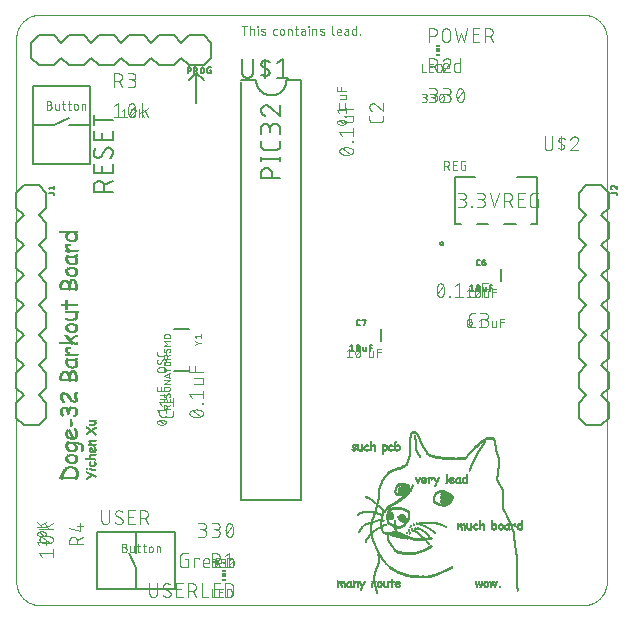
<source format=gto>
G75*
%MOIN*%
%OFA0B0*%
%FSLAX25Y25*%
%IPPOS*%
%LPD*%
%AMOC8*
5,1,8,0,0,1.08239X$1,22.5*
%
%ADD10C,0.00000*%
%ADD11C,0.00600*%
%ADD12C,0.00300*%
%ADD13R,0.00234X0.00026*%
%ADD14R,0.00338X0.00026*%
%ADD15R,0.00416X0.00026*%
%ADD16R,0.00468X0.00026*%
%ADD17R,0.00520X0.00026*%
%ADD18R,0.00546X0.00026*%
%ADD19R,0.00572X0.00026*%
%ADD20R,0.00598X0.00026*%
%ADD21R,0.00624X0.00026*%
%ADD22R,0.00624X0.00026*%
%ADD23R,0.00650X0.00026*%
%ADD24R,0.00676X0.00026*%
%ADD25R,0.00676X0.00026*%
%ADD26R,0.00676X0.00026*%
%ADD27R,0.00676X0.00026*%
%ADD28R,0.00702X0.00026*%
%ADD29R,0.00182X0.00026*%
%ADD30R,0.00286X0.00026*%
%ADD31R,0.00390X0.00026*%
%ADD32R,0.00442X0.00026*%
%ADD33R,0.00182X0.00026*%
%ADD34R,0.00520X0.00026*%
%ADD35R,0.00286X0.00026*%
%ADD36R,0.00546X0.00026*%
%ADD37R,0.00416X0.00026*%
%ADD38R,0.00442X0.00026*%
%ADD39R,0.00494X0.00026*%
%ADD40R,0.00520X0.00026*%
%ADD41R,0.00650X0.00026*%
%ADD42R,0.00572X0.00026*%
%ADD43R,0.00598X0.00026*%
%ADD44R,0.00390X0.00026*%
%ADD45R,0.00598X0.00026*%
%ADD46R,0.00338X0.00026*%
%ADD47R,0.00156X0.00026*%
%ADD48R,0.00312X0.00026*%
%ADD49R,0.00598X0.00026*%
%ADD50R,0.00234X0.00026*%
%ADD51R,0.00494X0.00026*%
%ADD52R,0.00312X0.00026*%
%ADD53R,0.00130X0.00026*%
%ADD54R,0.00312X0.00026*%
%ADD55R,0.00364X0.00026*%
%ADD56R,0.00390X0.00026*%
%ADD57R,0.00364X0.00026*%
%ADD58R,0.00702X0.00026*%
%ADD59R,0.00442X0.00026*%
%ADD60R,0.00806X0.00026*%
%ADD61R,0.00832X0.00026*%
%ADD62R,0.00806X0.00026*%
%ADD63R,0.01404X0.00026*%
%ADD64R,0.00884X0.00026*%
%ADD65R,0.00936X0.00026*%
%ADD66R,0.00468X0.00026*%
%ADD67R,0.00910X0.00026*%
%ADD68R,0.01430X0.00026*%
%ADD69R,0.01040X0.00026*%
%ADD70R,0.01066X0.00026*%
%ADD71R,0.00988X0.00026*%
%ADD72R,0.01508X0.00026*%
%ADD73R,0.01170X0.00026*%
%ADD74R,0.00520X0.00026*%
%ADD75R,0.01690X0.00026*%
%ADD76R,0.01534X0.00026*%
%ADD77R,0.01274X0.00026*%
%ADD78R,0.01742X0.00026*%
%ADD79R,0.01118X0.00026*%
%ADD80R,0.01560X0.00026*%
%ADD81R,0.01378X0.00026*%
%ADD82R,0.01768X0.00026*%
%ADD83R,0.01196X0.00026*%
%ADD84R,0.01586X0.00026*%
%ADD85R,0.01430X0.00026*%
%ADD86R,0.01794X0.00026*%
%ADD87R,0.01248X0.00026*%
%ADD88R,0.01612X0.00026*%
%ADD89R,0.01248X0.00026*%
%ADD90R,0.01820X0.00026*%
%ADD91R,0.01300X0.00026*%
%ADD92R,0.01638X0.00026*%
%ADD93R,0.01820X0.00026*%
%ADD94R,0.01352X0.00026*%
%ADD95R,0.01638X0.00026*%
%ADD96R,0.00728X0.00026*%
%ADD97R,0.01664X0.00026*%
%ADD98R,0.00754X0.00026*%
%ADD99R,0.01820X0.00026*%
%ADD100R,0.01716X0.00026*%
%ADD101R,0.00780X0.00026*%
%ADD102R,0.01846X0.00026*%
%ADD103R,0.01456X0.00026*%
%ADD104R,0.01690X0.00026*%
%ADD105R,0.00728X0.00026*%
%ADD106R,0.01846X0.00026*%
%ADD107R,0.01508X0.00026*%
%ADD108R,0.01690X0.00026*%
%ADD109R,0.01794X0.00026*%
%ADD110R,0.00832X0.00026*%
%ADD111R,0.00208X0.00026*%
%ADD112R,0.01534X0.00026*%
%ADD113R,0.01560X0.00026*%
%ADD114R,0.00884X0.00026*%
%ADD115R,0.00780X0.00026*%
%ADD116R,0.01612X0.00026*%
%ADD117R,0.01716X0.00026*%
%ADD118R,0.01872X0.00026*%
%ADD119R,0.00884X0.00026*%
%ADD120R,0.01612X0.00026*%
%ADD121R,0.00728X0.00026*%
%ADD122R,0.00910X0.00026*%
%ADD123R,0.00858X0.00026*%
%ADD124R,0.00858X0.00026*%
%ADD125R,0.00936X0.00026*%
%ADD126R,0.00962X0.00026*%
%ADD127R,0.00962X0.00026*%
%ADD128R,0.00962X0.00026*%
%ADD129R,0.00962X0.00026*%
%ADD130R,0.01040X0.00026*%
%ADD131R,0.01014X0.00026*%
%ADD132R,0.01040X0.00026*%
%ADD133R,0.01014X0.00026*%
%ADD134R,0.01092X0.00026*%
%ADD135R,0.01118X0.00026*%
%ADD136R,0.00884X0.00026*%
%ADD137R,0.01040X0.00026*%
%ADD138R,0.01144X0.00026*%
%ADD139R,0.00988X0.00026*%
%ADD140R,0.01170X0.00026*%
%ADD141R,0.01014X0.00026*%
%ADD142R,0.01222X0.00026*%
%ADD143R,0.01248X0.00026*%
%ADD144R,0.01170X0.00026*%
%ADD145R,0.01352X0.00026*%
%ADD146R,0.01404X0.00026*%
%ADD147R,0.01014X0.00026*%
%ADD148R,0.01456X0.00026*%
%ADD149R,0.01092X0.00026*%
%ADD150R,0.00806X0.00026*%
%ADD151R,0.00754X0.00026*%
%ADD152R,0.00754X0.00026*%
%ADD153R,0.01664X0.00026*%
%ADD154R,0.02652X0.00026*%
%ADD155R,0.00130X0.00026*%
%ADD156R,0.02652X0.00026*%
%ADD157R,0.01690X0.00026*%
%ADD158R,0.01482X0.00026*%
%ADD159R,0.02626X0.00026*%
%ADD160R,0.01612X0.00026*%
%ADD161R,0.01482X0.00026*%
%ADD162R,0.02626X0.00026*%
%ADD163R,0.01742X0.00026*%
%ADD164R,0.02600X0.00026*%
%ADD165R,0.01742X0.00026*%
%ADD166R,0.02002X0.00026*%
%ADD167R,0.01976X0.00026*%
%ADD168R,0.01196X0.00026*%
%ADD169R,0.01924X0.00026*%
%ADD170R,0.01222X0.00026*%
%ADD171R,0.01144X0.00026*%
%ADD172R,0.00468X0.00026*%
%ADD173R,0.00364X0.00026*%
%ADD174R,0.00312X0.00026*%
%ADD175R,0.00260X0.00026*%
%ADD176R,0.00156X0.00026*%
%ADD177R,0.03302X0.00026*%
%ADD178R,0.04212X0.00026*%
%ADD179R,0.04602X0.00026*%
%ADD180R,0.04888X0.00026*%
%ADD181R,0.05200X0.00026*%
%ADD182R,0.05512X0.00026*%
%ADD183R,0.05850X0.00026*%
%ADD184R,0.06162X0.00026*%
%ADD185R,0.06500X0.00026*%
%ADD186R,0.06812X0.00026*%
%ADD187R,0.07202X0.00026*%
%ADD188R,0.07514X0.00026*%
%ADD189R,0.07800X0.00026*%
%ADD190R,0.08034X0.00026*%
%ADD191R,0.08268X0.00026*%
%ADD192R,0.08476X0.00026*%
%ADD193R,0.08684X0.00026*%
%ADD194R,0.08866X0.00026*%
%ADD195R,0.09074X0.00026*%
%ADD196R,0.09256X0.00026*%
%ADD197R,0.09438X0.00026*%
%ADD198R,0.09620X0.00026*%
%ADD199R,0.09802X0.00026*%
%ADD200R,0.09958X0.00026*%
%ADD201R,0.04342X0.00026*%
%ADD202R,0.02730X0.00026*%
%ADD203R,0.03874X0.00026*%
%ADD204R,0.02548X0.00026*%
%ADD205R,0.03692X0.00026*%
%ADD206R,0.02444X0.00026*%
%ADD207R,0.03536X0.00026*%
%ADD208R,0.02366X0.00026*%
%ADD209R,0.03380X0.00026*%
%ADD210R,0.02314X0.00026*%
%ADD211R,0.03224X0.00026*%
%ADD212R,0.02236X0.00026*%
%ADD213R,0.03094X0.00026*%
%ADD214R,0.02210X0.00026*%
%ADD215R,0.02964X0.00026*%
%ADD216R,0.02184X0.00026*%
%ADD217R,0.02808X0.00026*%
%ADD218R,0.02158X0.00026*%
%ADD219R,0.02678X0.00026*%
%ADD220R,0.02132X0.00026*%
%ADD221R,0.02496X0.00026*%
%ADD222R,0.02288X0.00026*%
%ADD223R,0.02080X0.00026*%
%ADD224R,0.02210X0.00026*%
%ADD225R,0.02080X0.00026*%
%ADD226R,0.02028X0.00026*%
%ADD227R,0.02054X0.00026*%
%ADD228R,0.02028X0.00026*%
%ADD229R,0.01976X0.00026*%
%ADD230R,0.02002X0.00026*%
%ADD231R,0.01924X0.00026*%
%ADD232R,0.01950X0.00026*%
%ADD233R,0.01872X0.00026*%
%ADD234R,0.01898X0.00026*%
%ADD235R,0.01898X0.00026*%
%ADD236R,0.01768X0.00026*%
%ADD237R,0.01768X0.00026*%
%ADD238R,0.01586X0.00026*%
%ADD239R,0.01378X0.00026*%
%ADD240R,0.01326X0.00026*%
%ADD241R,0.01326X0.00026*%
%ADD242R,0.01274X0.00026*%
%ADD243R,0.01378X0.00026*%
%ADD244R,0.01326X0.00026*%
%ADD245R,0.01300X0.00026*%
%ADD246R,0.01066X0.00026*%
%ADD247R,0.01170X0.00026*%
%ADD248R,0.00156X0.00026*%
%ADD249R,0.00728X0.00026*%
%ADD250R,0.00754X0.00026*%
%ADD251R,0.01092X0.00026*%
%ADD252R,0.02834X0.00026*%
%ADD253R,0.03406X0.00026*%
%ADD254R,0.03900X0.00026*%
%ADD255R,0.04342X0.00026*%
%ADD256R,0.04576X0.00026*%
%ADD257R,0.04732X0.00026*%
%ADD258R,0.05044X0.00026*%
%ADD259R,0.05226X0.00026*%
%ADD260R,0.05408X0.00026*%
%ADD261R,0.05616X0.00026*%
%ADD262R,0.05824X0.00026*%
%ADD263R,0.00806X0.00026*%
%ADD264R,0.06084X0.00026*%
%ADD265R,0.06318X0.00026*%
%ADD266R,0.06526X0.00026*%
%ADD267R,0.06708X0.00026*%
%ADD268R,0.06890X0.00026*%
%ADD269R,0.07046X0.00026*%
%ADD270R,0.07176X0.00026*%
%ADD271R,0.07332X0.00026*%
%ADD272R,0.07462X0.00026*%
%ADD273R,0.07592X0.00026*%
%ADD274R,0.07696X0.00026*%
%ADD275R,0.07826X0.00026*%
%ADD276R,0.05304X0.00026*%
%ADD277R,0.02262X0.00026*%
%ADD278R,0.03016X0.00026*%
%ADD279R,0.02756X0.00026*%
%ADD280R,0.01950X0.00026*%
%ADD281R,0.02470X0.00026*%
%ADD282R,0.02392X0.00026*%
%ADD283R,0.02288X0.00026*%
%ADD284R,0.02236X0.00026*%
%ADD285R,0.02158X0.00026*%
%ADD286R,0.02106X0.00026*%
%ADD287R,0.01820X0.00026*%
%ADD288R,0.01456X0.00026*%
%ADD289R,0.01404X0.00026*%
%ADD290R,0.02860X0.00026*%
%ADD291R,0.03640X0.00026*%
%ADD292R,0.04446X0.00026*%
%ADD293R,0.04680X0.00026*%
%ADD294R,0.05044X0.00026*%
%ADD295R,0.05382X0.00026*%
%ADD296R,0.05720X0.00026*%
%ADD297R,0.06032X0.00026*%
%ADD298R,0.06292X0.00026*%
%ADD299R,0.06682X0.00026*%
%ADD300R,0.06812X0.00026*%
%ADD301R,0.06942X0.00026*%
%ADD302R,0.07072X0.00026*%
%ADD303R,0.07176X0.00026*%
%ADD304R,0.07254X0.00026*%
%ADD305R,0.07358X0.00026*%
%ADD306R,0.07436X0.00026*%
%ADD307R,0.07540X0.00026*%
%ADD308R,0.07618X0.00026*%
%ADD309R,0.02418X0.00026*%
%ADD310R,0.04420X0.00026*%
%ADD311R,0.03822X0.00026*%
%ADD312R,0.04108X0.00026*%
%ADD313R,0.03952X0.00026*%
%ADD314R,0.03848X0.00026*%
%ADD315R,0.04056X0.00026*%
%ADD316R,0.03614X0.00026*%
%ADD317R,0.04186X0.00026*%
%ADD318R,0.04290X0.00026*%
%ADD319R,0.03172X0.00026*%
%ADD320R,0.04394X0.00026*%
%ADD321R,0.03120X0.00026*%
%ADD322R,0.04472X0.00026*%
%ADD323R,0.04550X0.00026*%
%ADD324R,0.04602X0.00026*%
%ADD325R,0.04654X0.00026*%
%ADD326R,0.04706X0.00026*%
%ADD327R,0.04706X0.00026*%
%ADD328R,0.00078X0.00026*%
%ADD329R,0.04654X0.00026*%
%ADD330R,0.00078X0.00026*%
%ADD331R,0.04628X0.00026*%
%ADD332R,0.00208X0.00026*%
%ADD333R,0.04706X0.00026*%
%ADD334R,0.04758X0.00026*%
%ADD335R,0.04784X0.00026*%
%ADD336R,0.04836X0.00026*%
%ADD337R,0.04940X0.00026*%
%ADD338R,0.04992X0.00026*%
%ADD339R,0.05096X0.00026*%
%ADD340R,0.05122X0.00026*%
%ADD341R,0.05148X0.00026*%
%ADD342R,0.05148X0.00026*%
%ADD343R,0.05174X0.00026*%
%ADD344R,0.05148X0.00026*%
%ADD345R,0.05070X0.00026*%
%ADD346R,0.05018X0.00026*%
%ADD347R,0.04992X0.00026*%
%ADD348R,0.01118X0.00026*%
%ADD349R,0.04914X0.00026*%
%ADD350R,0.01118X0.00026*%
%ADD351R,0.04862X0.00026*%
%ADD352R,0.04810X0.00026*%
%ADD353R,0.04758X0.00026*%
%ADD354R,0.04732X0.00026*%
%ADD355R,0.04628X0.00026*%
%ADD356R,0.05980X0.00026*%
%ADD357R,0.00104X0.00026*%
%ADD358R,0.06032X0.00026*%
%ADD359R,0.06058X0.00026*%
%ADD360R,0.06084X0.00026*%
%ADD361R,0.06110X0.00026*%
%ADD362R,0.06162X0.00026*%
%ADD363R,0.06162X0.00026*%
%ADD364R,0.06162X0.00026*%
%ADD365R,0.00234X0.00026*%
%ADD366R,0.06136X0.00026*%
%ADD367R,0.06006X0.00026*%
%ADD368R,0.06006X0.00026*%
%ADD369R,0.05954X0.00026*%
%ADD370R,0.05928X0.00026*%
%ADD371R,0.00052X0.00026*%
%ADD372R,0.05876X0.00026*%
%ADD373R,0.05850X0.00026*%
%ADD374R,0.03484X0.00026*%
%ADD375R,0.03328X0.00026*%
%ADD376R,0.03250X0.00026*%
%ADD377R,0.02990X0.00026*%
%ADD378R,0.02834X0.00026*%
%ADD379R,0.01092X0.00026*%
%ADD380R,0.02678X0.00026*%
%ADD381R,0.00390X0.00026*%
%ADD382R,0.01534X0.00026*%
%ADD383R,0.01248X0.00026*%
%ADD384R,0.01456X0.00026*%
%ADD385R,0.01534X0.00026*%
%ADD386R,0.00234X0.00026*%
%ADD387R,0.02106X0.00026*%
%ADD388R,0.02470X0.00026*%
%ADD389R,0.02522X0.00026*%
%ADD390R,0.00364X0.00026*%
%ADD391R,0.00026X0.00026*%
%ADD392R,0.02678X0.00026*%
%ADD393R,0.02756X0.00026*%
%ADD394R,0.02886X0.00026*%
%ADD395R,0.03120X0.00026*%
%ADD396R,0.03250X0.00026*%
%ADD397R,0.03432X0.00026*%
%ADD398R,0.03536X0.00026*%
%ADD399R,0.03718X0.00026*%
%ADD400R,0.03796X0.00026*%
%ADD401R,0.03952X0.00026*%
%ADD402R,0.04030X0.00026*%
%ADD403R,0.01378X0.00026*%
%ADD404R,0.01976X0.00026*%
%ADD405R,0.01742X0.00026*%
%ADD406R,0.02600X0.00026*%
%ADD407R,0.01976X0.00026*%
%ADD408R,0.00026X0.00026*%
%ADD409R,0.00052X0.00026*%
%ADD410R,0.05746X0.00026*%
%ADD411R,0.00260X0.00026*%
%ADD412R,0.05668X0.00026*%
%ADD413R,0.05564X0.00026*%
%ADD414R,0.05486X0.00026*%
%ADD415R,0.05356X0.00026*%
%ADD416R,0.05252X0.00026*%
%ADD417R,0.05122X0.00026*%
%ADD418R,0.05018X0.00026*%
%ADD419R,0.04524X0.00026*%
%ADD420R,0.04264X0.00026*%
%ADD421R,0.03614X0.00026*%
%ADD422R,0.00156X0.00026*%
%ADD423R,0.02054X0.00026*%
%ADD424R,0.02314X0.00026*%
%ADD425R,0.02184X0.00026*%
%ADD426R,0.02496X0.00026*%
%ADD427R,0.02704X0.00026*%
%ADD428R,0.03198X0.00026*%
%ADD429R,0.02782X0.00026*%
%ADD430R,0.03094X0.00026*%
%ADD431R,0.02834X0.00026*%
%ADD432R,0.02912X0.00026*%
%ADD433R,0.02912X0.00026*%
%ADD434R,0.02990X0.00026*%
%ADD435R,0.03016X0.00026*%
%ADD436R,0.02574X0.00026*%
%ADD437R,0.03068X0.00026*%
%ADD438R,0.03172X0.00026*%
%ADD439R,0.02132X0.00026*%
%ADD440R,0.03198X0.00026*%
%ADD441R,0.03276X0.00026*%
%ADD442R,0.03354X0.00026*%
%ADD443R,0.03406X0.00026*%
%ADD444R,0.03458X0.00026*%
%ADD445R,0.03510X0.00026*%
%ADD446R,0.03562X0.00026*%
%ADD447R,0.03588X0.00026*%
%ADD448R,0.02028X0.00026*%
%ADD449R,0.03640X0.00026*%
%ADD450R,0.03666X0.00026*%
%ADD451R,0.03692X0.00026*%
%ADD452R,0.03744X0.00026*%
%ADD453R,0.03770X0.00026*%
%ADD454R,0.03796X0.00026*%
%ADD455R,0.03068X0.00026*%
%ADD456R,0.02938X0.00026*%
%ADD457R,0.02340X0.00026*%
%ADD458R,0.02808X0.00026*%
%ADD459R,0.02756X0.00026*%
%ADD460R,0.02392X0.00026*%
%ADD461R,0.02730X0.00026*%
%ADD462R,0.02704X0.00026*%
%ADD463R,0.02444X0.00026*%
%ADD464R,0.02470X0.00026*%
%ADD465R,0.02470X0.00026*%
%ADD466R,0.02548X0.00026*%
%ADD467R,0.02522X0.00026*%
%ADD468R,0.02548X0.00026*%
%ADD469R,0.02262X0.00026*%
%ADD470R,0.02548X0.00026*%
%ADD471R,0.00104X0.00026*%
%ADD472R,0.02418X0.00026*%
%ADD473R,0.02392X0.00026*%
%ADD474R,0.02340X0.00026*%
%ADD475R,0.01898X0.00026*%
%ADD476R,0.03146X0.00026*%
%ADD477R,0.05668X0.00026*%
%ADD478R,0.05512X0.00026*%
%ADD479R,0.05278X0.00026*%
%ADD480R,0.05018X0.00026*%
%ADD481R,0.04940X0.00026*%
%ADD482R,0.05486X0.00026*%
%ADD483R,0.05382X0.00026*%
%ADD484R,0.05278X0.00026*%
%ADD485R,0.05200X0.00026*%
%ADD486R,0.05096X0.00026*%
%ADD487R,0.04914X0.00026*%
%ADD488R,0.04680X0.00026*%
%ADD489R,0.04498X0.00026*%
%ADD490R,0.04368X0.00026*%
%ADD491R,0.04238X0.00026*%
%ADD492R,0.03978X0.00026*%
%ADD493R,0.03822X0.00026*%
%ADD494R,0.02704X0.00026*%
%ADD495R,0.02990X0.00026*%
%ADD496R,0.03224X0.00026*%
%ADD497R,0.03328X0.00026*%
%ADD498R,0.03510X0.00026*%
%ADD499R,0.03640X0.00026*%
%ADD500R,0.03744X0.00026*%
%ADD501R,0.03926X0.00026*%
%ADD502R,0.04108X0.00026*%
%ADD503R,0.04212X0.00026*%
%ADD504R,0.04290X0.00026*%
%ADD505R,0.04368X0.00026*%
%ADD506R,0.02990X0.00026*%
%ADD507R,0.03042X0.00026*%
%ADD508R,0.03120X0.00026*%
%ADD509R,0.03302X0.00026*%
%ADD510R,0.03354X0.00026*%
%ADD511R,0.03406X0.00026*%
%ADD512R,0.03484X0.00026*%
%ADD513R,0.03588X0.00026*%
%ADD514R,0.03770X0.00026*%
%ADD515R,0.03848X0.00026*%
%ADD516R,0.03926X0.00026*%
%ADD517R,0.03926X0.00026*%
%ADD518R,0.04004X0.00026*%
%ADD519R,0.04056X0.00026*%
%ADD520R,0.04056X0.00026*%
%ADD521R,0.04082X0.00026*%
%ADD522R,0.04134X0.00026*%
%ADD523R,0.04160X0.00026*%
%ADD524R,0.04160X0.00026*%
%ADD525R,0.04186X0.00026*%
%ADD526R,0.04238X0.00026*%
%ADD527R,0.04264X0.00026*%
%ADD528R,0.04316X0.00026*%
%ADD529R,0.04316X0.00026*%
%ADD530R,0.04342X0.00026*%
%ADD531R,0.02366X0.00026*%
%ADD532R,0.01664X0.00026*%
%ADD533R,0.01664X0.00026*%
%ADD534R,0.04134X0.00026*%
%ADD535R,0.04134X0.00026*%
%ADD536R,0.03198X0.00026*%
%ADD537R,0.04134X0.00026*%
%ADD538R,0.04420X0.00026*%
%ADD539R,0.04498X0.00026*%
%ADD540R,0.04784X0.00026*%
%ADD541R,0.02782X0.00026*%
%ADD542R,0.02704X0.00026*%
%ADD543R,0.03874X0.00026*%
%ADD544R,0.02626X0.00026*%
%ADD545R,0.04082X0.00026*%
%ADD546R,0.03692X0.00026*%
%ADD547R,0.03484X0.00026*%
%ADD548R,0.03406X0.00026*%
%ADD549R,0.04290X0.00026*%
%ADD550R,0.02340X0.00026*%
%ADD551R,0.04420X0.00026*%
%ADD552R,0.04446X0.00026*%
%ADD553R,0.04472X0.00026*%
%ADD554R,0.04498X0.00026*%
%ADD555R,0.04498X0.00026*%
%ADD556R,0.03666X0.00026*%
%ADD557R,0.03614X0.00026*%
%ADD558R,0.03718X0.00026*%
%ADD559R,0.03354X0.00026*%
%ADD560R,0.03276X0.00026*%
%ADD561R,0.00442X0.00026*%
%ADD562R,0.02054X0.00026*%
%ADD563R,0.05174X0.00026*%
%ADD564R,0.06136X0.00026*%
%ADD565R,0.06448X0.00026*%
%ADD566R,0.06760X0.00026*%
%ADD567R,0.07124X0.00026*%
%ADD568R,0.07436X0.00026*%
%ADD569R,0.07774X0.00026*%
%ADD570R,0.08190X0.00026*%
%ADD571R,0.08788X0.00026*%
%ADD572R,0.09100X0.00026*%
%ADD573R,0.09334X0.00026*%
%ADD574R,0.09516X0.00026*%
%ADD575R,0.09698X0.00026*%
%ADD576R,0.09828X0.00026*%
%ADD577R,0.09984X0.00026*%
%ADD578R,0.10140X0.00026*%
%ADD579R,0.10270X0.00026*%
%ADD580R,0.10400X0.00026*%
%ADD581R,0.10530X0.00026*%
%ADD582R,0.10660X0.00026*%
%ADD583R,0.04212X0.00026*%
%ADD584R,0.04004X0.00026*%
%ADD585R,0.03458X0.00026*%
%ADD586R,0.02834X0.00026*%
%ADD587R,0.02262X0.00026*%
%ADD588R,0.01404X0.00026*%
%ADD589R,0.03328X0.00026*%
%ADD590R,0.00038X0.00190*%
%ADD591R,0.00038X0.00190*%
%ADD592R,0.00038X0.00380*%
%ADD593R,0.00038X0.00266*%
%ADD594R,0.00038X0.00304*%
%ADD595R,0.00038X0.00684*%
%ADD596R,0.00038X0.00456*%
%ADD597R,0.00038X0.00342*%
%ADD598R,0.00038X0.00418*%
%ADD599R,0.00038X0.00874*%
%ADD600R,0.00038X0.00798*%
%ADD601R,0.00038X0.00342*%
%ADD602R,0.00038X0.00722*%
%ADD603R,0.00038X0.01026*%
%ADD604R,0.00038X0.01026*%
%ADD605R,0.00038X0.00456*%
%ADD606R,0.00038X0.00912*%
%ADD607R,0.00038X0.01178*%
%ADD608R,0.00038X0.01216*%
%ADD609R,0.00038X0.00494*%
%ADD610R,0.00038X0.01482*%
%ADD611R,0.00038X0.01292*%
%ADD612R,0.00038X0.01368*%
%ADD613R,0.00038X0.00532*%
%ADD614R,0.00038X0.01520*%
%ADD615R,0.00038X0.00570*%
%ADD616R,0.00038X0.01558*%
%ADD617R,0.00038X0.01596*%
%ADD618R,0.00038X0.00570*%
%ADD619R,0.00038X0.01672*%
%ADD620R,0.00038X0.01634*%
%ADD621R,0.00038X0.01748*%
%ADD622R,0.00038X0.00646*%
%ADD623R,0.00038X0.01824*%
%ADD624R,0.00038X0.00684*%
%ADD625R,0.00038X0.00798*%
%ADD626R,0.00038X0.00608*%
%ADD627R,0.00038X0.00760*%
%ADD628R,0.00038X0.00152*%
%ADD629R,0.00038X0.00228*%
%ADD630R,0.00038X0.00988*%
%ADD631R,0.00038X0.01064*%
%ADD632R,0.00038X0.01140*%
%ADD633R,0.00038X0.00836*%
%ADD634R,0.00038X0.00912*%
%ADD635R,0.00038X0.00950*%
%ADD636R,0.00038X0.00418*%
%ADD637R,0.00038X0.01330*%
%ADD638R,0.00038X0.01406*%
%ADD639R,0.00038X0.01178*%
%ADD640R,0.00038X0.01102*%
%ADD641R,0.00038X0.01444*%
%ADD642R,0.00038X0.01292*%
%ADD643R,0.00038X0.01406*%
%ADD644R,0.00038X0.01710*%
%ADD645R,0.00038X0.01938*%
%ADD646R,0.00038X0.02128*%
%ADD647R,0.00038X0.02242*%
%ADD648R,0.00038X0.02356*%
%ADD649R,0.00038X0.02432*%
%ADD650R,0.00038X0.02508*%
%ADD651R,0.00038X0.02584*%
%ADD652R,0.00038X0.02622*%
%ADD653R,0.00038X0.02660*%
%ADD654R,0.00038X0.02698*%
%ADD655R,0.00038X0.02736*%
%ADD656R,0.00038X0.02774*%
%ADD657R,0.00038X0.02812*%
%ADD658R,0.00038X0.01254*%
%ADD659R,0.00038X0.01900*%
%ADD660R,0.00038X0.02318*%
%ADD661R,0.00038X0.01520*%
%ADD662R,0.00038X0.01786*%
%ADD663R,0.00038X0.03040*%
%ADD664R,0.00038X0.01862*%
%ADD665R,0.00038X0.01976*%
%ADD666R,0.00038X0.03154*%
%ADD667R,0.00038X0.02052*%
%ADD668R,0.00038X0.03268*%
%ADD669R,0.00038X0.02204*%
%ADD670R,0.00038X0.02280*%
%ADD671R,0.00038X0.03344*%
%ADD672R,0.00038X0.01862*%
%ADD673R,0.00038X0.02090*%
%ADD674R,0.00038X0.03420*%
%ADD675R,0.00038X0.02470*%
%ADD676R,0.00038X0.02166*%
%ADD677R,0.00038X0.02546*%
%ADD678R,0.00038X0.02090*%
%ADD679R,0.00038X0.03534*%
%ADD680R,0.00038X0.02014*%
%ADD681R,0.00038X0.02204*%
%ADD682R,0.00038X0.03572*%
%ADD683R,0.00038X0.02128*%
%ADD684R,0.00038X0.02394*%
%ADD685R,0.00038X0.03116*%
%ADD686R,0.00038X0.02812*%
%ADD687R,0.00038X0.03002*%
%ADD688R,0.00038X0.03648*%
%ADD689R,0.00038X0.02850*%
%ADD690R,0.00038X0.03686*%
%ADD691R,0.00038X0.02926*%
%ADD692R,0.00038X0.03496*%
%ADD693R,0.00038X0.02888*%
%ADD694R,0.00038X0.03154*%
%ADD695R,0.00038X0.03078*%
%ADD696R,0.00038X0.03724*%
%ADD697R,0.00038X0.02964*%
%ADD698R,0.00038X0.03192*%
%ADD699R,0.00038X0.03762*%
%ADD700R,0.00038X0.02926*%
%ADD701R,0.00038X0.03192*%
%ADD702R,0.00038X0.02470*%
%ADD703R,0.00038X0.03230*%
%ADD704R,0.00038X0.01634*%
%ADD705R,0.00038X0.03458*%
%ADD706R,0.00038X0.01254*%
%ADD707R,0.00038X0.02242*%
%ADD708R,0.00038X0.03382*%
%ADD709R,0.00038X0.01140*%
%ADD710R,0.00038X0.03306*%
%ADD711R,0.00038X0.03306*%
%ADD712R,0.00038X0.00228*%
%ADD713R,0.00038X0.03078*%
%ADD714R,0.00038X0.02698*%
%ADD715R,0.00038X0.01748*%
%ADD716R,0.00038X0.02584*%
%ADD717R,0.00038X0.01976*%
%ADD718R,0.00038X0.02014*%
%ADD719R,0.00038X0.01064*%
%ADD720C,0.00400*%
%ADD721C,0.00700*%
%ADD722C,0.00500*%
%ADD723R,0.01181X0.00591*%
%ADD724R,0.01181X0.01181*%
%ADD725C,0.00800*%
%ADD726C,0.00200*%
D10*
X0001600Y0009474D02*
X0001600Y0190576D01*
X0001602Y0190766D01*
X0001609Y0190956D01*
X0001621Y0191146D01*
X0001637Y0191336D01*
X0001657Y0191525D01*
X0001683Y0191714D01*
X0001712Y0191902D01*
X0001747Y0192089D01*
X0001786Y0192275D01*
X0001829Y0192460D01*
X0001877Y0192645D01*
X0001929Y0192828D01*
X0001985Y0193009D01*
X0002046Y0193189D01*
X0002112Y0193368D01*
X0002181Y0193545D01*
X0002255Y0193721D01*
X0002333Y0193894D01*
X0002416Y0194066D01*
X0002502Y0194235D01*
X0002592Y0194403D01*
X0002687Y0194568D01*
X0002785Y0194731D01*
X0002888Y0194891D01*
X0002994Y0195049D01*
X0003104Y0195204D01*
X0003217Y0195357D01*
X0003335Y0195507D01*
X0003456Y0195653D01*
X0003580Y0195797D01*
X0003708Y0195938D01*
X0003839Y0196076D01*
X0003974Y0196211D01*
X0004112Y0196342D01*
X0004253Y0196470D01*
X0004397Y0196594D01*
X0004543Y0196715D01*
X0004693Y0196833D01*
X0004846Y0196946D01*
X0005001Y0197056D01*
X0005159Y0197162D01*
X0005319Y0197265D01*
X0005482Y0197363D01*
X0005647Y0197458D01*
X0005815Y0197548D01*
X0005984Y0197634D01*
X0006156Y0197717D01*
X0006329Y0197795D01*
X0006505Y0197869D01*
X0006682Y0197938D01*
X0006861Y0198004D01*
X0007041Y0198065D01*
X0007222Y0198121D01*
X0007405Y0198173D01*
X0007590Y0198221D01*
X0007775Y0198264D01*
X0007961Y0198303D01*
X0008148Y0198338D01*
X0008336Y0198367D01*
X0008525Y0198393D01*
X0008714Y0198413D01*
X0008904Y0198429D01*
X0009094Y0198441D01*
X0009284Y0198448D01*
X0009474Y0198450D01*
X0190576Y0198450D01*
X0190766Y0198448D01*
X0190956Y0198441D01*
X0191146Y0198429D01*
X0191336Y0198413D01*
X0191525Y0198393D01*
X0191714Y0198367D01*
X0191902Y0198338D01*
X0192089Y0198303D01*
X0192275Y0198264D01*
X0192460Y0198221D01*
X0192645Y0198173D01*
X0192828Y0198121D01*
X0193009Y0198065D01*
X0193189Y0198004D01*
X0193368Y0197938D01*
X0193545Y0197869D01*
X0193721Y0197795D01*
X0193894Y0197717D01*
X0194066Y0197634D01*
X0194235Y0197548D01*
X0194403Y0197458D01*
X0194568Y0197363D01*
X0194731Y0197265D01*
X0194891Y0197162D01*
X0195049Y0197056D01*
X0195204Y0196946D01*
X0195357Y0196833D01*
X0195507Y0196715D01*
X0195653Y0196594D01*
X0195797Y0196470D01*
X0195938Y0196342D01*
X0196076Y0196211D01*
X0196211Y0196076D01*
X0196342Y0195938D01*
X0196470Y0195797D01*
X0196594Y0195653D01*
X0196715Y0195507D01*
X0196833Y0195357D01*
X0196946Y0195204D01*
X0197056Y0195049D01*
X0197162Y0194891D01*
X0197265Y0194731D01*
X0197363Y0194568D01*
X0197458Y0194403D01*
X0197548Y0194235D01*
X0197634Y0194066D01*
X0197717Y0193894D01*
X0197795Y0193721D01*
X0197869Y0193545D01*
X0197938Y0193368D01*
X0198004Y0193189D01*
X0198065Y0193009D01*
X0198121Y0192828D01*
X0198173Y0192645D01*
X0198221Y0192460D01*
X0198264Y0192275D01*
X0198303Y0192089D01*
X0198338Y0191902D01*
X0198367Y0191714D01*
X0198393Y0191525D01*
X0198413Y0191336D01*
X0198429Y0191146D01*
X0198441Y0190956D01*
X0198448Y0190766D01*
X0198450Y0190576D01*
X0198450Y0009474D01*
X0198448Y0009284D01*
X0198441Y0009094D01*
X0198429Y0008904D01*
X0198413Y0008714D01*
X0198393Y0008525D01*
X0198367Y0008336D01*
X0198338Y0008148D01*
X0198303Y0007961D01*
X0198264Y0007775D01*
X0198221Y0007590D01*
X0198173Y0007405D01*
X0198121Y0007222D01*
X0198065Y0007041D01*
X0198004Y0006861D01*
X0197938Y0006682D01*
X0197869Y0006505D01*
X0197795Y0006329D01*
X0197717Y0006156D01*
X0197634Y0005984D01*
X0197548Y0005815D01*
X0197458Y0005647D01*
X0197363Y0005482D01*
X0197265Y0005319D01*
X0197162Y0005159D01*
X0197056Y0005001D01*
X0196946Y0004846D01*
X0196833Y0004693D01*
X0196715Y0004543D01*
X0196594Y0004397D01*
X0196470Y0004253D01*
X0196342Y0004112D01*
X0196211Y0003974D01*
X0196076Y0003839D01*
X0195938Y0003708D01*
X0195797Y0003580D01*
X0195653Y0003456D01*
X0195507Y0003335D01*
X0195357Y0003217D01*
X0195204Y0003104D01*
X0195049Y0002994D01*
X0194891Y0002888D01*
X0194731Y0002785D01*
X0194568Y0002687D01*
X0194403Y0002592D01*
X0194235Y0002502D01*
X0194066Y0002416D01*
X0193894Y0002333D01*
X0193721Y0002255D01*
X0193545Y0002181D01*
X0193368Y0002112D01*
X0193189Y0002046D01*
X0193009Y0001985D01*
X0192828Y0001929D01*
X0192645Y0001877D01*
X0192460Y0001829D01*
X0192275Y0001786D01*
X0192089Y0001747D01*
X0191902Y0001712D01*
X0191714Y0001683D01*
X0191525Y0001657D01*
X0191336Y0001637D01*
X0191146Y0001621D01*
X0190956Y0001609D01*
X0190766Y0001602D01*
X0190576Y0001600D01*
X0009474Y0001600D01*
X0009284Y0001602D01*
X0009094Y0001609D01*
X0008904Y0001621D01*
X0008714Y0001637D01*
X0008525Y0001657D01*
X0008336Y0001683D01*
X0008148Y0001712D01*
X0007961Y0001747D01*
X0007775Y0001786D01*
X0007590Y0001829D01*
X0007405Y0001877D01*
X0007222Y0001929D01*
X0007041Y0001985D01*
X0006861Y0002046D01*
X0006682Y0002112D01*
X0006505Y0002181D01*
X0006329Y0002255D01*
X0006156Y0002333D01*
X0005984Y0002416D01*
X0005815Y0002502D01*
X0005647Y0002592D01*
X0005482Y0002687D01*
X0005319Y0002785D01*
X0005159Y0002888D01*
X0005001Y0002994D01*
X0004846Y0003104D01*
X0004693Y0003217D01*
X0004543Y0003335D01*
X0004397Y0003456D01*
X0004253Y0003580D01*
X0004112Y0003708D01*
X0003974Y0003839D01*
X0003839Y0003974D01*
X0003708Y0004112D01*
X0003580Y0004253D01*
X0003456Y0004397D01*
X0003335Y0004543D01*
X0003217Y0004693D01*
X0003104Y0004846D01*
X0002994Y0005001D01*
X0002888Y0005159D01*
X0002785Y0005319D01*
X0002687Y0005482D01*
X0002592Y0005647D01*
X0002502Y0005815D01*
X0002416Y0005984D01*
X0002333Y0006156D01*
X0002255Y0006329D01*
X0002181Y0006505D01*
X0002112Y0006682D01*
X0002046Y0006861D01*
X0001985Y0007041D01*
X0001929Y0007222D01*
X0001877Y0007405D01*
X0001829Y0007590D01*
X0001786Y0007775D01*
X0001747Y0007961D01*
X0001712Y0008148D01*
X0001683Y0008336D01*
X0001657Y0008525D01*
X0001637Y0008714D01*
X0001621Y0008904D01*
X0001609Y0009094D01*
X0001602Y0009284D01*
X0001600Y0009474D01*
D11*
X0076600Y0036600D02*
X0076600Y0176100D01*
X0076600Y0176600D02*
X0081600Y0176600D01*
X0081602Y0176460D01*
X0081608Y0176320D01*
X0081618Y0176180D01*
X0081631Y0176040D01*
X0081649Y0175901D01*
X0081671Y0175762D01*
X0081696Y0175625D01*
X0081725Y0175487D01*
X0081758Y0175351D01*
X0081795Y0175216D01*
X0081836Y0175082D01*
X0081881Y0174949D01*
X0081929Y0174817D01*
X0081981Y0174687D01*
X0082036Y0174558D01*
X0082095Y0174431D01*
X0082158Y0174305D01*
X0082224Y0174181D01*
X0082293Y0174060D01*
X0082366Y0173940D01*
X0082443Y0173822D01*
X0082522Y0173707D01*
X0082605Y0173593D01*
X0082691Y0173483D01*
X0082780Y0173374D01*
X0082872Y0173268D01*
X0082967Y0173165D01*
X0083064Y0173064D01*
X0083165Y0172967D01*
X0083268Y0172872D01*
X0083374Y0172780D01*
X0083483Y0172691D01*
X0083593Y0172605D01*
X0083707Y0172522D01*
X0083822Y0172443D01*
X0083940Y0172366D01*
X0084060Y0172293D01*
X0084181Y0172224D01*
X0084305Y0172158D01*
X0084431Y0172095D01*
X0084558Y0172036D01*
X0084687Y0171981D01*
X0084817Y0171929D01*
X0084949Y0171881D01*
X0085082Y0171836D01*
X0085216Y0171795D01*
X0085351Y0171758D01*
X0085487Y0171725D01*
X0085625Y0171696D01*
X0085762Y0171671D01*
X0085901Y0171649D01*
X0086040Y0171631D01*
X0086180Y0171618D01*
X0086320Y0171608D01*
X0086460Y0171602D01*
X0086600Y0171600D01*
X0086740Y0171602D01*
X0086880Y0171608D01*
X0087020Y0171618D01*
X0087160Y0171631D01*
X0087299Y0171649D01*
X0087438Y0171671D01*
X0087575Y0171696D01*
X0087713Y0171725D01*
X0087849Y0171758D01*
X0087984Y0171795D01*
X0088118Y0171836D01*
X0088251Y0171881D01*
X0088383Y0171929D01*
X0088513Y0171981D01*
X0088642Y0172036D01*
X0088769Y0172095D01*
X0088895Y0172158D01*
X0089019Y0172224D01*
X0089140Y0172293D01*
X0089260Y0172366D01*
X0089378Y0172443D01*
X0089493Y0172522D01*
X0089607Y0172605D01*
X0089717Y0172691D01*
X0089826Y0172780D01*
X0089932Y0172872D01*
X0090035Y0172967D01*
X0090136Y0173064D01*
X0090233Y0173165D01*
X0090328Y0173268D01*
X0090420Y0173374D01*
X0090509Y0173483D01*
X0090595Y0173593D01*
X0090678Y0173707D01*
X0090757Y0173822D01*
X0090834Y0173940D01*
X0090907Y0174060D01*
X0090976Y0174181D01*
X0091042Y0174305D01*
X0091105Y0174431D01*
X0091164Y0174558D01*
X0091219Y0174687D01*
X0091271Y0174817D01*
X0091319Y0174949D01*
X0091364Y0175082D01*
X0091405Y0175216D01*
X0091442Y0175351D01*
X0091475Y0175487D01*
X0091504Y0175625D01*
X0091529Y0175762D01*
X0091551Y0175901D01*
X0091569Y0176040D01*
X0091582Y0176180D01*
X0091592Y0176320D01*
X0091598Y0176460D01*
X0091600Y0176600D01*
X0096600Y0176600D01*
X0096600Y0036600D01*
X0076600Y0036600D01*
X0142900Y0122200D02*
X0142902Y0122244D01*
X0142908Y0122287D01*
X0142917Y0122329D01*
X0142930Y0122371D01*
X0142947Y0122411D01*
X0142967Y0122450D01*
X0142990Y0122487D01*
X0143017Y0122521D01*
X0143046Y0122554D01*
X0143079Y0122583D01*
X0143113Y0122610D01*
X0143150Y0122633D01*
X0143189Y0122653D01*
X0143229Y0122670D01*
X0143271Y0122683D01*
X0143313Y0122692D01*
X0143356Y0122698D01*
X0143400Y0122700D01*
X0143444Y0122698D01*
X0143487Y0122692D01*
X0143529Y0122683D01*
X0143571Y0122670D01*
X0143611Y0122653D01*
X0143650Y0122633D01*
X0143687Y0122610D01*
X0143721Y0122583D01*
X0143754Y0122554D01*
X0143783Y0122521D01*
X0143810Y0122487D01*
X0143833Y0122450D01*
X0143853Y0122411D01*
X0143870Y0122371D01*
X0143883Y0122329D01*
X0143892Y0122287D01*
X0143898Y0122244D01*
X0143900Y0122200D01*
X0143898Y0122156D01*
X0143892Y0122113D01*
X0143883Y0122071D01*
X0143870Y0122029D01*
X0143853Y0121989D01*
X0143833Y0121950D01*
X0143810Y0121913D01*
X0143783Y0121879D01*
X0143754Y0121846D01*
X0143721Y0121817D01*
X0143687Y0121790D01*
X0143650Y0121767D01*
X0143611Y0121747D01*
X0143571Y0121730D01*
X0143529Y0121717D01*
X0143487Y0121708D01*
X0143444Y0121702D01*
X0143400Y0121700D01*
X0143356Y0121702D01*
X0143313Y0121708D01*
X0143271Y0121717D01*
X0143229Y0121730D01*
X0143189Y0121747D01*
X0143150Y0121767D01*
X0143113Y0121790D01*
X0143079Y0121817D01*
X0143046Y0121846D01*
X0143017Y0121879D01*
X0142990Y0121913D01*
X0142967Y0121950D01*
X0142947Y0121989D01*
X0142930Y0122029D01*
X0142917Y0122071D01*
X0142908Y0122113D01*
X0142902Y0122156D01*
X0142900Y0122200D01*
X0147900Y0128800D02*
X0147900Y0144400D01*
X0154600Y0144400D01*
X0168600Y0144400D02*
X0175300Y0144400D01*
X0175300Y0128800D01*
X0173300Y0128800D01*
X0168100Y0128800D02*
X0164200Y0128800D01*
X0159000Y0128800D02*
X0155100Y0128800D01*
X0149900Y0128800D02*
X0147900Y0128800D01*
X0066600Y0184100D02*
X0064100Y0181600D01*
X0059100Y0181600D01*
X0056600Y0184100D01*
X0054100Y0181600D01*
X0049100Y0181600D01*
X0046600Y0184100D01*
X0044100Y0181600D01*
X0039100Y0181600D01*
X0036600Y0184100D01*
X0034100Y0181600D01*
X0029100Y0181600D01*
X0026600Y0184100D01*
X0024100Y0181600D01*
X0019100Y0181600D01*
X0016600Y0184100D01*
X0014100Y0181600D01*
X0009100Y0181600D01*
X0006600Y0184100D01*
X0006600Y0189100D01*
X0009100Y0191600D01*
X0014100Y0191600D01*
X0016600Y0189100D01*
X0019100Y0191600D01*
X0024100Y0191600D01*
X0026600Y0189100D01*
X0029100Y0191600D01*
X0034100Y0191600D01*
X0036600Y0189100D01*
X0039100Y0191600D01*
X0044100Y0191600D01*
X0046600Y0189100D01*
X0049100Y0191600D01*
X0054100Y0191600D01*
X0056600Y0189100D01*
X0059100Y0191600D01*
X0064100Y0191600D01*
X0066600Y0189100D01*
X0066600Y0184100D01*
X0061600Y0179100D02*
X0059100Y0176600D01*
X0061600Y0179100D02*
X0064100Y0176600D01*
X0061600Y0179100D02*
X0061600Y0169100D01*
X0033800Y0163296D02*
X0027400Y0163296D01*
X0027400Y0161518D02*
X0027400Y0165074D01*
X0027400Y0159657D02*
X0027400Y0156812D01*
X0033800Y0156812D01*
X0033800Y0159657D01*
X0030244Y0158945D02*
X0030244Y0156812D01*
X0031133Y0153491D02*
X0030067Y0151535D01*
X0027400Y0152246D02*
X0027402Y0152347D01*
X0027408Y0152448D01*
X0027417Y0152548D01*
X0027431Y0152648D01*
X0027448Y0152748D01*
X0027468Y0152847D01*
X0027493Y0152944D01*
X0027521Y0153041D01*
X0027553Y0153137D01*
X0027589Y0153232D01*
X0027628Y0153325D01*
X0027670Y0153416D01*
X0027716Y0153506D01*
X0027766Y0153594D01*
X0027818Y0153680D01*
X0027874Y0153764D01*
X0027933Y0153846D01*
X0030066Y0151536D02*
X0030026Y0151472D01*
X0029983Y0151411D01*
X0029937Y0151352D01*
X0029888Y0151295D01*
X0029836Y0151241D01*
X0029782Y0151190D01*
X0029724Y0151142D01*
X0029665Y0151096D01*
X0029603Y0151054D01*
X0029538Y0151015D01*
X0029472Y0150980D01*
X0029405Y0150948D01*
X0029335Y0150919D01*
X0029265Y0150894D01*
X0029193Y0150873D01*
X0029120Y0150856D01*
X0029046Y0150842D01*
X0028972Y0150833D01*
X0028897Y0150827D01*
X0028822Y0150825D01*
X0028822Y0150824D02*
X0028748Y0150826D01*
X0028673Y0150832D01*
X0028600Y0150842D01*
X0028526Y0150855D01*
X0028454Y0150872D01*
X0028383Y0150894D01*
X0028312Y0150918D01*
X0028244Y0150947D01*
X0028176Y0150979D01*
X0028111Y0151015D01*
X0028048Y0151053D01*
X0027986Y0151096D01*
X0027927Y0151141D01*
X0027870Y0151189D01*
X0027816Y0151240D01*
X0027765Y0151294D01*
X0027717Y0151351D01*
X0027672Y0151410D01*
X0027629Y0151472D01*
X0027591Y0151535D01*
X0027555Y0151600D01*
X0027523Y0151668D01*
X0027494Y0151736D01*
X0027470Y0151807D01*
X0027448Y0151878D01*
X0027431Y0151950D01*
X0027418Y0152024D01*
X0027408Y0152097D01*
X0027402Y0152172D01*
X0027400Y0152246D01*
X0027400Y0148579D02*
X0027400Y0145735D01*
X0033800Y0145735D01*
X0033800Y0148579D01*
X0030244Y0147868D02*
X0030244Y0145735D01*
X0030956Y0141533D02*
X0033800Y0142956D01*
X0030956Y0141178D02*
X0030956Y0139400D01*
X0030956Y0141178D02*
X0030954Y0141261D01*
X0030948Y0141344D01*
X0030938Y0141427D01*
X0030925Y0141510D01*
X0030907Y0141591D01*
X0030886Y0141672D01*
X0030861Y0141751D01*
X0030832Y0141829D01*
X0030800Y0141906D01*
X0030764Y0141981D01*
X0030725Y0142055D01*
X0030682Y0142126D01*
X0030636Y0142196D01*
X0030586Y0142263D01*
X0030534Y0142328D01*
X0030479Y0142390D01*
X0030420Y0142450D01*
X0030359Y0142507D01*
X0030296Y0142561D01*
X0030230Y0142612D01*
X0030161Y0142659D01*
X0030091Y0142704D01*
X0030018Y0142745D01*
X0029944Y0142782D01*
X0029868Y0142817D01*
X0029790Y0142847D01*
X0029712Y0142874D01*
X0029631Y0142897D01*
X0029550Y0142917D01*
X0029468Y0142932D01*
X0029386Y0142944D01*
X0029303Y0142952D01*
X0029220Y0142956D01*
X0029136Y0142956D01*
X0029053Y0142952D01*
X0028970Y0142944D01*
X0028888Y0142932D01*
X0028806Y0142917D01*
X0028725Y0142897D01*
X0028644Y0142874D01*
X0028566Y0142847D01*
X0028488Y0142817D01*
X0028412Y0142782D01*
X0028338Y0142745D01*
X0028265Y0142704D01*
X0028195Y0142659D01*
X0028126Y0142612D01*
X0028060Y0142561D01*
X0027997Y0142507D01*
X0027936Y0142450D01*
X0027877Y0142390D01*
X0027822Y0142328D01*
X0027770Y0142263D01*
X0027720Y0142196D01*
X0027674Y0142126D01*
X0027631Y0142055D01*
X0027592Y0141981D01*
X0027556Y0141906D01*
X0027524Y0141829D01*
X0027495Y0141751D01*
X0027470Y0141672D01*
X0027449Y0141591D01*
X0027431Y0141510D01*
X0027418Y0141427D01*
X0027408Y0141344D01*
X0027402Y0141261D01*
X0027400Y0141178D01*
X0027400Y0139400D01*
X0033800Y0139400D01*
X0031134Y0153490D02*
X0031174Y0153554D01*
X0031217Y0153615D01*
X0031263Y0153674D01*
X0031312Y0153731D01*
X0031364Y0153785D01*
X0031418Y0153836D01*
X0031476Y0153884D01*
X0031535Y0153930D01*
X0031597Y0153972D01*
X0031662Y0154011D01*
X0031728Y0154046D01*
X0031795Y0154078D01*
X0031865Y0154107D01*
X0031935Y0154132D01*
X0032007Y0154153D01*
X0032080Y0154170D01*
X0032154Y0154184D01*
X0032228Y0154193D01*
X0032303Y0154199D01*
X0032378Y0154201D01*
X0032378Y0154202D02*
X0032452Y0154200D01*
X0032527Y0154194D01*
X0032600Y0154184D01*
X0032674Y0154171D01*
X0032746Y0154154D01*
X0032817Y0154132D01*
X0032888Y0154108D01*
X0032956Y0154079D01*
X0033024Y0154047D01*
X0033089Y0154011D01*
X0033152Y0153973D01*
X0033214Y0153930D01*
X0033273Y0153885D01*
X0033330Y0153837D01*
X0033384Y0153786D01*
X0033435Y0153732D01*
X0033483Y0153675D01*
X0033528Y0153616D01*
X0033571Y0153554D01*
X0033609Y0153491D01*
X0033645Y0153426D01*
X0033677Y0153358D01*
X0033706Y0153290D01*
X0033730Y0153219D01*
X0033752Y0153148D01*
X0033769Y0153076D01*
X0033782Y0153002D01*
X0033792Y0152929D01*
X0033798Y0152854D01*
X0033800Y0152780D01*
X0033798Y0152672D01*
X0033792Y0152565D01*
X0033783Y0152457D01*
X0033769Y0152350D01*
X0033752Y0152244D01*
X0033731Y0152138D01*
X0033706Y0152033D01*
X0033677Y0151929D01*
X0033645Y0151826D01*
X0033609Y0151725D01*
X0033569Y0151625D01*
X0033526Y0151526D01*
X0033479Y0151429D01*
X0033429Y0151333D01*
X0033375Y0151240D01*
X0033318Y0151148D01*
X0033258Y0151059D01*
X0033195Y0150972D01*
X0033128Y0150887D01*
X0033059Y0150804D01*
X0032986Y0150724D01*
X0032911Y0150647D01*
D12*
X0036750Y0164250D02*
X0038361Y0164250D01*
X0037556Y0164250D02*
X0037556Y0167150D01*
X0036750Y0166506D01*
X0041241Y0165700D02*
X0041239Y0165610D01*
X0041234Y0165519D01*
X0041226Y0165430D01*
X0041214Y0165340D01*
X0041198Y0165251D01*
X0041180Y0165163D01*
X0041158Y0165075D01*
X0041133Y0164988D01*
X0041104Y0164903D01*
X0041072Y0164818D01*
X0041037Y0164735D01*
X0040999Y0164653D01*
X0041000Y0164653D02*
X0040983Y0164610D01*
X0040963Y0164568D01*
X0040940Y0164528D01*
X0040914Y0164490D01*
X0040885Y0164454D01*
X0040853Y0164420D01*
X0040819Y0164389D01*
X0040782Y0164361D01*
X0040744Y0164336D01*
X0040703Y0164313D01*
X0040661Y0164294D01*
X0040618Y0164278D01*
X0040573Y0164266D01*
X0040528Y0164257D01*
X0040482Y0164252D01*
X0040436Y0164250D01*
X0040390Y0164252D01*
X0040344Y0164257D01*
X0040299Y0164266D01*
X0040254Y0164278D01*
X0040211Y0164294D01*
X0040169Y0164313D01*
X0040128Y0164336D01*
X0040090Y0164361D01*
X0040053Y0164389D01*
X0040019Y0164420D01*
X0039987Y0164454D01*
X0039958Y0164490D01*
X0039932Y0164528D01*
X0039909Y0164568D01*
X0039889Y0164610D01*
X0039872Y0164653D01*
X0039791Y0164894D02*
X0041080Y0166506D01*
X0041000Y0166747D02*
X0040983Y0166790D01*
X0040963Y0166832D01*
X0040940Y0166872D01*
X0040914Y0166910D01*
X0040885Y0166946D01*
X0040853Y0166980D01*
X0040819Y0167011D01*
X0040782Y0167039D01*
X0040744Y0167064D01*
X0040703Y0167087D01*
X0040661Y0167106D01*
X0040618Y0167122D01*
X0040573Y0167134D01*
X0040528Y0167143D01*
X0040482Y0167148D01*
X0040436Y0167150D01*
X0040390Y0167148D01*
X0040344Y0167143D01*
X0040299Y0167134D01*
X0040254Y0167122D01*
X0040211Y0167106D01*
X0040169Y0167087D01*
X0040128Y0167064D01*
X0040090Y0167039D01*
X0040053Y0167011D01*
X0040019Y0166980D01*
X0039987Y0166946D01*
X0039958Y0166910D01*
X0039932Y0166872D01*
X0039909Y0166832D01*
X0039889Y0166790D01*
X0039872Y0166747D01*
X0040999Y0166747D02*
X0041037Y0166665D01*
X0041072Y0166582D01*
X0041104Y0166497D01*
X0041133Y0166412D01*
X0041158Y0166325D01*
X0041180Y0166237D01*
X0041198Y0166149D01*
X0041214Y0166060D01*
X0041226Y0165970D01*
X0041234Y0165881D01*
X0041239Y0165790D01*
X0041241Y0165700D01*
X0039630Y0165700D02*
X0039632Y0165790D01*
X0039637Y0165881D01*
X0039645Y0165970D01*
X0039657Y0166060D01*
X0039673Y0166149D01*
X0039691Y0166237D01*
X0039713Y0166325D01*
X0039738Y0166412D01*
X0039767Y0166497D01*
X0039799Y0166582D01*
X0039834Y0166665D01*
X0039872Y0166747D01*
X0039630Y0165700D02*
X0039632Y0165610D01*
X0039637Y0165519D01*
X0039645Y0165430D01*
X0039657Y0165340D01*
X0039673Y0165251D01*
X0039691Y0165163D01*
X0039713Y0165075D01*
X0039738Y0164988D01*
X0039767Y0164903D01*
X0039799Y0164818D01*
X0039834Y0164735D01*
X0039872Y0164653D01*
X0042652Y0164250D02*
X0042652Y0167150D01*
X0043297Y0166022D02*
X0044263Y0164250D01*
X0042652Y0165378D02*
X0044263Y0167150D01*
X0024674Y0166750D02*
X0024674Y0168200D01*
X0024673Y0168200D02*
X0024671Y0168242D01*
X0024666Y0168284D01*
X0024657Y0168325D01*
X0024644Y0168365D01*
X0024628Y0168404D01*
X0024608Y0168442D01*
X0024586Y0168477D01*
X0024560Y0168510D01*
X0024532Y0168542D01*
X0024500Y0168570D01*
X0024467Y0168596D01*
X0024432Y0168618D01*
X0024394Y0168638D01*
X0024355Y0168654D01*
X0024315Y0168667D01*
X0024274Y0168676D01*
X0024232Y0168681D01*
X0024190Y0168683D01*
X0023385Y0168683D01*
X0023385Y0166750D01*
X0022082Y0167394D02*
X0022082Y0168039D01*
X0022081Y0168039D02*
X0022079Y0168088D01*
X0022073Y0168137D01*
X0022064Y0168186D01*
X0022051Y0168233D01*
X0022034Y0168280D01*
X0022014Y0168325D01*
X0021991Y0168368D01*
X0021964Y0168410D01*
X0021934Y0168449D01*
X0021901Y0168486D01*
X0021865Y0168520D01*
X0021827Y0168551D01*
X0021787Y0168580D01*
X0021745Y0168605D01*
X0021700Y0168627D01*
X0021655Y0168645D01*
X0021608Y0168660D01*
X0021560Y0168671D01*
X0021511Y0168679D01*
X0021462Y0168683D01*
X0021412Y0168683D01*
X0021363Y0168679D01*
X0021314Y0168671D01*
X0021266Y0168660D01*
X0021219Y0168645D01*
X0021174Y0168627D01*
X0021129Y0168605D01*
X0021087Y0168580D01*
X0021047Y0168551D01*
X0021009Y0168520D01*
X0020973Y0168486D01*
X0020940Y0168449D01*
X0020910Y0168410D01*
X0020883Y0168368D01*
X0020860Y0168325D01*
X0020840Y0168280D01*
X0020823Y0168233D01*
X0020810Y0168186D01*
X0020801Y0168137D01*
X0020795Y0168088D01*
X0020793Y0168039D01*
X0020793Y0167394D01*
X0020795Y0167345D01*
X0020801Y0167296D01*
X0020810Y0167247D01*
X0020823Y0167200D01*
X0020840Y0167153D01*
X0020860Y0167108D01*
X0020883Y0167065D01*
X0020910Y0167023D01*
X0020940Y0166984D01*
X0020973Y0166947D01*
X0021009Y0166913D01*
X0021047Y0166882D01*
X0021087Y0166853D01*
X0021129Y0166828D01*
X0021174Y0166806D01*
X0021219Y0166788D01*
X0021266Y0166773D01*
X0021314Y0166762D01*
X0021363Y0166754D01*
X0021412Y0166750D01*
X0021462Y0166750D01*
X0021511Y0166754D01*
X0021560Y0166762D01*
X0021608Y0166773D01*
X0021655Y0166788D01*
X0021700Y0166806D01*
X0021745Y0166828D01*
X0021787Y0166853D01*
X0021827Y0166882D01*
X0021865Y0166913D01*
X0021901Y0166947D01*
X0021934Y0166984D01*
X0021964Y0167023D01*
X0021991Y0167065D01*
X0022014Y0167108D01*
X0022034Y0167153D01*
X0022051Y0167200D01*
X0022064Y0167247D01*
X0022073Y0167296D01*
X0022079Y0167345D01*
X0022081Y0167394D01*
X0019687Y0166750D02*
X0019526Y0166750D01*
X0019484Y0166752D01*
X0019442Y0166757D01*
X0019401Y0166766D01*
X0019361Y0166779D01*
X0019322Y0166795D01*
X0019285Y0166815D01*
X0019249Y0166837D01*
X0019216Y0166863D01*
X0019184Y0166891D01*
X0019156Y0166923D01*
X0019130Y0166956D01*
X0019108Y0166992D01*
X0019088Y0167029D01*
X0019072Y0167068D01*
X0019059Y0167108D01*
X0019050Y0167149D01*
X0019045Y0167191D01*
X0019043Y0167233D01*
X0019043Y0169650D01*
X0018721Y0168683D02*
X0019687Y0168683D01*
X0017863Y0168683D02*
X0016897Y0168683D01*
X0017219Y0169650D02*
X0017219Y0167233D01*
X0017221Y0167191D01*
X0017226Y0167149D01*
X0017235Y0167108D01*
X0017248Y0167068D01*
X0017264Y0167029D01*
X0017284Y0166992D01*
X0017306Y0166956D01*
X0017332Y0166923D01*
X0017360Y0166891D01*
X0017392Y0166863D01*
X0017425Y0166837D01*
X0017461Y0166815D01*
X0017498Y0166795D01*
X0017537Y0166779D01*
X0017577Y0166766D01*
X0017618Y0166757D01*
X0017660Y0166752D01*
X0017702Y0166750D01*
X0017863Y0166750D01*
X0015842Y0166750D02*
X0015842Y0168683D01*
X0014553Y0168683D02*
X0014553Y0167233D01*
X0014555Y0167191D01*
X0014560Y0167149D01*
X0014569Y0167108D01*
X0014582Y0167068D01*
X0014598Y0167029D01*
X0014618Y0166992D01*
X0014640Y0166956D01*
X0014666Y0166923D01*
X0014694Y0166891D01*
X0014726Y0166863D01*
X0014759Y0166837D01*
X0014795Y0166815D01*
X0014832Y0166795D01*
X0014871Y0166779D01*
X0014911Y0166766D01*
X0014952Y0166757D01*
X0014994Y0166752D01*
X0015036Y0166750D01*
X0015842Y0166750D01*
X0012556Y0166750D02*
X0011750Y0166750D01*
X0011750Y0169650D01*
X0012556Y0169650D01*
X0012605Y0169648D01*
X0012654Y0169642D01*
X0012703Y0169633D01*
X0012750Y0169620D01*
X0012797Y0169603D01*
X0012842Y0169583D01*
X0012885Y0169560D01*
X0012927Y0169533D01*
X0012966Y0169503D01*
X0013003Y0169470D01*
X0013037Y0169434D01*
X0013068Y0169396D01*
X0013097Y0169356D01*
X0013122Y0169314D01*
X0013144Y0169269D01*
X0013162Y0169224D01*
X0013177Y0169177D01*
X0013188Y0169129D01*
X0013196Y0169080D01*
X0013200Y0169031D01*
X0013200Y0168981D01*
X0013196Y0168932D01*
X0013188Y0168883D01*
X0013177Y0168835D01*
X0013162Y0168788D01*
X0013144Y0168743D01*
X0013122Y0168698D01*
X0013097Y0168656D01*
X0013068Y0168616D01*
X0013037Y0168578D01*
X0013003Y0168542D01*
X0012966Y0168509D01*
X0012927Y0168479D01*
X0012885Y0168452D01*
X0012842Y0168429D01*
X0012797Y0168409D01*
X0012750Y0168392D01*
X0012703Y0168379D01*
X0012654Y0168370D01*
X0012605Y0168364D01*
X0012556Y0168362D01*
X0012556Y0168361D02*
X0011750Y0168361D01*
X0012556Y0168362D02*
X0012611Y0168360D01*
X0012666Y0168354D01*
X0012720Y0168345D01*
X0012773Y0168332D01*
X0012826Y0168315D01*
X0012877Y0168295D01*
X0012927Y0168272D01*
X0012975Y0168245D01*
X0013021Y0168214D01*
X0013065Y0168181D01*
X0013106Y0168145D01*
X0013145Y0168106D01*
X0013181Y0168065D01*
X0013214Y0168021D01*
X0013245Y0167975D01*
X0013272Y0167927D01*
X0013295Y0167877D01*
X0013315Y0167826D01*
X0013332Y0167773D01*
X0013345Y0167720D01*
X0013354Y0167666D01*
X0013360Y0167611D01*
X0013362Y0167556D01*
X0013360Y0167501D01*
X0013354Y0167446D01*
X0013345Y0167392D01*
X0013332Y0167339D01*
X0013315Y0167286D01*
X0013295Y0167235D01*
X0013272Y0167185D01*
X0013245Y0167137D01*
X0013214Y0167091D01*
X0013181Y0167047D01*
X0013145Y0167006D01*
X0013106Y0166967D01*
X0013065Y0166931D01*
X0013021Y0166898D01*
X0012975Y0166867D01*
X0012927Y0166840D01*
X0012877Y0166817D01*
X0012826Y0166797D01*
X0012773Y0166780D01*
X0012720Y0166767D01*
X0012666Y0166758D01*
X0012611Y0166752D01*
X0012556Y0166750D01*
X0077556Y0191750D02*
X0077556Y0194650D01*
X0078361Y0194650D02*
X0076750Y0194650D01*
X0079503Y0194650D02*
X0079503Y0191750D01*
X0080792Y0191750D02*
X0080792Y0193200D01*
X0080790Y0193242D01*
X0080785Y0193284D01*
X0080776Y0193325D01*
X0080763Y0193365D01*
X0080747Y0193404D01*
X0080727Y0193442D01*
X0080705Y0193477D01*
X0080679Y0193510D01*
X0080651Y0193542D01*
X0080619Y0193570D01*
X0080586Y0193596D01*
X0080551Y0193618D01*
X0080513Y0193638D01*
X0080474Y0193654D01*
X0080434Y0193667D01*
X0080393Y0193676D01*
X0080351Y0193681D01*
X0080309Y0193683D01*
X0079503Y0193683D01*
X0082068Y0193683D02*
X0082068Y0191750D01*
X0083650Y0193684D02*
X0083733Y0193681D01*
X0083816Y0193674D01*
X0083898Y0193663D01*
X0083980Y0193649D01*
X0084061Y0193631D01*
X0084142Y0193609D01*
X0084221Y0193584D01*
X0084299Y0193555D01*
X0084375Y0193523D01*
X0083650Y0193684D02*
X0083610Y0193683D01*
X0083570Y0193677D01*
X0083531Y0193669D01*
X0083493Y0193656D01*
X0083457Y0193640D01*
X0083422Y0193620D01*
X0083389Y0193597D01*
X0083359Y0193571D01*
X0083331Y0193543D01*
X0083306Y0193512D01*
X0083284Y0193478D01*
X0083265Y0193443D01*
X0083250Y0193406D01*
X0083239Y0193367D01*
X0083231Y0193328D01*
X0083227Y0193288D01*
X0083226Y0193249D01*
X0083230Y0193209D01*
X0083237Y0193169D01*
X0083248Y0193131D01*
X0083263Y0193094D01*
X0083281Y0193058D01*
X0083303Y0193024D01*
X0083327Y0192993D01*
X0083355Y0192964D01*
X0083385Y0192938D01*
X0083418Y0192915D01*
X0083452Y0192895D01*
X0083489Y0192878D01*
X0084294Y0192556D01*
X0084331Y0192539D01*
X0084365Y0192519D01*
X0084398Y0192496D01*
X0084428Y0192470D01*
X0084456Y0192441D01*
X0084480Y0192410D01*
X0084502Y0192376D01*
X0084520Y0192340D01*
X0084535Y0192303D01*
X0084546Y0192265D01*
X0084553Y0192225D01*
X0084557Y0192185D01*
X0084556Y0192146D01*
X0084552Y0192106D01*
X0084544Y0192067D01*
X0084533Y0192028D01*
X0084518Y0191991D01*
X0084499Y0191956D01*
X0084477Y0191922D01*
X0084452Y0191891D01*
X0084424Y0191863D01*
X0084394Y0191837D01*
X0084361Y0191814D01*
X0084326Y0191794D01*
X0084290Y0191778D01*
X0084252Y0191765D01*
X0084213Y0191757D01*
X0084173Y0191751D01*
X0084133Y0191750D01*
X0084033Y0191754D01*
X0083932Y0191761D01*
X0083832Y0191771D01*
X0083733Y0191786D01*
X0083634Y0191804D01*
X0083536Y0191825D01*
X0083438Y0191850D01*
X0083342Y0191879D01*
X0083247Y0191911D01*
X0082148Y0194489D02*
X0081987Y0194489D01*
X0081987Y0194650D01*
X0082148Y0194650D01*
X0082148Y0194489D01*
X0087283Y0193200D02*
X0087283Y0192233D01*
X0087285Y0192191D01*
X0087290Y0192149D01*
X0087299Y0192108D01*
X0087312Y0192068D01*
X0087328Y0192029D01*
X0087348Y0191992D01*
X0087370Y0191956D01*
X0087396Y0191923D01*
X0087424Y0191891D01*
X0087456Y0191863D01*
X0087489Y0191837D01*
X0087525Y0191815D01*
X0087562Y0191795D01*
X0087601Y0191779D01*
X0087641Y0191766D01*
X0087682Y0191757D01*
X0087724Y0191752D01*
X0087766Y0191750D01*
X0088410Y0191750D01*
X0089487Y0192394D02*
X0089487Y0193039D01*
X0089489Y0193088D01*
X0089495Y0193137D01*
X0089504Y0193186D01*
X0089517Y0193233D01*
X0089534Y0193280D01*
X0089554Y0193325D01*
X0089577Y0193368D01*
X0089604Y0193410D01*
X0089634Y0193449D01*
X0089667Y0193486D01*
X0089703Y0193520D01*
X0089741Y0193551D01*
X0089781Y0193580D01*
X0089823Y0193605D01*
X0089868Y0193627D01*
X0089913Y0193645D01*
X0089960Y0193660D01*
X0090008Y0193671D01*
X0090057Y0193679D01*
X0090106Y0193683D01*
X0090156Y0193683D01*
X0090205Y0193679D01*
X0090254Y0193671D01*
X0090302Y0193660D01*
X0090349Y0193645D01*
X0090394Y0193627D01*
X0090439Y0193605D01*
X0090481Y0193580D01*
X0090521Y0193551D01*
X0090559Y0193520D01*
X0090595Y0193486D01*
X0090628Y0193449D01*
X0090658Y0193410D01*
X0090685Y0193368D01*
X0090708Y0193325D01*
X0090728Y0193280D01*
X0090745Y0193233D01*
X0090758Y0193186D01*
X0090767Y0193137D01*
X0090773Y0193088D01*
X0090775Y0193039D01*
X0090776Y0193039D02*
X0090776Y0192394D01*
X0090775Y0192394D02*
X0090773Y0192345D01*
X0090767Y0192296D01*
X0090758Y0192247D01*
X0090745Y0192200D01*
X0090728Y0192153D01*
X0090708Y0192108D01*
X0090685Y0192065D01*
X0090658Y0192023D01*
X0090628Y0191984D01*
X0090595Y0191947D01*
X0090559Y0191913D01*
X0090521Y0191882D01*
X0090481Y0191853D01*
X0090439Y0191828D01*
X0090394Y0191806D01*
X0090349Y0191788D01*
X0090302Y0191773D01*
X0090254Y0191762D01*
X0090205Y0191754D01*
X0090156Y0191750D01*
X0090106Y0191750D01*
X0090057Y0191754D01*
X0090008Y0191762D01*
X0089960Y0191773D01*
X0089913Y0191788D01*
X0089868Y0191806D01*
X0089823Y0191828D01*
X0089781Y0191853D01*
X0089741Y0191882D01*
X0089703Y0191913D01*
X0089667Y0191947D01*
X0089634Y0191984D01*
X0089604Y0192023D01*
X0089577Y0192065D01*
X0089554Y0192108D01*
X0089534Y0192153D01*
X0089517Y0192200D01*
X0089504Y0192247D01*
X0089495Y0192296D01*
X0089489Y0192345D01*
X0089487Y0192394D01*
X0088410Y0193683D02*
X0087766Y0193683D01*
X0087724Y0193681D01*
X0087682Y0193676D01*
X0087641Y0193667D01*
X0087601Y0193654D01*
X0087562Y0193638D01*
X0087525Y0193618D01*
X0087489Y0193596D01*
X0087456Y0193570D01*
X0087424Y0193542D01*
X0087396Y0193510D01*
X0087370Y0193477D01*
X0087348Y0193442D01*
X0087328Y0193404D01*
X0087312Y0193365D01*
X0087299Y0193325D01*
X0087290Y0193284D01*
X0087285Y0193242D01*
X0087283Y0193200D01*
X0092079Y0193683D02*
X0092079Y0191750D01*
X0093368Y0191750D02*
X0093368Y0193200D01*
X0093366Y0193242D01*
X0093361Y0193284D01*
X0093352Y0193325D01*
X0093339Y0193365D01*
X0093323Y0193404D01*
X0093303Y0193442D01*
X0093281Y0193477D01*
X0093255Y0193510D01*
X0093227Y0193542D01*
X0093195Y0193570D01*
X0093162Y0193596D01*
X0093127Y0193618D01*
X0093089Y0193638D01*
X0093050Y0193654D01*
X0093010Y0193667D01*
X0092969Y0193676D01*
X0092927Y0193681D01*
X0092885Y0193683D01*
X0092079Y0193683D01*
X0094423Y0193683D02*
X0095390Y0193683D01*
X0094745Y0194650D02*
X0094745Y0192233D01*
X0094747Y0192191D01*
X0094752Y0192149D01*
X0094761Y0192108D01*
X0094774Y0192068D01*
X0094790Y0192029D01*
X0094810Y0191992D01*
X0094832Y0191956D01*
X0094858Y0191923D01*
X0094886Y0191891D01*
X0094918Y0191863D01*
X0094951Y0191837D01*
X0094987Y0191815D01*
X0095024Y0191795D01*
X0095063Y0191779D01*
X0095103Y0191766D01*
X0095144Y0191757D01*
X0095186Y0191752D01*
X0095228Y0191750D01*
X0095390Y0191750D01*
X0097043Y0191750D02*
X0097768Y0191750D01*
X0097768Y0193200D01*
X0097768Y0192878D02*
X0097043Y0192878D01*
X0097767Y0193200D02*
X0097765Y0193242D01*
X0097760Y0193284D01*
X0097751Y0193325D01*
X0097738Y0193365D01*
X0097722Y0193404D01*
X0097702Y0193442D01*
X0097680Y0193477D01*
X0097654Y0193510D01*
X0097626Y0193542D01*
X0097594Y0193570D01*
X0097561Y0193596D01*
X0097526Y0193618D01*
X0097488Y0193638D01*
X0097449Y0193654D01*
X0097409Y0193667D01*
X0097368Y0193676D01*
X0097326Y0193681D01*
X0097284Y0193683D01*
X0096640Y0193683D01*
X0097043Y0192878D02*
X0096996Y0192876D01*
X0096950Y0192870D01*
X0096905Y0192861D01*
X0096860Y0192847D01*
X0096816Y0192830D01*
X0096775Y0192810D01*
X0096735Y0192786D01*
X0096697Y0192759D01*
X0096661Y0192729D01*
X0096628Y0192696D01*
X0096598Y0192660D01*
X0096571Y0192622D01*
X0096547Y0192582D01*
X0096527Y0192541D01*
X0096510Y0192497D01*
X0096496Y0192452D01*
X0096487Y0192407D01*
X0096481Y0192361D01*
X0096479Y0192314D01*
X0096481Y0192267D01*
X0096487Y0192221D01*
X0096496Y0192176D01*
X0096510Y0192131D01*
X0096527Y0192087D01*
X0096547Y0192046D01*
X0096571Y0192006D01*
X0096598Y0191968D01*
X0096628Y0191932D01*
X0096661Y0191899D01*
X0096697Y0191869D01*
X0096735Y0191842D01*
X0096775Y0191818D01*
X0096816Y0191798D01*
X0096860Y0191781D01*
X0096905Y0191767D01*
X0096950Y0191758D01*
X0096996Y0191752D01*
X0097043Y0191750D01*
X0099059Y0191750D02*
X0099059Y0193683D01*
X0098979Y0194489D02*
X0099140Y0194489D01*
X0099140Y0194650D01*
X0098979Y0194650D01*
X0098979Y0194489D01*
X0100335Y0193683D02*
X0100335Y0191750D01*
X0101624Y0191750D02*
X0101624Y0193200D01*
X0101622Y0193242D01*
X0101617Y0193284D01*
X0101608Y0193325D01*
X0101595Y0193365D01*
X0101579Y0193404D01*
X0101559Y0193442D01*
X0101537Y0193477D01*
X0101511Y0193510D01*
X0101483Y0193542D01*
X0101451Y0193570D01*
X0101418Y0193596D01*
X0101383Y0193618D01*
X0101345Y0193638D01*
X0101306Y0193654D01*
X0101266Y0193667D01*
X0101225Y0193676D01*
X0101183Y0193681D01*
X0101141Y0193683D01*
X0100335Y0193683D01*
X0103169Y0192878D02*
X0103974Y0192556D01*
X0104011Y0192539D01*
X0104045Y0192519D01*
X0104078Y0192496D01*
X0104108Y0192470D01*
X0104136Y0192441D01*
X0104160Y0192410D01*
X0104182Y0192376D01*
X0104200Y0192340D01*
X0104215Y0192303D01*
X0104226Y0192265D01*
X0104233Y0192225D01*
X0104237Y0192185D01*
X0104236Y0192146D01*
X0104232Y0192106D01*
X0104224Y0192067D01*
X0104213Y0192028D01*
X0104198Y0191991D01*
X0104179Y0191956D01*
X0104157Y0191922D01*
X0104132Y0191891D01*
X0104104Y0191863D01*
X0104074Y0191837D01*
X0104041Y0191814D01*
X0104006Y0191794D01*
X0103970Y0191778D01*
X0103932Y0191765D01*
X0103893Y0191757D01*
X0103853Y0191751D01*
X0103813Y0191750D01*
X0104055Y0193523D02*
X0103979Y0193555D01*
X0103901Y0193584D01*
X0103822Y0193609D01*
X0103741Y0193631D01*
X0103660Y0193649D01*
X0103578Y0193663D01*
X0103496Y0193674D01*
X0103413Y0193681D01*
X0103330Y0193684D01*
X0103290Y0193683D01*
X0103250Y0193677D01*
X0103211Y0193669D01*
X0103173Y0193656D01*
X0103137Y0193640D01*
X0103102Y0193620D01*
X0103069Y0193597D01*
X0103039Y0193571D01*
X0103011Y0193543D01*
X0102986Y0193512D01*
X0102964Y0193478D01*
X0102945Y0193443D01*
X0102930Y0193406D01*
X0102919Y0193367D01*
X0102911Y0193328D01*
X0102907Y0193288D01*
X0102906Y0193249D01*
X0102910Y0193209D01*
X0102917Y0193169D01*
X0102928Y0193131D01*
X0102943Y0193094D01*
X0102961Y0193058D01*
X0102983Y0193024D01*
X0103007Y0192993D01*
X0103035Y0192964D01*
X0103065Y0192938D01*
X0103098Y0192915D01*
X0103132Y0192895D01*
X0103169Y0192878D01*
X0102927Y0191911D02*
X0103022Y0191879D01*
X0103118Y0191850D01*
X0103216Y0191825D01*
X0103314Y0191804D01*
X0103413Y0191786D01*
X0103512Y0191771D01*
X0103612Y0191761D01*
X0103713Y0191754D01*
X0103813Y0191750D01*
X0106992Y0192233D02*
X0106992Y0194650D01*
X0108495Y0193039D02*
X0108495Y0192233D01*
X0108497Y0192191D01*
X0108502Y0192149D01*
X0108511Y0192108D01*
X0108524Y0192068D01*
X0108540Y0192029D01*
X0108560Y0191992D01*
X0108582Y0191956D01*
X0108608Y0191923D01*
X0108636Y0191891D01*
X0108668Y0191863D01*
X0108701Y0191837D01*
X0108737Y0191815D01*
X0108774Y0191795D01*
X0108813Y0191779D01*
X0108853Y0191766D01*
X0108894Y0191757D01*
X0108936Y0191752D01*
X0108978Y0191750D01*
X0109784Y0191750D01*
X0109784Y0192717D02*
X0108495Y0192717D01*
X0108495Y0193039D02*
X0108497Y0193088D01*
X0108503Y0193137D01*
X0108512Y0193186D01*
X0108525Y0193233D01*
X0108542Y0193280D01*
X0108562Y0193325D01*
X0108585Y0193368D01*
X0108612Y0193410D01*
X0108642Y0193449D01*
X0108675Y0193486D01*
X0108711Y0193520D01*
X0108749Y0193551D01*
X0108789Y0193580D01*
X0108831Y0193605D01*
X0108876Y0193627D01*
X0108921Y0193645D01*
X0108968Y0193660D01*
X0109016Y0193671D01*
X0109065Y0193679D01*
X0109114Y0193683D01*
X0109164Y0193683D01*
X0109213Y0193679D01*
X0109262Y0193671D01*
X0109310Y0193660D01*
X0109357Y0193645D01*
X0109402Y0193627D01*
X0109447Y0193605D01*
X0109489Y0193580D01*
X0109529Y0193551D01*
X0109567Y0193520D01*
X0109603Y0193486D01*
X0109636Y0193449D01*
X0109666Y0193410D01*
X0109693Y0193368D01*
X0109716Y0193325D01*
X0109736Y0193280D01*
X0109753Y0193233D01*
X0109766Y0193186D01*
X0109775Y0193137D01*
X0109781Y0193088D01*
X0109783Y0193039D01*
X0109784Y0193039D02*
X0109784Y0192717D01*
X0111136Y0193683D02*
X0111780Y0193683D01*
X0111822Y0193681D01*
X0111864Y0193676D01*
X0111905Y0193667D01*
X0111945Y0193654D01*
X0111984Y0193638D01*
X0112022Y0193618D01*
X0112057Y0193596D01*
X0112090Y0193570D01*
X0112122Y0193542D01*
X0112150Y0193510D01*
X0112176Y0193477D01*
X0112198Y0193442D01*
X0112218Y0193404D01*
X0112234Y0193365D01*
X0112247Y0193325D01*
X0112256Y0193284D01*
X0112261Y0193242D01*
X0112263Y0193200D01*
X0112264Y0193200D02*
X0112264Y0191750D01*
X0111539Y0191750D01*
X0111492Y0191752D01*
X0111446Y0191758D01*
X0111401Y0191767D01*
X0111356Y0191781D01*
X0111312Y0191798D01*
X0111271Y0191818D01*
X0111231Y0191842D01*
X0111193Y0191869D01*
X0111157Y0191899D01*
X0111124Y0191932D01*
X0111094Y0191968D01*
X0111067Y0192006D01*
X0111043Y0192046D01*
X0111023Y0192087D01*
X0111006Y0192131D01*
X0110992Y0192176D01*
X0110983Y0192221D01*
X0110977Y0192267D01*
X0110975Y0192314D01*
X0110977Y0192361D01*
X0110983Y0192407D01*
X0110992Y0192452D01*
X0111006Y0192497D01*
X0111023Y0192541D01*
X0111043Y0192582D01*
X0111067Y0192622D01*
X0111094Y0192660D01*
X0111124Y0192696D01*
X0111157Y0192729D01*
X0111193Y0192759D01*
X0111231Y0192786D01*
X0111271Y0192810D01*
X0111312Y0192830D01*
X0111356Y0192847D01*
X0111401Y0192861D01*
X0111446Y0192870D01*
X0111492Y0192876D01*
X0111539Y0192878D01*
X0112264Y0192878D01*
X0113567Y0193200D02*
X0113567Y0192233D01*
X0113569Y0192191D01*
X0113574Y0192149D01*
X0113583Y0192108D01*
X0113596Y0192068D01*
X0113612Y0192029D01*
X0113632Y0191992D01*
X0113654Y0191956D01*
X0113680Y0191923D01*
X0113708Y0191891D01*
X0113740Y0191863D01*
X0113773Y0191837D01*
X0113809Y0191815D01*
X0113846Y0191795D01*
X0113885Y0191779D01*
X0113925Y0191766D01*
X0113966Y0191757D01*
X0114008Y0191752D01*
X0114050Y0191750D01*
X0114856Y0191750D01*
X0114856Y0194650D01*
X0114856Y0193683D02*
X0114050Y0193683D01*
X0114008Y0193681D01*
X0113966Y0193676D01*
X0113925Y0193667D01*
X0113885Y0193654D01*
X0113846Y0193638D01*
X0113809Y0193618D01*
X0113773Y0193596D01*
X0113740Y0193570D01*
X0113708Y0193542D01*
X0113680Y0193510D01*
X0113654Y0193477D01*
X0113632Y0193442D01*
X0113612Y0193404D01*
X0113596Y0193365D01*
X0113583Y0193325D01*
X0113574Y0193284D01*
X0113569Y0193242D01*
X0113567Y0193200D01*
X0116067Y0191911D02*
X0116228Y0191911D01*
X0116228Y0191750D01*
X0116067Y0191750D01*
X0116067Y0191911D01*
X0107475Y0191750D02*
X0107433Y0191752D01*
X0107391Y0191757D01*
X0107350Y0191766D01*
X0107310Y0191779D01*
X0107271Y0191795D01*
X0107234Y0191815D01*
X0107198Y0191837D01*
X0107165Y0191863D01*
X0107133Y0191891D01*
X0107105Y0191923D01*
X0107079Y0191956D01*
X0107057Y0191992D01*
X0107037Y0192029D01*
X0107021Y0192068D01*
X0107008Y0192108D01*
X0106999Y0192149D01*
X0106994Y0192191D01*
X0106992Y0192233D01*
X0108550Y0174277D02*
X0108550Y0172988D01*
X0111450Y0172988D01*
X0111450Y0171552D02*
X0109517Y0171552D01*
X0109517Y0170263D02*
X0110967Y0170263D01*
X0111009Y0170265D01*
X0111051Y0170270D01*
X0111092Y0170279D01*
X0111132Y0170292D01*
X0111171Y0170308D01*
X0111209Y0170328D01*
X0111244Y0170350D01*
X0111277Y0170376D01*
X0111309Y0170404D01*
X0111337Y0170436D01*
X0111363Y0170469D01*
X0111385Y0170505D01*
X0111405Y0170542D01*
X0111421Y0170581D01*
X0111434Y0170621D01*
X0111443Y0170662D01*
X0111448Y0170704D01*
X0111450Y0170746D01*
X0111450Y0171552D01*
X0109839Y0172988D02*
X0109839Y0174277D01*
X0111450Y0167393D02*
X0111450Y0165782D01*
X0111450Y0166588D02*
X0108550Y0166588D01*
X0109194Y0165782D01*
X0110000Y0161750D02*
X0110090Y0161752D01*
X0110181Y0161757D01*
X0110270Y0161765D01*
X0110360Y0161777D01*
X0110449Y0161793D01*
X0110537Y0161811D01*
X0110625Y0161833D01*
X0110712Y0161858D01*
X0110797Y0161887D01*
X0110882Y0161919D01*
X0110965Y0161954D01*
X0111047Y0161992D01*
X0110806Y0161911D02*
X0109194Y0163200D01*
X0108953Y0163120D02*
X0108910Y0163103D01*
X0108868Y0163083D01*
X0108828Y0163060D01*
X0108790Y0163034D01*
X0108754Y0163005D01*
X0108720Y0162973D01*
X0108689Y0162939D01*
X0108661Y0162902D01*
X0108636Y0162864D01*
X0108613Y0162823D01*
X0108594Y0162781D01*
X0108578Y0162738D01*
X0108566Y0162693D01*
X0108557Y0162648D01*
X0108552Y0162602D01*
X0108550Y0162556D01*
X0108552Y0162510D01*
X0108557Y0162464D01*
X0108566Y0162419D01*
X0108578Y0162374D01*
X0108594Y0162331D01*
X0108613Y0162289D01*
X0108636Y0162248D01*
X0108661Y0162210D01*
X0108689Y0162173D01*
X0108720Y0162139D01*
X0108754Y0162107D01*
X0108790Y0162078D01*
X0108828Y0162052D01*
X0108868Y0162029D01*
X0108910Y0162009D01*
X0108953Y0161992D01*
X0108953Y0163119D02*
X0109035Y0163157D01*
X0109118Y0163192D01*
X0109203Y0163224D01*
X0109288Y0163253D01*
X0109375Y0163278D01*
X0109463Y0163300D01*
X0109551Y0163318D01*
X0109640Y0163334D01*
X0109730Y0163346D01*
X0109819Y0163354D01*
X0109910Y0163359D01*
X0110000Y0163361D01*
X0110000Y0161750D02*
X0109910Y0161752D01*
X0109819Y0161757D01*
X0109730Y0161765D01*
X0109640Y0161777D01*
X0109551Y0161793D01*
X0109463Y0161811D01*
X0109375Y0161833D01*
X0109288Y0161858D01*
X0109203Y0161887D01*
X0109118Y0161919D01*
X0109035Y0161954D01*
X0108953Y0161992D01*
X0110000Y0163361D02*
X0110090Y0163359D01*
X0110181Y0163354D01*
X0110270Y0163346D01*
X0110360Y0163334D01*
X0110449Y0163318D01*
X0110537Y0163300D01*
X0110625Y0163278D01*
X0110712Y0163253D01*
X0110797Y0163224D01*
X0110882Y0163192D01*
X0110965Y0163157D01*
X0111047Y0163119D01*
X0111047Y0163120D02*
X0111090Y0163103D01*
X0111132Y0163083D01*
X0111172Y0163060D01*
X0111210Y0163034D01*
X0111246Y0163005D01*
X0111280Y0162973D01*
X0111311Y0162939D01*
X0111339Y0162902D01*
X0111364Y0162864D01*
X0111387Y0162823D01*
X0111406Y0162781D01*
X0111422Y0162738D01*
X0111434Y0162693D01*
X0111443Y0162648D01*
X0111448Y0162602D01*
X0111450Y0162556D01*
X0111448Y0162510D01*
X0111443Y0162464D01*
X0111434Y0162419D01*
X0111422Y0162374D01*
X0111406Y0162331D01*
X0111387Y0162289D01*
X0111364Y0162248D01*
X0111339Y0162210D01*
X0111311Y0162173D01*
X0111280Y0162139D01*
X0111246Y0162107D01*
X0111210Y0162078D01*
X0111172Y0162052D01*
X0111132Y0162029D01*
X0111090Y0162009D01*
X0111047Y0161992D01*
X0111289Y0164491D02*
X0111289Y0164652D01*
X0111450Y0164652D01*
X0111450Y0164491D01*
X0111289Y0164491D01*
X0136750Y0169250D02*
X0137556Y0169250D01*
X0137611Y0169252D01*
X0137666Y0169258D01*
X0137720Y0169267D01*
X0137773Y0169280D01*
X0137826Y0169297D01*
X0137877Y0169317D01*
X0137927Y0169340D01*
X0137975Y0169367D01*
X0138021Y0169398D01*
X0138065Y0169431D01*
X0138106Y0169467D01*
X0138145Y0169506D01*
X0138181Y0169547D01*
X0138214Y0169591D01*
X0138245Y0169637D01*
X0138272Y0169685D01*
X0138295Y0169735D01*
X0138315Y0169786D01*
X0138332Y0169839D01*
X0138345Y0169892D01*
X0138354Y0169946D01*
X0138360Y0170001D01*
X0138362Y0170056D01*
X0138360Y0170111D01*
X0138354Y0170166D01*
X0138345Y0170220D01*
X0138332Y0170273D01*
X0138315Y0170326D01*
X0138295Y0170377D01*
X0138272Y0170427D01*
X0138245Y0170475D01*
X0138214Y0170521D01*
X0138181Y0170565D01*
X0138145Y0170606D01*
X0138106Y0170645D01*
X0138065Y0170681D01*
X0138021Y0170714D01*
X0137975Y0170745D01*
X0137927Y0170772D01*
X0137877Y0170795D01*
X0137826Y0170815D01*
X0137773Y0170832D01*
X0137720Y0170845D01*
X0137666Y0170854D01*
X0137611Y0170860D01*
X0137556Y0170862D01*
X0137717Y0170861D02*
X0137072Y0170861D01*
X0137717Y0170862D02*
X0137766Y0170864D01*
X0137815Y0170870D01*
X0137864Y0170879D01*
X0137911Y0170892D01*
X0137958Y0170909D01*
X0138003Y0170929D01*
X0138046Y0170952D01*
X0138088Y0170979D01*
X0138127Y0171009D01*
X0138164Y0171042D01*
X0138198Y0171078D01*
X0138229Y0171116D01*
X0138258Y0171156D01*
X0138283Y0171198D01*
X0138305Y0171243D01*
X0138323Y0171288D01*
X0138338Y0171335D01*
X0138349Y0171383D01*
X0138357Y0171432D01*
X0138361Y0171481D01*
X0138361Y0171531D01*
X0138357Y0171580D01*
X0138349Y0171629D01*
X0138338Y0171677D01*
X0138323Y0171724D01*
X0138305Y0171769D01*
X0138283Y0171814D01*
X0138258Y0171856D01*
X0138229Y0171896D01*
X0138198Y0171934D01*
X0138164Y0171970D01*
X0138127Y0172003D01*
X0138088Y0172033D01*
X0138046Y0172060D01*
X0138003Y0172083D01*
X0137958Y0172103D01*
X0137911Y0172120D01*
X0137864Y0172133D01*
X0137815Y0172142D01*
X0137766Y0172148D01*
X0137717Y0172150D01*
X0136750Y0172150D01*
X0139630Y0172150D02*
X0140597Y0172150D01*
X0140646Y0172148D01*
X0140695Y0172142D01*
X0140744Y0172133D01*
X0140791Y0172120D01*
X0140838Y0172103D01*
X0140883Y0172083D01*
X0140926Y0172060D01*
X0140968Y0172033D01*
X0141007Y0172003D01*
X0141044Y0171970D01*
X0141078Y0171934D01*
X0141109Y0171896D01*
X0141138Y0171856D01*
X0141163Y0171814D01*
X0141185Y0171769D01*
X0141203Y0171724D01*
X0141218Y0171677D01*
X0141229Y0171629D01*
X0141237Y0171580D01*
X0141241Y0171531D01*
X0141241Y0171481D01*
X0141237Y0171432D01*
X0141229Y0171383D01*
X0141218Y0171335D01*
X0141203Y0171288D01*
X0141185Y0171243D01*
X0141163Y0171198D01*
X0141138Y0171156D01*
X0141109Y0171116D01*
X0141078Y0171078D01*
X0141044Y0171042D01*
X0141007Y0171009D01*
X0140968Y0170979D01*
X0140926Y0170952D01*
X0140883Y0170929D01*
X0140838Y0170909D01*
X0140791Y0170892D01*
X0140744Y0170879D01*
X0140695Y0170870D01*
X0140646Y0170864D01*
X0140597Y0170862D01*
X0140597Y0170861D02*
X0139952Y0170861D01*
X0140436Y0170862D02*
X0140491Y0170860D01*
X0140546Y0170854D01*
X0140600Y0170845D01*
X0140653Y0170832D01*
X0140706Y0170815D01*
X0140757Y0170795D01*
X0140807Y0170772D01*
X0140855Y0170745D01*
X0140901Y0170714D01*
X0140945Y0170681D01*
X0140986Y0170645D01*
X0141025Y0170606D01*
X0141061Y0170565D01*
X0141094Y0170521D01*
X0141125Y0170475D01*
X0141152Y0170427D01*
X0141175Y0170377D01*
X0141195Y0170326D01*
X0141212Y0170273D01*
X0141225Y0170220D01*
X0141234Y0170166D01*
X0141240Y0170111D01*
X0141242Y0170056D01*
X0141240Y0170001D01*
X0141234Y0169946D01*
X0141225Y0169892D01*
X0141212Y0169839D01*
X0141195Y0169786D01*
X0141175Y0169735D01*
X0141152Y0169685D01*
X0141125Y0169637D01*
X0141094Y0169591D01*
X0141061Y0169547D01*
X0141025Y0169506D01*
X0140986Y0169467D01*
X0140945Y0169431D01*
X0140901Y0169398D01*
X0140855Y0169367D01*
X0140807Y0169340D01*
X0140757Y0169317D01*
X0140706Y0169297D01*
X0140653Y0169280D01*
X0140600Y0169267D01*
X0140546Y0169258D01*
X0140491Y0169252D01*
X0140436Y0169250D01*
X0139630Y0169250D01*
X0143879Y0169653D02*
X0143917Y0169735D01*
X0143952Y0169818D01*
X0143984Y0169903D01*
X0144013Y0169988D01*
X0144038Y0170075D01*
X0144060Y0170163D01*
X0144078Y0170251D01*
X0144094Y0170340D01*
X0144106Y0170430D01*
X0144114Y0170519D01*
X0144119Y0170610D01*
X0144121Y0170700D01*
X0142510Y0170700D02*
X0142512Y0170790D01*
X0142517Y0170881D01*
X0142525Y0170970D01*
X0142537Y0171060D01*
X0142553Y0171149D01*
X0142571Y0171237D01*
X0142593Y0171325D01*
X0142618Y0171412D01*
X0142647Y0171497D01*
X0142679Y0171582D01*
X0142714Y0171665D01*
X0142752Y0171747D01*
X0143316Y0172150D02*
X0143362Y0172148D01*
X0143408Y0172143D01*
X0143453Y0172134D01*
X0143498Y0172122D01*
X0143541Y0172106D01*
X0143583Y0172087D01*
X0143624Y0172064D01*
X0143662Y0172039D01*
X0143699Y0172011D01*
X0143733Y0171980D01*
X0143765Y0171946D01*
X0143794Y0171910D01*
X0143820Y0171872D01*
X0143843Y0171832D01*
X0143863Y0171790D01*
X0143880Y0171747D01*
X0143960Y0171506D02*
X0142671Y0169894D01*
X0143316Y0169250D02*
X0143362Y0169252D01*
X0143408Y0169257D01*
X0143453Y0169266D01*
X0143498Y0169278D01*
X0143541Y0169294D01*
X0143583Y0169313D01*
X0143624Y0169336D01*
X0143662Y0169361D01*
X0143699Y0169389D01*
X0143733Y0169420D01*
X0143765Y0169454D01*
X0143794Y0169490D01*
X0143820Y0169528D01*
X0143843Y0169568D01*
X0143863Y0169610D01*
X0143880Y0169653D01*
X0143316Y0169250D02*
X0143270Y0169252D01*
X0143224Y0169257D01*
X0143179Y0169266D01*
X0143134Y0169278D01*
X0143091Y0169294D01*
X0143049Y0169313D01*
X0143008Y0169336D01*
X0142970Y0169361D01*
X0142933Y0169389D01*
X0142899Y0169420D01*
X0142867Y0169454D01*
X0142838Y0169490D01*
X0142812Y0169528D01*
X0142789Y0169568D01*
X0142769Y0169610D01*
X0142752Y0169653D01*
X0144121Y0170700D02*
X0144119Y0170790D01*
X0144114Y0170881D01*
X0144106Y0170970D01*
X0144094Y0171060D01*
X0144078Y0171149D01*
X0144060Y0171237D01*
X0144038Y0171325D01*
X0144013Y0171412D01*
X0143984Y0171497D01*
X0143952Y0171582D01*
X0143917Y0171665D01*
X0143879Y0171747D01*
X0143316Y0172150D02*
X0143270Y0172148D01*
X0143224Y0172143D01*
X0143179Y0172134D01*
X0143134Y0172122D01*
X0143091Y0172106D01*
X0143049Y0172087D01*
X0143008Y0172064D01*
X0142970Y0172039D01*
X0142933Y0172011D01*
X0142899Y0171980D01*
X0142867Y0171946D01*
X0142838Y0171910D01*
X0142812Y0171872D01*
X0142789Y0171832D01*
X0142769Y0171790D01*
X0142752Y0171747D01*
X0142510Y0170700D02*
X0142512Y0170610D01*
X0142517Y0170519D01*
X0142525Y0170430D01*
X0142537Y0170340D01*
X0142553Y0170251D01*
X0142571Y0170163D01*
X0142593Y0170075D01*
X0142618Y0169988D01*
X0142647Y0169903D01*
X0142679Y0169818D01*
X0142714Y0169735D01*
X0142752Y0169653D01*
X0142541Y0179250D02*
X0141736Y0179250D01*
X0141736Y0182150D01*
X0142541Y0182150D01*
X0142596Y0182148D01*
X0142651Y0182142D01*
X0142705Y0182133D01*
X0142758Y0182120D01*
X0142811Y0182103D01*
X0142862Y0182083D01*
X0142912Y0182060D01*
X0142960Y0182033D01*
X0143006Y0182002D01*
X0143050Y0181969D01*
X0143091Y0181933D01*
X0143130Y0181894D01*
X0143166Y0181853D01*
X0143199Y0181809D01*
X0143230Y0181763D01*
X0143257Y0181715D01*
X0143280Y0181665D01*
X0143300Y0181614D01*
X0143317Y0181561D01*
X0143330Y0181508D01*
X0143339Y0181454D01*
X0143345Y0181399D01*
X0143347Y0181344D01*
X0143347Y0180056D01*
X0143345Y0180001D01*
X0143339Y0179946D01*
X0143330Y0179892D01*
X0143317Y0179839D01*
X0143300Y0179786D01*
X0143280Y0179735D01*
X0143257Y0179685D01*
X0143230Y0179637D01*
X0143199Y0179591D01*
X0143166Y0179547D01*
X0143130Y0179506D01*
X0143091Y0179467D01*
X0143050Y0179431D01*
X0143006Y0179398D01*
X0142960Y0179367D01*
X0142912Y0179340D01*
X0142862Y0179317D01*
X0142811Y0179297D01*
X0142758Y0179280D01*
X0142705Y0179267D01*
X0142651Y0179258D01*
X0142596Y0179252D01*
X0142541Y0179250D01*
X0140535Y0179250D02*
X0139246Y0179250D01*
X0139246Y0182150D01*
X0140535Y0182150D01*
X0140213Y0180861D02*
X0139246Y0180861D01*
X0138039Y0179250D02*
X0136750Y0179250D01*
X0136750Y0182150D01*
X0144250Y0149650D02*
X0145056Y0149650D01*
X0145111Y0149648D01*
X0145166Y0149642D01*
X0145220Y0149633D01*
X0145273Y0149620D01*
X0145326Y0149603D01*
X0145377Y0149583D01*
X0145427Y0149560D01*
X0145475Y0149533D01*
X0145521Y0149502D01*
X0145565Y0149469D01*
X0145606Y0149433D01*
X0145645Y0149394D01*
X0145681Y0149353D01*
X0145714Y0149309D01*
X0145745Y0149263D01*
X0145772Y0149215D01*
X0145795Y0149165D01*
X0145815Y0149114D01*
X0145832Y0149061D01*
X0145845Y0149008D01*
X0145854Y0148954D01*
X0145860Y0148899D01*
X0145862Y0148844D01*
X0145860Y0148789D01*
X0145854Y0148734D01*
X0145845Y0148680D01*
X0145832Y0148627D01*
X0145815Y0148574D01*
X0145795Y0148523D01*
X0145772Y0148473D01*
X0145745Y0148425D01*
X0145714Y0148379D01*
X0145681Y0148335D01*
X0145645Y0148294D01*
X0145606Y0148255D01*
X0145565Y0148219D01*
X0145521Y0148186D01*
X0145475Y0148155D01*
X0145427Y0148128D01*
X0145377Y0148105D01*
X0145326Y0148085D01*
X0145273Y0148068D01*
X0145220Y0148055D01*
X0145166Y0148046D01*
X0145111Y0148040D01*
X0145056Y0148038D01*
X0145056Y0148039D02*
X0144250Y0148039D01*
X0145217Y0148039D02*
X0145861Y0146750D01*
X0147212Y0146750D02*
X0147212Y0149650D01*
X0148501Y0149650D01*
X0148179Y0148361D02*
X0147212Y0148361D01*
X0147212Y0146750D02*
X0148501Y0146750D01*
X0149702Y0147394D02*
X0149702Y0149006D01*
X0149704Y0149057D01*
X0149710Y0149107D01*
X0149720Y0149156D01*
X0149734Y0149205D01*
X0149751Y0149252D01*
X0149772Y0149298D01*
X0149797Y0149342D01*
X0149825Y0149385D01*
X0149856Y0149424D01*
X0149891Y0149461D01*
X0149928Y0149496D01*
X0149967Y0149527D01*
X0150010Y0149555D01*
X0150054Y0149580D01*
X0150100Y0149601D01*
X0150147Y0149618D01*
X0150196Y0149632D01*
X0150245Y0149642D01*
X0150295Y0149648D01*
X0150346Y0149650D01*
X0151313Y0149650D01*
X0151313Y0148361D02*
X0151313Y0146750D01*
X0150346Y0146750D01*
X0150298Y0146752D01*
X0150250Y0146757D01*
X0150203Y0146766D01*
X0150156Y0146779D01*
X0150111Y0146795D01*
X0150067Y0146814D01*
X0150024Y0146836D01*
X0149983Y0146862D01*
X0149944Y0146891D01*
X0149908Y0146922D01*
X0149874Y0146956D01*
X0149843Y0146992D01*
X0149814Y0147031D01*
X0149788Y0147072D01*
X0149766Y0147115D01*
X0149747Y0147159D01*
X0149731Y0147204D01*
X0149718Y0147251D01*
X0149709Y0147298D01*
X0149704Y0147346D01*
X0149702Y0147394D01*
X0150830Y0148361D02*
X0151313Y0148361D01*
X0144250Y0149650D02*
X0144250Y0146750D01*
X0148850Y0138950D02*
X0150417Y0138950D01*
X0150480Y0138948D01*
X0150543Y0138942D01*
X0150605Y0138933D01*
X0150667Y0138920D01*
X0150728Y0138903D01*
X0150787Y0138882D01*
X0150845Y0138858D01*
X0150902Y0138830D01*
X0150957Y0138799D01*
X0151010Y0138765D01*
X0151061Y0138728D01*
X0151109Y0138687D01*
X0151155Y0138644D01*
X0151198Y0138598D01*
X0151239Y0138550D01*
X0151276Y0138499D01*
X0151310Y0138446D01*
X0151341Y0138391D01*
X0151369Y0138334D01*
X0151393Y0138276D01*
X0151414Y0138217D01*
X0151431Y0138156D01*
X0151444Y0138094D01*
X0151453Y0138032D01*
X0151459Y0137969D01*
X0151461Y0137906D01*
X0151459Y0137843D01*
X0151453Y0137780D01*
X0151444Y0137718D01*
X0151431Y0137656D01*
X0151414Y0137595D01*
X0151393Y0137536D01*
X0151369Y0137478D01*
X0151341Y0137421D01*
X0151310Y0137366D01*
X0151276Y0137313D01*
X0151239Y0137262D01*
X0151198Y0137214D01*
X0151155Y0137168D01*
X0151109Y0137125D01*
X0151061Y0137084D01*
X0151010Y0137047D01*
X0150957Y0137013D01*
X0150902Y0136982D01*
X0150845Y0136954D01*
X0150787Y0136930D01*
X0150728Y0136909D01*
X0150667Y0136892D01*
X0150605Y0136879D01*
X0150543Y0136870D01*
X0150480Y0136864D01*
X0150417Y0136862D01*
X0150417Y0136861D02*
X0149372Y0136861D01*
X0150156Y0136862D02*
X0150227Y0136860D01*
X0150297Y0136854D01*
X0150367Y0136845D01*
X0150437Y0136831D01*
X0150505Y0136814D01*
X0150573Y0136794D01*
X0150639Y0136769D01*
X0150704Y0136741D01*
X0150768Y0136710D01*
X0150829Y0136675D01*
X0150889Y0136637D01*
X0150946Y0136596D01*
X0151001Y0136551D01*
X0151054Y0136504D01*
X0151104Y0136454D01*
X0151151Y0136401D01*
X0151196Y0136346D01*
X0151237Y0136289D01*
X0151275Y0136229D01*
X0151310Y0136168D01*
X0151341Y0136104D01*
X0151369Y0136039D01*
X0151394Y0135973D01*
X0151414Y0135905D01*
X0151431Y0135837D01*
X0151445Y0135767D01*
X0151454Y0135697D01*
X0151460Y0135627D01*
X0151462Y0135556D01*
X0151460Y0135485D01*
X0151454Y0135415D01*
X0151445Y0135345D01*
X0151431Y0135275D01*
X0151414Y0135207D01*
X0151394Y0135139D01*
X0151369Y0135073D01*
X0151341Y0135008D01*
X0151310Y0134944D01*
X0151275Y0134883D01*
X0151237Y0134823D01*
X0151196Y0134766D01*
X0151151Y0134711D01*
X0151104Y0134658D01*
X0151054Y0134608D01*
X0151001Y0134561D01*
X0150946Y0134516D01*
X0150889Y0134475D01*
X0150829Y0134437D01*
X0150768Y0134402D01*
X0150704Y0134371D01*
X0150639Y0134343D01*
X0150573Y0134318D01*
X0150505Y0134298D01*
X0150437Y0134281D01*
X0150367Y0134267D01*
X0150297Y0134258D01*
X0150227Y0134252D01*
X0150156Y0134250D01*
X0148850Y0134250D01*
X0153175Y0134250D02*
X0153436Y0134250D01*
X0153436Y0134511D01*
X0153175Y0134511D01*
X0153175Y0134250D01*
X0155150Y0134250D02*
X0156456Y0134250D01*
X0156527Y0134252D01*
X0156597Y0134258D01*
X0156667Y0134267D01*
X0156737Y0134281D01*
X0156805Y0134298D01*
X0156873Y0134318D01*
X0156939Y0134343D01*
X0157004Y0134371D01*
X0157068Y0134402D01*
X0157129Y0134437D01*
X0157189Y0134475D01*
X0157246Y0134516D01*
X0157301Y0134561D01*
X0157354Y0134608D01*
X0157404Y0134658D01*
X0157451Y0134711D01*
X0157496Y0134766D01*
X0157537Y0134823D01*
X0157575Y0134883D01*
X0157610Y0134944D01*
X0157641Y0135008D01*
X0157669Y0135073D01*
X0157694Y0135139D01*
X0157714Y0135207D01*
X0157731Y0135275D01*
X0157745Y0135345D01*
X0157754Y0135415D01*
X0157760Y0135485D01*
X0157762Y0135556D01*
X0157760Y0135627D01*
X0157754Y0135697D01*
X0157745Y0135767D01*
X0157731Y0135837D01*
X0157714Y0135905D01*
X0157694Y0135973D01*
X0157669Y0136039D01*
X0157641Y0136104D01*
X0157610Y0136168D01*
X0157575Y0136229D01*
X0157537Y0136289D01*
X0157496Y0136346D01*
X0157451Y0136401D01*
X0157404Y0136454D01*
X0157354Y0136504D01*
X0157301Y0136551D01*
X0157246Y0136596D01*
X0157189Y0136637D01*
X0157129Y0136675D01*
X0157068Y0136710D01*
X0157004Y0136741D01*
X0156939Y0136769D01*
X0156873Y0136794D01*
X0156805Y0136814D01*
X0156737Y0136831D01*
X0156667Y0136845D01*
X0156597Y0136854D01*
X0156527Y0136860D01*
X0156456Y0136862D01*
X0156717Y0136861D02*
X0155672Y0136861D01*
X0156717Y0136862D02*
X0156780Y0136864D01*
X0156843Y0136870D01*
X0156905Y0136879D01*
X0156967Y0136892D01*
X0157028Y0136909D01*
X0157087Y0136930D01*
X0157145Y0136954D01*
X0157202Y0136982D01*
X0157257Y0137013D01*
X0157310Y0137047D01*
X0157361Y0137084D01*
X0157409Y0137125D01*
X0157455Y0137168D01*
X0157498Y0137214D01*
X0157539Y0137262D01*
X0157576Y0137313D01*
X0157610Y0137366D01*
X0157641Y0137421D01*
X0157669Y0137478D01*
X0157693Y0137536D01*
X0157714Y0137595D01*
X0157731Y0137656D01*
X0157744Y0137718D01*
X0157753Y0137780D01*
X0157759Y0137843D01*
X0157761Y0137906D01*
X0157759Y0137969D01*
X0157753Y0138032D01*
X0157744Y0138094D01*
X0157731Y0138156D01*
X0157714Y0138217D01*
X0157693Y0138276D01*
X0157669Y0138334D01*
X0157641Y0138391D01*
X0157610Y0138446D01*
X0157576Y0138499D01*
X0157539Y0138550D01*
X0157498Y0138598D01*
X0157455Y0138644D01*
X0157409Y0138687D01*
X0157361Y0138728D01*
X0157310Y0138765D01*
X0157257Y0138799D01*
X0157202Y0138830D01*
X0157145Y0138858D01*
X0157087Y0138882D01*
X0157028Y0138903D01*
X0156967Y0138920D01*
X0156905Y0138933D01*
X0156843Y0138942D01*
X0156780Y0138948D01*
X0156717Y0138950D01*
X0155150Y0138950D01*
X0159389Y0138950D02*
X0160956Y0134250D01*
X0162522Y0138950D01*
X0164325Y0138950D02*
X0165631Y0138950D01*
X0165702Y0138948D01*
X0165772Y0138942D01*
X0165842Y0138933D01*
X0165912Y0138919D01*
X0165980Y0138902D01*
X0166048Y0138882D01*
X0166114Y0138857D01*
X0166179Y0138829D01*
X0166243Y0138798D01*
X0166304Y0138763D01*
X0166364Y0138725D01*
X0166421Y0138684D01*
X0166476Y0138639D01*
X0166529Y0138592D01*
X0166579Y0138542D01*
X0166626Y0138489D01*
X0166671Y0138434D01*
X0166712Y0138377D01*
X0166750Y0138317D01*
X0166785Y0138256D01*
X0166816Y0138192D01*
X0166844Y0138127D01*
X0166869Y0138061D01*
X0166889Y0137993D01*
X0166906Y0137925D01*
X0166920Y0137855D01*
X0166929Y0137785D01*
X0166935Y0137715D01*
X0166937Y0137644D01*
X0166935Y0137573D01*
X0166929Y0137503D01*
X0166920Y0137433D01*
X0166906Y0137363D01*
X0166889Y0137295D01*
X0166869Y0137227D01*
X0166844Y0137161D01*
X0166816Y0137096D01*
X0166785Y0137032D01*
X0166750Y0136971D01*
X0166712Y0136911D01*
X0166671Y0136854D01*
X0166626Y0136799D01*
X0166579Y0136746D01*
X0166529Y0136696D01*
X0166476Y0136649D01*
X0166421Y0136604D01*
X0166364Y0136563D01*
X0166304Y0136525D01*
X0166243Y0136490D01*
X0166179Y0136459D01*
X0166114Y0136431D01*
X0166048Y0136406D01*
X0165980Y0136386D01*
X0165912Y0136369D01*
X0165842Y0136355D01*
X0165772Y0136346D01*
X0165702Y0136340D01*
X0165631Y0136338D01*
X0165631Y0136339D02*
X0164325Y0136339D01*
X0165892Y0136339D02*
X0166936Y0134250D01*
X0168958Y0134250D02*
X0168958Y0138950D01*
X0171047Y0138950D01*
X0172850Y0137906D02*
X0172850Y0135294D01*
X0172852Y0135231D01*
X0172858Y0135168D01*
X0172867Y0135106D01*
X0172880Y0135044D01*
X0172897Y0134983D01*
X0172918Y0134924D01*
X0172942Y0134866D01*
X0172970Y0134809D01*
X0173001Y0134754D01*
X0173035Y0134701D01*
X0173072Y0134650D01*
X0173113Y0134602D01*
X0173156Y0134556D01*
X0173202Y0134513D01*
X0173250Y0134472D01*
X0173301Y0134435D01*
X0173354Y0134401D01*
X0173409Y0134370D01*
X0173466Y0134342D01*
X0173524Y0134318D01*
X0173583Y0134297D01*
X0173644Y0134280D01*
X0173706Y0134267D01*
X0173768Y0134258D01*
X0173831Y0134252D01*
X0173894Y0134250D01*
X0175461Y0134250D01*
X0175461Y0136861D01*
X0174678Y0136861D01*
X0172850Y0137906D02*
X0172852Y0137969D01*
X0172858Y0138032D01*
X0172867Y0138094D01*
X0172880Y0138156D01*
X0172897Y0138217D01*
X0172918Y0138276D01*
X0172942Y0138334D01*
X0172970Y0138391D01*
X0173001Y0138446D01*
X0173035Y0138499D01*
X0173072Y0138550D01*
X0173113Y0138598D01*
X0173156Y0138644D01*
X0173202Y0138687D01*
X0173250Y0138728D01*
X0173301Y0138765D01*
X0173354Y0138799D01*
X0173409Y0138830D01*
X0173466Y0138858D01*
X0173524Y0138882D01*
X0173583Y0138903D01*
X0173644Y0138920D01*
X0173706Y0138933D01*
X0173768Y0138942D01*
X0173831Y0138948D01*
X0173894Y0138950D01*
X0175461Y0138950D01*
X0170524Y0136861D02*
X0168958Y0136861D01*
X0168958Y0134250D02*
X0171047Y0134250D01*
X0164325Y0134250D02*
X0164325Y0138950D01*
X0161589Y0107150D02*
X0160300Y0107150D01*
X0160300Y0104250D01*
X0158864Y0104250D02*
X0158864Y0106183D01*
X0157575Y0106183D02*
X0157575Y0104733D01*
X0157577Y0104691D01*
X0157582Y0104649D01*
X0157591Y0104608D01*
X0157604Y0104568D01*
X0157620Y0104529D01*
X0157640Y0104492D01*
X0157662Y0104456D01*
X0157688Y0104423D01*
X0157716Y0104391D01*
X0157748Y0104363D01*
X0157781Y0104337D01*
X0157817Y0104315D01*
X0157854Y0104295D01*
X0157893Y0104279D01*
X0157933Y0104266D01*
X0157974Y0104257D01*
X0158016Y0104252D01*
X0158058Y0104250D01*
X0158864Y0104250D01*
X0160300Y0105861D02*
X0161589Y0105861D01*
X0154872Y0104653D02*
X0154834Y0104735D01*
X0154799Y0104818D01*
X0154767Y0104903D01*
X0154738Y0104988D01*
X0154713Y0105075D01*
X0154691Y0105163D01*
X0154673Y0105251D01*
X0154657Y0105340D01*
X0154645Y0105430D01*
X0154637Y0105519D01*
X0154632Y0105610D01*
X0154630Y0105700D01*
X0156241Y0105700D02*
X0156239Y0105790D01*
X0156234Y0105881D01*
X0156226Y0105970D01*
X0156214Y0106060D01*
X0156198Y0106149D01*
X0156180Y0106237D01*
X0156158Y0106325D01*
X0156133Y0106412D01*
X0156104Y0106497D01*
X0156072Y0106582D01*
X0156037Y0106665D01*
X0155999Y0106747D01*
X0156080Y0106506D02*
X0154791Y0104894D01*
X0155436Y0104250D02*
X0155482Y0104252D01*
X0155528Y0104257D01*
X0155573Y0104266D01*
X0155618Y0104278D01*
X0155661Y0104294D01*
X0155703Y0104313D01*
X0155744Y0104336D01*
X0155782Y0104361D01*
X0155819Y0104389D01*
X0155853Y0104420D01*
X0155885Y0104454D01*
X0155914Y0104490D01*
X0155940Y0104528D01*
X0155963Y0104568D01*
X0155983Y0104610D01*
X0156000Y0104653D01*
X0155436Y0104250D02*
X0155390Y0104252D01*
X0155344Y0104257D01*
X0155299Y0104266D01*
X0155254Y0104278D01*
X0155211Y0104294D01*
X0155169Y0104313D01*
X0155128Y0104336D01*
X0155090Y0104361D01*
X0155053Y0104389D01*
X0155019Y0104420D01*
X0154987Y0104454D01*
X0154958Y0104490D01*
X0154932Y0104528D01*
X0154909Y0104568D01*
X0154889Y0104610D01*
X0154872Y0104653D01*
X0155999Y0104653D02*
X0156037Y0104735D01*
X0156072Y0104818D01*
X0156104Y0104903D01*
X0156133Y0104988D01*
X0156158Y0105075D01*
X0156180Y0105163D01*
X0156198Y0105251D01*
X0156214Y0105340D01*
X0156226Y0105430D01*
X0156234Y0105519D01*
X0156239Y0105610D01*
X0156241Y0105700D01*
X0154630Y0105700D02*
X0154632Y0105790D01*
X0154637Y0105881D01*
X0154645Y0105970D01*
X0154657Y0106060D01*
X0154673Y0106149D01*
X0154691Y0106237D01*
X0154713Y0106325D01*
X0154738Y0106412D01*
X0154767Y0106497D01*
X0154799Y0106582D01*
X0154834Y0106665D01*
X0154872Y0106747D01*
X0155436Y0107150D02*
X0155482Y0107148D01*
X0155528Y0107143D01*
X0155573Y0107134D01*
X0155618Y0107122D01*
X0155661Y0107106D01*
X0155703Y0107087D01*
X0155744Y0107064D01*
X0155782Y0107039D01*
X0155819Y0107011D01*
X0155853Y0106980D01*
X0155885Y0106946D01*
X0155914Y0106910D01*
X0155940Y0106872D01*
X0155963Y0106832D01*
X0155983Y0106790D01*
X0156000Y0106747D01*
X0155436Y0107150D02*
X0155390Y0107148D01*
X0155344Y0107143D01*
X0155299Y0107134D01*
X0155254Y0107122D01*
X0155211Y0107106D01*
X0155169Y0107087D01*
X0155128Y0107064D01*
X0155090Y0107039D01*
X0155053Y0107011D01*
X0155019Y0106980D01*
X0154987Y0106946D01*
X0154958Y0106910D01*
X0154932Y0106872D01*
X0154909Y0106832D01*
X0154889Y0106790D01*
X0154872Y0106747D01*
X0152556Y0107150D02*
X0152556Y0104250D01*
X0153361Y0104250D02*
X0151750Y0104250D01*
X0151750Y0106506D02*
X0152556Y0107150D01*
X0152556Y0097150D02*
X0152602Y0097148D01*
X0152648Y0097143D01*
X0152693Y0097134D01*
X0152738Y0097122D01*
X0152781Y0097106D01*
X0152823Y0097087D01*
X0152864Y0097064D01*
X0152902Y0097039D01*
X0152939Y0097011D01*
X0152973Y0096980D01*
X0153005Y0096946D01*
X0153034Y0096910D01*
X0153060Y0096872D01*
X0153083Y0096832D01*
X0153103Y0096790D01*
X0153120Y0096747D01*
X0153200Y0096506D02*
X0151911Y0094894D01*
X0152556Y0094250D02*
X0152602Y0094252D01*
X0152648Y0094257D01*
X0152693Y0094266D01*
X0152738Y0094278D01*
X0152781Y0094294D01*
X0152823Y0094313D01*
X0152864Y0094336D01*
X0152902Y0094361D01*
X0152939Y0094389D01*
X0152973Y0094420D01*
X0153005Y0094454D01*
X0153034Y0094490D01*
X0153060Y0094528D01*
X0153083Y0094568D01*
X0153103Y0094610D01*
X0153120Y0094653D01*
X0152556Y0094250D02*
X0152510Y0094252D01*
X0152464Y0094257D01*
X0152419Y0094266D01*
X0152374Y0094278D01*
X0152331Y0094294D01*
X0152289Y0094313D01*
X0152248Y0094336D01*
X0152210Y0094361D01*
X0152173Y0094389D01*
X0152139Y0094420D01*
X0152107Y0094454D01*
X0152078Y0094490D01*
X0152052Y0094528D01*
X0152029Y0094568D01*
X0152009Y0094610D01*
X0151992Y0094653D01*
X0153361Y0095700D02*
X0153359Y0095790D01*
X0153354Y0095881D01*
X0153346Y0095970D01*
X0153334Y0096060D01*
X0153318Y0096149D01*
X0153300Y0096237D01*
X0153278Y0096325D01*
X0153253Y0096412D01*
X0153224Y0096497D01*
X0153192Y0096582D01*
X0153157Y0096665D01*
X0153119Y0096747D01*
X0152556Y0097150D02*
X0152510Y0097148D01*
X0152464Y0097143D01*
X0152419Y0097134D01*
X0152374Y0097122D01*
X0152331Y0097106D01*
X0152289Y0097087D01*
X0152248Y0097064D01*
X0152210Y0097039D01*
X0152173Y0097011D01*
X0152139Y0096980D01*
X0152107Y0096946D01*
X0152078Y0096910D01*
X0152052Y0096872D01*
X0152029Y0096832D01*
X0152009Y0096790D01*
X0151992Y0096747D01*
X0153361Y0095700D02*
X0153359Y0095610D01*
X0153354Y0095519D01*
X0153346Y0095430D01*
X0153334Y0095340D01*
X0153318Y0095251D01*
X0153300Y0095163D01*
X0153278Y0095075D01*
X0153253Y0094988D01*
X0153224Y0094903D01*
X0153192Y0094818D01*
X0153157Y0094735D01*
X0153119Y0094653D01*
X0154491Y0094411D02*
X0154652Y0094411D01*
X0154652Y0094250D01*
X0154491Y0094250D01*
X0154491Y0094411D01*
X0155782Y0094250D02*
X0157393Y0094250D01*
X0156588Y0094250D02*
X0156588Y0097150D01*
X0155782Y0096506D01*
X0151750Y0095700D02*
X0151752Y0095610D01*
X0151757Y0095519D01*
X0151765Y0095430D01*
X0151777Y0095340D01*
X0151793Y0095251D01*
X0151811Y0095163D01*
X0151833Y0095075D01*
X0151858Y0094988D01*
X0151887Y0094903D01*
X0151919Y0094818D01*
X0151954Y0094735D01*
X0151992Y0094653D01*
X0151750Y0095700D02*
X0151752Y0095790D01*
X0151757Y0095881D01*
X0151765Y0095970D01*
X0151777Y0096060D01*
X0151793Y0096149D01*
X0151811Y0096237D01*
X0151833Y0096325D01*
X0151858Y0096412D01*
X0151887Y0096497D01*
X0151919Y0096582D01*
X0151954Y0096665D01*
X0151992Y0096747D01*
X0160263Y0096183D02*
X0160263Y0094733D01*
X0160265Y0094691D01*
X0160270Y0094649D01*
X0160279Y0094608D01*
X0160292Y0094568D01*
X0160308Y0094529D01*
X0160328Y0094492D01*
X0160350Y0094456D01*
X0160376Y0094423D01*
X0160404Y0094391D01*
X0160436Y0094363D01*
X0160469Y0094337D01*
X0160505Y0094315D01*
X0160542Y0094295D01*
X0160581Y0094279D01*
X0160621Y0094266D01*
X0160662Y0094257D01*
X0160704Y0094252D01*
X0160746Y0094250D01*
X0161552Y0094250D01*
X0161552Y0096183D01*
X0162988Y0095861D02*
X0164277Y0095861D01*
X0164277Y0097150D02*
X0162988Y0097150D01*
X0162988Y0094250D01*
X0123125Y0087150D02*
X0121836Y0087150D01*
X0121836Y0084250D01*
X0120400Y0084250D02*
X0120400Y0086183D01*
X0119111Y0086183D02*
X0119111Y0084733D01*
X0119113Y0084691D01*
X0119118Y0084649D01*
X0119127Y0084608D01*
X0119140Y0084568D01*
X0119156Y0084529D01*
X0119176Y0084492D01*
X0119198Y0084456D01*
X0119224Y0084423D01*
X0119252Y0084391D01*
X0119284Y0084363D01*
X0119317Y0084337D01*
X0119353Y0084315D01*
X0119390Y0084295D01*
X0119429Y0084279D01*
X0119469Y0084266D01*
X0119510Y0084257D01*
X0119552Y0084252D01*
X0119594Y0084250D01*
X0120400Y0084250D01*
X0121836Y0085861D02*
X0123125Y0085861D01*
X0114872Y0084653D02*
X0114834Y0084735D01*
X0114799Y0084818D01*
X0114767Y0084903D01*
X0114738Y0084988D01*
X0114713Y0085075D01*
X0114691Y0085163D01*
X0114673Y0085251D01*
X0114657Y0085340D01*
X0114645Y0085430D01*
X0114637Y0085519D01*
X0114632Y0085610D01*
X0114630Y0085700D01*
X0116241Y0085700D02*
X0116239Y0085790D01*
X0116234Y0085881D01*
X0116226Y0085970D01*
X0116214Y0086060D01*
X0116198Y0086149D01*
X0116180Y0086237D01*
X0116158Y0086325D01*
X0116133Y0086412D01*
X0116104Y0086497D01*
X0116072Y0086582D01*
X0116037Y0086665D01*
X0115999Y0086747D01*
X0116080Y0086506D02*
X0114791Y0084894D01*
X0115436Y0084250D02*
X0115482Y0084252D01*
X0115528Y0084257D01*
X0115573Y0084266D01*
X0115618Y0084278D01*
X0115661Y0084294D01*
X0115703Y0084313D01*
X0115744Y0084336D01*
X0115782Y0084361D01*
X0115819Y0084389D01*
X0115853Y0084420D01*
X0115885Y0084454D01*
X0115914Y0084490D01*
X0115940Y0084528D01*
X0115963Y0084568D01*
X0115983Y0084610D01*
X0116000Y0084653D01*
X0115436Y0084250D02*
X0115390Y0084252D01*
X0115344Y0084257D01*
X0115299Y0084266D01*
X0115254Y0084278D01*
X0115211Y0084294D01*
X0115169Y0084313D01*
X0115128Y0084336D01*
X0115090Y0084361D01*
X0115053Y0084389D01*
X0115019Y0084420D01*
X0114987Y0084454D01*
X0114958Y0084490D01*
X0114932Y0084528D01*
X0114909Y0084568D01*
X0114889Y0084610D01*
X0114872Y0084653D01*
X0115999Y0084653D02*
X0116037Y0084735D01*
X0116072Y0084818D01*
X0116104Y0084903D01*
X0116133Y0084988D01*
X0116158Y0085075D01*
X0116180Y0085163D01*
X0116198Y0085251D01*
X0116214Y0085340D01*
X0116226Y0085430D01*
X0116234Y0085519D01*
X0116239Y0085610D01*
X0116241Y0085700D01*
X0114630Y0085700D02*
X0114632Y0085790D01*
X0114637Y0085881D01*
X0114645Y0085970D01*
X0114657Y0086060D01*
X0114673Y0086149D01*
X0114691Y0086237D01*
X0114713Y0086325D01*
X0114738Y0086412D01*
X0114767Y0086497D01*
X0114799Y0086582D01*
X0114834Y0086665D01*
X0114872Y0086747D01*
X0115436Y0087150D02*
X0115482Y0087148D01*
X0115528Y0087143D01*
X0115573Y0087134D01*
X0115618Y0087122D01*
X0115661Y0087106D01*
X0115703Y0087087D01*
X0115744Y0087064D01*
X0115782Y0087039D01*
X0115819Y0087011D01*
X0115853Y0086980D01*
X0115885Y0086946D01*
X0115914Y0086910D01*
X0115940Y0086872D01*
X0115963Y0086832D01*
X0115983Y0086790D01*
X0116000Y0086747D01*
X0115436Y0087150D02*
X0115390Y0087148D01*
X0115344Y0087143D01*
X0115299Y0087134D01*
X0115254Y0087122D01*
X0115211Y0087106D01*
X0115169Y0087087D01*
X0115128Y0087064D01*
X0115090Y0087039D01*
X0115053Y0087011D01*
X0115019Y0086980D01*
X0114987Y0086946D01*
X0114958Y0086910D01*
X0114932Y0086872D01*
X0114909Y0086832D01*
X0114889Y0086790D01*
X0114872Y0086747D01*
X0112556Y0087150D02*
X0112556Y0084250D01*
X0113361Y0084250D02*
X0111750Y0084250D01*
X0111750Y0086506D02*
X0112556Y0087150D01*
X0051450Y0086098D02*
X0051450Y0085453D01*
X0051448Y0085405D01*
X0051443Y0085357D01*
X0051434Y0085310D01*
X0051421Y0085263D01*
X0051405Y0085218D01*
X0051386Y0085174D01*
X0051364Y0085131D01*
X0051338Y0085090D01*
X0051309Y0085051D01*
X0051278Y0085015D01*
X0051244Y0084981D01*
X0051208Y0084950D01*
X0051169Y0084921D01*
X0051128Y0084895D01*
X0051085Y0084873D01*
X0051041Y0084854D01*
X0050996Y0084838D01*
X0050949Y0084825D01*
X0050902Y0084816D01*
X0050854Y0084811D01*
X0050806Y0084809D01*
X0049194Y0084809D01*
X0049143Y0084811D01*
X0049093Y0084817D01*
X0049044Y0084827D01*
X0048995Y0084841D01*
X0048948Y0084858D01*
X0048902Y0084879D01*
X0048858Y0084904D01*
X0048815Y0084932D01*
X0048776Y0084963D01*
X0048739Y0084998D01*
X0048704Y0085035D01*
X0048673Y0085074D01*
X0048645Y0085116D01*
X0048620Y0085161D01*
X0048599Y0085207D01*
X0048582Y0085254D01*
X0048568Y0085303D01*
X0048558Y0085352D01*
X0048552Y0085402D01*
X0048550Y0085453D01*
X0048550Y0086098D01*
X0050242Y0083323D02*
X0049758Y0082437D01*
X0048550Y0082759D02*
X0048552Y0082824D01*
X0048557Y0082888D01*
X0048566Y0082953D01*
X0048578Y0083016D01*
X0048593Y0083079D01*
X0048612Y0083141D01*
X0048634Y0083202D01*
X0048659Y0083261D01*
X0048688Y0083320D01*
X0048720Y0083376D01*
X0048754Y0083431D01*
X0048792Y0083484D01*
X0049758Y0082436D02*
X0049732Y0082396D01*
X0049703Y0082357D01*
X0049671Y0082320D01*
X0049636Y0082286D01*
X0049599Y0082255D01*
X0049560Y0082226D01*
X0049519Y0082200D01*
X0049476Y0082178D01*
X0049431Y0082159D01*
X0049385Y0082143D01*
X0049339Y0082130D01*
X0049291Y0082121D01*
X0049243Y0082116D01*
X0049194Y0082114D01*
X0049194Y0082115D02*
X0049146Y0082117D01*
X0049098Y0082122D01*
X0049051Y0082131D01*
X0049004Y0082144D01*
X0048959Y0082160D01*
X0048915Y0082179D01*
X0048872Y0082201D01*
X0048831Y0082227D01*
X0048792Y0082256D01*
X0048756Y0082287D01*
X0048722Y0082321D01*
X0048691Y0082357D01*
X0048662Y0082396D01*
X0048636Y0082437D01*
X0048614Y0082480D01*
X0048595Y0082524D01*
X0048579Y0082569D01*
X0048566Y0082616D01*
X0048557Y0082663D01*
X0048552Y0082711D01*
X0048550Y0082759D01*
X0051047Y0082035D02*
X0051097Y0082086D01*
X0051144Y0082141D01*
X0051187Y0082197D01*
X0051228Y0082256D01*
X0051266Y0082317D01*
X0051300Y0082380D01*
X0051331Y0082445D01*
X0051359Y0082511D01*
X0051383Y0082578D01*
X0051403Y0082647D01*
X0051420Y0082717D01*
X0051433Y0082787D01*
X0051442Y0082858D01*
X0051448Y0082929D01*
X0051450Y0083001D01*
X0051448Y0083049D01*
X0051443Y0083097D01*
X0051434Y0083144D01*
X0051421Y0083191D01*
X0051405Y0083236D01*
X0051386Y0083280D01*
X0051364Y0083323D01*
X0051338Y0083364D01*
X0051309Y0083403D01*
X0051278Y0083439D01*
X0051244Y0083473D01*
X0051208Y0083504D01*
X0051169Y0083533D01*
X0051128Y0083559D01*
X0051085Y0083581D01*
X0051041Y0083600D01*
X0050996Y0083616D01*
X0050949Y0083629D01*
X0050902Y0083638D01*
X0050854Y0083643D01*
X0050806Y0083645D01*
X0050806Y0083646D02*
X0050757Y0083644D01*
X0050709Y0083639D01*
X0050661Y0083630D01*
X0050615Y0083617D01*
X0050569Y0083601D01*
X0050524Y0083582D01*
X0050481Y0083560D01*
X0050440Y0083534D01*
X0050401Y0083505D01*
X0050364Y0083474D01*
X0050329Y0083440D01*
X0050297Y0083403D01*
X0050268Y0083364D01*
X0050242Y0083324D01*
X0050644Y0080861D02*
X0049356Y0080861D01*
X0049356Y0080862D02*
X0049301Y0080860D01*
X0049246Y0080854D01*
X0049192Y0080845D01*
X0049139Y0080832D01*
X0049086Y0080815D01*
X0049035Y0080795D01*
X0048985Y0080772D01*
X0048937Y0080745D01*
X0048891Y0080714D01*
X0048847Y0080681D01*
X0048806Y0080645D01*
X0048767Y0080606D01*
X0048731Y0080565D01*
X0048698Y0080521D01*
X0048667Y0080475D01*
X0048640Y0080427D01*
X0048617Y0080377D01*
X0048597Y0080326D01*
X0048580Y0080273D01*
X0048567Y0080220D01*
X0048558Y0080166D01*
X0048552Y0080111D01*
X0048550Y0080056D01*
X0048552Y0080001D01*
X0048558Y0079946D01*
X0048567Y0079892D01*
X0048580Y0079839D01*
X0048597Y0079786D01*
X0048617Y0079735D01*
X0048640Y0079685D01*
X0048667Y0079637D01*
X0048698Y0079591D01*
X0048731Y0079547D01*
X0048767Y0079506D01*
X0048806Y0079467D01*
X0048847Y0079431D01*
X0048891Y0079398D01*
X0048937Y0079367D01*
X0048985Y0079340D01*
X0049035Y0079317D01*
X0049086Y0079297D01*
X0049139Y0079280D01*
X0049192Y0079267D01*
X0049246Y0079258D01*
X0049301Y0079252D01*
X0049356Y0079250D01*
X0050644Y0079250D01*
X0050699Y0079252D01*
X0050754Y0079258D01*
X0050808Y0079267D01*
X0050861Y0079280D01*
X0050914Y0079297D01*
X0050965Y0079317D01*
X0051015Y0079340D01*
X0051063Y0079367D01*
X0051109Y0079398D01*
X0051153Y0079431D01*
X0051194Y0079467D01*
X0051233Y0079506D01*
X0051269Y0079547D01*
X0051302Y0079591D01*
X0051333Y0079637D01*
X0051360Y0079685D01*
X0051383Y0079735D01*
X0051403Y0079786D01*
X0051420Y0079839D01*
X0051433Y0079892D01*
X0051442Y0079946D01*
X0051448Y0080001D01*
X0051450Y0080056D01*
X0051448Y0080111D01*
X0051442Y0080166D01*
X0051433Y0080220D01*
X0051420Y0080273D01*
X0051403Y0080326D01*
X0051383Y0080377D01*
X0051360Y0080427D01*
X0051333Y0080475D01*
X0051302Y0080521D01*
X0051269Y0080565D01*
X0051233Y0080606D01*
X0051194Y0080645D01*
X0051153Y0080681D01*
X0051109Y0080714D01*
X0051063Y0080745D01*
X0051015Y0080772D01*
X0050965Y0080795D01*
X0050914Y0080815D01*
X0050861Y0080832D01*
X0050808Y0080845D01*
X0050754Y0080854D01*
X0050699Y0080860D01*
X0050644Y0080862D01*
X0049839Y0074277D02*
X0049839Y0072988D01*
X0048550Y0072988D02*
X0048550Y0074277D01*
X0048550Y0072988D02*
X0051450Y0072988D01*
X0051450Y0071552D02*
X0049517Y0071552D01*
X0049517Y0070263D02*
X0050967Y0070263D01*
X0051009Y0070265D01*
X0051051Y0070270D01*
X0051092Y0070279D01*
X0051132Y0070292D01*
X0051171Y0070308D01*
X0051209Y0070328D01*
X0051244Y0070350D01*
X0051277Y0070376D01*
X0051309Y0070404D01*
X0051337Y0070436D01*
X0051363Y0070469D01*
X0051385Y0070505D01*
X0051405Y0070542D01*
X0051421Y0070581D01*
X0051434Y0070621D01*
X0051443Y0070662D01*
X0051448Y0070704D01*
X0051450Y0070746D01*
X0051450Y0071552D01*
X0051450Y0067393D02*
X0051450Y0065782D01*
X0051450Y0066588D02*
X0048550Y0066588D01*
X0049194Y0065782D01*
X0050000Y0061750D02*
X0050090Y0061752D01*
X0050181Y0061757D01*
X0050270Y0061765D01*
X0050360Y0061777D01*
X0050449Y0061793D01*
X0050537Y0061811D01*
X0050625Y0061833D01*
X0050712Y0061858D01*
X0050797Y0061887D01*
X0050882Y0061919D01*
X0050965Y0061954D01*
X0051047Y0061992D01*
X0050806Y0061911D02*
X0049194Y0063200D01*
X0048953Y0063120D02*
X0048910Y0063103D01*
X0048868Y0063083D01*
X0048828Y0063060D01*
X0048790Y0063034D01*
X0048754Y0063005D01*
X0048720Y0062973D01*
X0048689Y0062939D01*
X0048661Y0062902D01*
X0048636Y0062864D01*
X0048613Y0062823D01*
X0048594Y0062781D01*
X0048578Y0062738D01*
X0048566Y0062693D01*
X0048557Y0062648D01*
X0048552Y0062602D01*
X0048550Y0062556D01*
X0048552Y0062510D01*
X0048557Y0062464D01*
X0048566Y0062419D01*
X0048578Y0062374D01*
X0048594Y0062331D01*
X0048613Y0062289D01*
X0048636Y0062248D01*
X0048661Y0062210D01*
X0048689Y0062173D01*
X0048720Y0062139D01*
X0048754Y0062107D01*
X0048790Y0062078D01*
X0048828Y0062052D01*
X0048868Y0062029D01*
X0048910Y0062009D01*
X0048953Y0061992D01*
X0048953Y0063119D02*
X0049035Y0063157D01*
X0049118Y0063192D01*
X0049203Y0063224D01*
X0049288Y0063253D01*
X0049375Y0063278D01*
X0049463Y0063300D01*
X0049551Y0063318D01*
X0049640Y0063334D01*
X0049730Y0063346D01*
X0049819Y0063354D01*
X0049910Y0063359D01*
X0050000Y0063361D01*
X0050000Y0061750D02*
X0049910Y0061752D01*
X0049819Y0061757D01*
X0049730Y0061765D01*
X0049640Y0061777D01*
X0049551Y0061793D01*
X0049463Y0061811D01*
X0049375Y0061833D01*
X0049288Y0061858D01*
X0049203Y0061887D01*
X0049118Y0061919D01*
X0049035Y0061954D01*
X0048953Y0061992D01*
X0050000Y0063361D02*
X0050090Y0063359D01*
X0050181Y0063354D01*
X0050270Y0063346D01*
X0050360Y0063334D01*
X0050449Y0063318D01*
X0050537Y0063300D01*
X0050625Y0063278D01*
X0050712Y0063253D01*
X0050797Y0063224D01*
X0050882Y0063192D01*
X0050965Y0063157D01*
X0051047Y0063119D01*
X0051047Y0063120D02*
X0051090Y0063103D01*
X0051132Y0063083D01*
X0051172Y0063060D01*
X0051210Y0063034D01*
X0051246Y0063005D01*
X0051280Y0062973D01*
X0051311Y0062939D01*
X0051339Y0062902D01*
X0051364Y0062864D01*
X0051387Y0062823D01*
X0051406Y0062781D01*
X0051422Y0062738D01*
X0051434Y0062693D01*
X0051443Y0062648D01*
X0051448Y0062602D01*
X0051450Y0062556D01*
X0051448Y0062510D01*
X0051443Y0062464D01*
X0051434Y0062419D01*
X0051422Y0062374D01*
X0051406Y0062331D01*
X0051387Y0062289D01*
X0051364Y0062248D01*
X0051339Y0062210D01*
X0051311Y0062173D01*
X0051280Y0062139D01*
X0051246Y0062107D01*
X0051210Y0062078D01*
X0051172Y0062052D01*
X0051132Y0062029D01*
X0051090Y0062009D01*
X0051047Y0061992D01*
X0051289Y0064491D02*
X0051289Y0064652D01*
X0051450Y0064652D01*
X0051450Y0064491D01*
X0051289Y0064491D01*
X0011450Y0029263D02*
X0009678Y0028297D01*
X0010322Y0027652D02*
X0008550Y0029263D01*
X0008550Y0027652D02*
X0011450Y0027652D01*
X0011047Y0024872D02*
X0010965Y0024834D01*
X0010882Y0024799D01*
X0010797Y0024767D01*
X0010712Y0024738D01*
X0010625Y0024713D01*
X0010537Y0024691D01*
X0010449Y0024673D01*
X0010360Y0024657D01*
X0010270Y0024645D01*
X0010181Y0024637D01*
X0010090Y0024632D01*
X0010000Y0024630D01*
X0010000Y0026241D02*
X0009910Y0026239D01*
X0009819Y0026234D01*
X0009730Y0026226D01*
X0009640Y0026214D01*
X0009551Y0026198D01*
X0009463Y0026180D01*
X0009375Y0026158D01*
X0009288Y0026133D01*
X0009203Y0026104D01*
X0009118Y0026072D01*
X0009035Y0026037D01*
X0008953Y0025999D01*
X0009194Y0026080D02*
X0010806Y0024791D01*
X0011450Y0025436D02*
X0011448Y0025482D01*
X0011443Y0025528D01*
X0011434Y0025573D01*
X0011422Y0025618D01*
X0011406Y0025661D01*
X0011387Y0025703D01*
X0011364Y0025744D01*
X0011339Y0025782D01*
X0011311Y0025819D01*
X0011280Y0025853D01*
X0011246Y0025885D01*
X0011210Y0025914D01*
X0011172Y0025940D01*
X0011132Y0025963D01*
X0011090Y0025983D01*
X0011047Y0026000D01*
X0011450Y0025436D02*
X0011448Y0025390D01*
X0011443Y0025344D01*
X0011434Y0025299D01*
X0011422Y0025254D01*
X0011406Y0025211D01*
X0011387Y0025169D01*
X0011364Y0025128D01*
X0011339Y0025090D01*
X0011311Y0025053D01*
X0011280Y0025019D01*
X0011246Y0024987D01*
X0011210Y0024958D01*
X0011172Y0024932D01*
X0011132Y0024909D01*
X0011090Y0024889D01*
X0011047Y0024872D01*
X0011047Y0025999D02*
X0010965Y0026037D01*
X0010882Y0026072D01*
X0010797Y0026104D01*
X0010712Y0026133D01*
X0010625Y0026158D01*
X0010537Y0026180D01*
X0010449Y0026198D01*
X0010360Y0026214D01*
X0010270Y0026226D01*
X0010181Y0026234D01*
X0010090Y0026239D01*
X0010000Y0026241D01*
X0010000Y0024630D02*
X0009910Y0024632D01*
X0009819Y0024637D01*
X0009730Y0024645D01*
X0009640Y0024657D01*
X0009551Y0024673D01*
X0009463Y0024691D01*
X0009375Y0024713D01*
X0009288Y0024738D01*
X0009203Y0024767D01*
X0009118Y0024799D01*
X0009035Y0024834D01*
X0008953Y0024872D01*
X0008550Y0025436D02*
X0008552Y0025482D01*
X0008557Y0025528D01*
X0008566Y0025573D01*
X0008578Y0025618D01*
X0008594Y0025661D01*
X0008613Y0025703D01*
X0008636Y0025744D01*
X0008661Y0025782D01*
X0008689Y0025819D01*
X0008720Y0025853D01*
X0008754Y0025885D01*
X0008790Y0025914D01*
X0008828Y0025940D01*
X0008868Y0025963D01*
X0008910Y0025983D01*
X0008953Y0026000D01*
X0008550Y0025436D02*
X0008552Y0025390D01*
X0008557Y0025344D01*
X0008566Y0025299D01*
X0008578Y0025254D01*
X0008594Y0025211D01*
X0008613Y0025169D01*
X0008636Y0025128D01*
X0008661Y0025090D01*
X0008689Y0025053D01*
X0008720Y0025019D01*
X0008754Y0024987D01*
X0008790Y0024958D01*
X0008828Y0024932D01*
X0008868Y0024909D01*
X0008910Y0024889D01*
X0008953Y0024872D01*
X0008550Y0022556D02*
X0011450Y0022556D01*
X0011450Y0023361D02*
X0011450Y0021750D01*
X0009194Y0021750D02*
X0008550Y0022556D01*
X0036750Y0022150D02*
X0036750Y0019250D01*
X0037556Y0019250D01*
X0037611Y0019252D01*
X0037666Y0019258D01*
X0037720Y0019267D01*
X0037773Y0019280D01*
X0037826Y0019297D01*
X0037877Y0019317D01*
X0037927Y0019340D01*
X0037975Y0019367D01*
X0038021Y0019398D01*
X0038065Y0019431D01*
X0038106Y0019467D01*
X0038145Y0019506D01*
X0038181Y0019547D01*
X0038214Y0019591D01*
X0038245Y0019637D01*
X0038272Y0019685D01*
X0038295Y0019735D01*
X0038315Y0019786D01*
X0038332Y0019839D01*
X0038345Y0019892D01*
X0038354Y0019946D01*
X0038360Y0020001D01*
X0038362Y0020056D01*
X0038360Y0020111D01*
X0038354Y0020166D01*
X0038345Y0020220D01*
X0038332Y0020273D01*
X0038315Y0020326D01*
X0038295Y0020377D01*
X0038272Y0020427D01*
X0038245Y0020475D01*
X0038214Y0020521D01*
X0038181Y0020565D01*
X0038145Y0020606D01*
X0038106Y0020645D01*
X0038065Y0020681D01*
X0038021Y0020714D01*
X0037975Y0020745D01*
X0037927Y0020772D01*
X0037877Y0020795D01*
X0037826Y0020815D01*
X0037773Y0020832D01*
X0037720Y0020845D01*
X0037666Y0020854D01*
X0037611Y0020860D01*
X0037556Y0020862D01*
X0037556Y0020861D02*
X0036750Y0020861D01*
X0037556Y0020862D02*
X0037605Y0020864D01*
X0037654Y0020870D01*
X0037703Y0020879D01*
X0037750Y0020892D01*
X0037797Y0020909D01*
X0037842Y0020929D01*
X0037885Y0020952D01*
X0037927Y0020979D01*
X0037966Y0021009D01*
X0038003Y0021042D01*
X0038037Y0021078D01*
X0038068Y0021116D01*
X0038097Y0021156D01*
X0038122Y0021198D01*
X0038144Y0021243D01*
X0038162Y0021288D01*
X0038177Y0021335D01*
X0038188Y0021383D01*
X0038196Y0021432D01*
X0038200Y0021481D01*
X0038200Y0021531D01*
X0038196Y0021580D01*
X0038188Y0021629D01*
X0038177Y0021677D01*
X0038162Y0021724D01*
X0038144Y0021769D01*
X0038122Y0021814D01*
X0038097Y0021856D01*
X0038068Y0021896D01*
X0038037Y0021934D01*
X0038003Y0021970D01*
X0037966Y0022003D01*
X0037927Y0022033D01*
X0037885Y0022060D01*
X0037842Y0022083D01*
X0037797Y0022103D01*
X0037750Y0022120D01*
X0037703Y0022133D01*
X0037654Y0022142D01*
X0037605Y0022148D01*
X0037556Y0022150D01*
X0036750Y0022150D01*
X0039553Y0021183D02*
X0039553Y0019733D01*
X0039555Y0019691D01*
X0039560Y0019649D01*
X0039569Y0019608D01*
X0039582Y0019568D01*
X0039598Y0019529D01*
X0039618Y0019492D01*
X0039640Y0019456D01*
X0039666Y0019423D01*
X0039694Y0019391D01*
X0039726Y0019363D01*
X0039759Y0019337D01*
X0039795Y0019315D01*
X0039832Y0019295D01*
X0039871Y0019279D01*
X0039911Y0019266D01*
X0039952Y0019257D01*
X0039994Y0019252D01*
X0040036Y0019250D01*
X0040842Y0019250D01*
X0040842Y0021183D01*
X0041897Y0021183D02*
X0042863Y0021183D01*
X0043721Y0021183D02*
X0044687Y0021183D01*
X0044043Y0022150D02*
X0044043Y0019733D01*
X0044045Y0019691D01*
X0044050Y0019649D01*
X0044059Y0019608D01*
X0044072Y0019568D01*
X0044088Y0019529D01*
X0044108Y0019492D01*
X0044130Y0019456D01*
X0044156Y0019423D01*
X0044184Y0019391D01*
X0044216Y0019363D01*
X0044249Y0019337D01*
X0044285Y0019315D01*
X0044322Y0019295D01*
X0044361Y0019279D01*
X0044401Y0019266D01*
X0044442Y0019257D01*
X0044484Y0019252D01*
X0044526Y0019250D01*
X0044687Y0019250D01*
X0045793Y0019894D02*
X0045793Y0020539D01*
X0045795Y0020588D01*
X0045801Y0020637D01*
X0045810Y0020686D01*
X0045823Y0020733D01*
X0045840Y0020780D01*
X0045860Y0020825D01*
X0045883Y0020868D01*
X0045910Y0020910D01*
X0045940Y0020949D01*
X0045973Y0020986D01*
X0046009Y0021020D01*
X0046047Y0021051D01*
X0046087Y0021080D01*
X0046129Y0021105D01*
X0046174Y0021127D01*
X0046219Y0021145D01*
X0046266Y0021160D01*
X0046314Y0021171D01*
X0046363Y0021179D01*
X0046412Y0021183D01*
X0046462Y0021183D01*
X0046511Y0021179D01*
X0046560Y0021171D01*
X0046608Y0021160D01*
X0046655Y0021145D01*
X0046700Y0021127D01*
X0046745Y0021105D01*
X0046787Y0021080D01*
X0046827Y0021051D01*
X0046865Y0021020D01*
X0046901Y0020986D01*
X0046934Y0020949D01*
X0046964Y0020910D01*
X0046991Y0020868D01*
X0047014Y0020825D01*
X0047034Y0020780D01*
X0047051Y0020733D01*
X0047064Y0020686D01*
X0047073Y0020637D01*
X0047079Y0020588D01*
X0047081Y0020539D01*
X0047082Y0020539D02*
X0047082Y0019894D01*
X0047081Y0019894D02*
X0047079Y0019845D01*
X0047073Y0019796D01*
X0047064Y0019747D01*
X0047051Y0019700D01*
X0047034Y0019653D01*
X0047014Y0019608D01*
X0046991Y0019565D01*
X0046964Y0019523D01*
X0046934Y0019484D01*
X0046901Y0019447D01*
X0046865Y0019413D01*
X0046827Y0019382D01*
X0046787Y0019353D01*
X0046745Y0019328D01*
X0046700Y0019306D01*
X0046655Y0019288D01*
X0046608Y0019273D01*
X0046560Y0019262D01*
X0046511Y0019254D01*
X0046462Y0019250D01*
X0046412Y0019250D01*
X0046363Y0019254D01*
X0046314Y0019262D01*
X0046266Y0019273D01*
X0046219Y0019288D01*
X0046174Y0019306D01*
X0046129Y0019328D01*
X0046087Y0019353D01*
X0046047Y0019382D01*
X0046009Y0019413D01*
X0045973Y0019447D01*
X0045940Y0019484D01*
X0045910Y0019523D01*
X0045883Y0019565D01*
X0045860Y0019608D01*
X0045840Y0019653D01*
X0045823Y0019700D01*
X0045810Y0019747D01*
X0045801Y0019796D01*
X0045795Y0019845D01*
X0045793Y0019894D01*
X0048385Y0019250D02*
X0048385Y0021183D01*
X0049190Y0021183D01*
X0049232Y0021181D01*
X0049274Y0021176D01*
X0049315Y0021167D01*
X0049355Y0021154D01*
X0049394Y0021138D01*
X0049432Y0021118D01*
X0049467Y0021096D01*
X0049500Y0021070D01*
X0049532Y0021042D01*
X0049560Y0021010D01*
X0049586Y0020977D01*
X0049608Y0020942D01*
X0049628Y0020904D01*
X0049644Y0020865D01*
X0049657Y0020825D01*
X0049666Y0020784D01*
X0049671Y0020742D01*
X0049673Y0020700D01*
X0049674Y0020700D02*
X0049674Y0019250D01*
X0042863Y0019250D02*
X0042702Y0019250D01*
X0042660Y0019252D01*
X0042618Y0019257D01*
X0042577Y0019266D01*
X0042537Y0019279D01*
X0042498Y0019295D01*
X0042461Y0019315D01*
X0042425Y0019337D01*
X0042392Y0019363D01*
X0042360Y0019391D01*
X0042332Y0019423D01*
X0042306Y0019456D01*
X0042284Y0019492D01*
X0042264Y0019529D01*
X0042248Y0019568D01*
X0042235Y0019608D01*
X0042226Y0019649D01*
X0042221Y0019691D01*
X0042219Y0019733D01*
X0042219Y0022150D01*
X0066750Y0017150D02*
X0067717Y0017150D01*
X0067766Y0017148D01*
X0067815Y0017142D01*
X0067864Y0017133D01*
X0067911Y0017120D01*
X0067958Y0017103D01*
X0068003Y0017083D01*
X0068046Y0017060D01*
X0068088Y0017033D01*
X0068127Y0017003D01*
X0068164Y0016970D01*
X0068198Y0016934D01*
X0068229Y0016896D01*
X0068258Y0016856D01*
X0068283Y0016814D01*
X0068305Y0016769D01*
X0068323Y0016724D01*
X0068338Y0016677D01*
X0068349Y0016629D01*
X0068357Y0016580D01*
X0068361Y0016531D01*
X0068361Y0016481D01*
X0068357Y0016432D01*
X0068349Y0016383D01*
X0068338Y0016335D01*
X0068323Y0016288D01*
X0068305Y0016243D01*
X0068283Y0016198D01*
X0068258Y0016156D01*
X0068229Y0016116D01*
X0068198Y0016078D01*
X0068164Y0016042D01*
X0068127Y0016009D01*
X0068088Y0015979D01*
X0068046Y0015952D01*
X0068003Y0015929D01*
X0067958Y0015909D01*
X0067911Y0015892D01*
X0067864Y0015879D01*
X0067815Y0015870D01*
X0067766Y0015864D01*
X0067717Y0015862D01*
X0067717Y0015861D02*
X0067072Y0015861D01*
X0067556Y0015862D02*
X0067611Y0015860D01*
X0067666Y0015854D01*
X0067720Y0015845D01*
X0067773Y0015832D01*
X0067826Y0015815D01*
X0067877Y0015795D01*
X0067927Y0015772D01*
X0067975Y0015745D01*
X0068021Y0015714D01*
X0068065Y0015681D01*
X0068106Y0015645D01*
X0068145Y0015606D01*
X0068181Y0015565D01*
X0068214Y0015521D01*
X0068245Y0015475D01*
X0068272Y0015427D01*
X0068295Y0015377D01*
X0068315Y0015326D01*
X0068332Y0015273D01*
X0068345Y0015220D01*
X0068354Y0015166D01*
X0068360Y0015111D01*
X0068362Y0015056D01*
X0068360Y0015001D01*
X0068354Y0014946D01*
X0068345Y0014892D01*
X0068332Y0014839D01*
X0068315Y0014786D01*
X0068295Y0014735D01*
X0068272Y0014685D01*
X0068245Y0014637D01*
X0068214Y0014591D01*
X0068181Y0014547D01*
X0068145Y0014506D01*
X0068106Y0014467D01*
X0068065Y0014431D01*
X0068021Y0014398D01*
X0067975Y0014367D01*
X0067927Y0014340D01*
X0067877Y0014317D01*
X0067826Y0014297D01*
X0067773Y0014280D01*
X0067720Y0014267D01*
X0067666Y0014258D01*
X0067611Y0014252D01*
X0067556Y0014250D01*
X0066750Y0014250D01*
X0069630Y0014250D02*
X0070436Y0014250D01*
X0070491Y0014252D01*
X0070546Y0014258D01*
X0070600Y0014267D01*
X0070653Y0014280D01*
X0070706Y0014297D01*
X0070757Y0014317D01*
X0070807Y0014340D01*
X0070855Y0014367D01*
X0070901Y0014398D01*
X0070945Y0014431D01*
X0070986Y0014467D01*
X0071025Y0014506D01*
X0071061Y0014547D01*
X0071094Y0014591D01*
X0071125Y0014637D01*
X0071152Y0014685D01*
X0071175Y0014735D01*
X0071195Y0014786D01*
X0071212Y0014839D01*
X0071225Y0014892D01*
X0071234Y0014946D01*
X0071240Y0015001D01*
X0071242Y0015056D01*
X0071240Y0015111D01*
X0071234Y0015166D01*
X0071225Y0015220D01*
X0071212Y0015273D01*
X0071195Y0015326D01*
X0071175Y0015377D01*
X0071152Y0015427D01*
X0071125Y0015475D01*
X0071094Y0015521D01*
X0071061Y0015565D01*
X0071025Y0015606D01*
X0070986Y0015645D01*
X0070945Y0015681D01*
X0070901Y0015714D01*
X0070855Y0015745D01*
X0070807Y0015772D01*
X0070757Y0015795D01*
X0070706Y0015815D01*
X0070653Y0015832D01*
X0070600Y0015845D01*
X0070546Y0015854D01*
X0070491Y0015860D01*
X0070436Y0015862D01*
X0070597Y0015861D02*
X0069952Y0015861D01*
X0070597Y0015862D02*
X0070646Y0015864D01*
X0070695Y0015870D01*
X0070744Y0015879D01*
X0070791Y0015892D01*
X0070838Y0015909D01*
X0070883Y0015929D01*
X0070926Y0015952D01*
X0070968Y0015979D01*
X0071007Y0016009D01*
X0071044Y0016042D01*
X0071078Y0016078D01*
X0071109Y0016116D01*
X0071138Y0016156D01*
X0071163Y0016198D01*
X0071185Y0016243D01*
X0071203Y0016288D01*
X0071218Y0016335D01*
X0071229Y0016383D01*
X0071237Y0016432D01*
X0071241Y0016481D01*
X0071241Y0016531D01*
X0071237Y0016580D01*
X0071229Y0016629D01*
X0071218Y0016677D01*
X0071203Y0016724D01*
X0071185Y0016769D01*
X0071163Y0016814D01*
X0071138Y0016856D01*
X0071109Y0016896D01*
X0071078Y0016934D01*
X0071044Y0016970D01*
X0071007Y0017003D01*
X0070968Y0017033D01*
X0070926Y0017060D01*
X0070883Y0017083D01*
X0070838Y0017103D01*
X0070791Y0017120D01*
X0070744Y0017133D01*
X0070695Y0017142D01*
X0070646Y0017148D01*
X0070597Y0017150D01*
X0069630Y0017150D01*
X0074121Y0015700D02*
X0074119Y0015610D01*
X0074114Y0015519D01*
X0074106Y0015430D01*
X0074094Y0015340D01*
X0074078Y0015251D01*
X0074060Y0015163D01*
X0074038Y0015075D01*
X0074013Y0014988D01*
X0073984Y0014903D01*
X0073952Y0014818D01*
X0073917Y0014735D01*
X0073879Y0014653D01*
X0073880Y0014653D02*
X0073863Y0014610D01*
X0073843Y0014568D01*
X0073820Y0014528D01*
X0073794Y0014490D01*
X0073765Y0014454D01*
X0073733Y0014420D01*
X0073699Y0014389D01*
X0073662Y0014361D01*
X0073624Y0014336D01*
X0073583Y0014313D01*
X0073541Y0014294D01*
X0073498Y0014278D01*
X0073453Y0014266D01*
X0073408Y0014257D01*
X0073362Y0014252D01*
X0073316Y0014250D01*
X0073270Y0014252D01*
X0073224Y0014257D01*
X0073179Y0014266D01*
X0073134Y0014278D01*
X0073091Y0014294D01*
X0073049Y0014313D01*
X0073008Y0014336D01*
X0072970Y0014361D01*
X0072933Y0014389D01*
X0072899Y0014420D01*
X0072867Y0014454D01*
X0072838Y0014490D01*
X0072812Y0014528D01*
X0072789Y0014568D01*
X0072769Y0014610D01*
X0072752Y0014653D01*
X0072671Y0014894D02*
X0073960Y0016506D01*
X0073880Y0016747D02*
X0073863Y0016790D01*
X0073843Y0016832D01*
X0073820Y0016872D01*
X0073794Y0016910D01*
X0073765Y0016946D01*
X0073733Y0016980D01*
X0073699Y0017011D01*
X0073662Y0017039D01*
X0073624Y0017064D01*
X0073583Y0017087D01*
X0073541Y0017106D01*
X0073498Y0017122D01*
X0073453Y0017134D01*
X0073408Y0017143D01*
X0073362Y0017148D01*
X0073316Y0017150D01*
X0073270Y0017148D01*
X0073224Y0017143D01*
X0073179Y0017134D01*
X0073134Y0017122D01*
X0073091Y0017106D01*
X0073049Y0017087D01*
X0073008Y0017064D01*
X0072970Y0017039D01*
X0072933Y0017011D01*
X0072899Y0016980D01*
X0072867Y0016946D01*
X0072838Y0016910D01*
X0072812Y0016872D01*
X0072789Y0016832D01*
X0072769Y0016790D01*
X0072752Y0016747D01*
X0073879Y0016747D02*
X0073917Y0016665D01*
X0073952Y0016582D01*
X0073984Y0016497D01*
X0074013Y0016412D01*
X0074038Y0016325D01*
X0074060Y0016237D01*
X0074078Y0016149D01*
X0074094Y0016060D01*
X0074106Y0015970D01*
X0074114Y0015881D01*
X0074119Y0015790D01*
X0074121Y0015700D01*
X0072510Y0015700D02*
X0072512Y0015790D01*
X0072517Y0015881D01*
X0072525Y0015970D01*
X0072537Y0016060D01*
X0072553Y0016149D01*
X0072571Y0016237D01*
X0072593Y0016325D01*
X0072618Y0016412D01*
X0072647Y0016497D01*
X0072679Y0016582D01*
X0072714Y0016665D01*
X0072752Y0016747D01*
X0072510Y0015700D02*
X0072512Y0015610D01*
X0072517Y0015519D01*
X0072525Y0015430D01*
X0072537Y0015340D01*
X0072553Y0015251D01*
X0072571Y0015163D01*
X0072593Y0015075D01*
X0072618Y0014988D01*
X0072647Y0014903D01*
X0072679Y0014818D01*
X0072714Y0014735D01*
X0072752Y0014653D01*
X0072541Y0007150D02*
X0071736Y0007150D01*
X0071736Y0004250D01*
X0072541Y0004250D01*
X0072596Y0004252D01*
X0072651Y0004258D01*
X0072705Y0004267D01*
X0072758Y0004280D01*
X0072811Y0004297D01*
X0072862Y0004317D01*
X0072912Y0004340D01*
X0072960Y0004367D01*
X0073006Y0004398D01*
X0073050Y0004431D01*
X0073091Y0004467D01*
X0073130Y0004506D01*
X0073166Y0004547D01*
X0073199Y0004591D01*
X0073230Y0004637D01*
X0073257Y0004685D01*
X0073280Y0004735D01*
X0073300Y0004786D01*
X0073317Y0004839D01*
X0073330Y0004892D01*
X0073339Y0004946D01*
X0073345Y0005001D01*
X0073347Y0005056D01*
X0073347Y0006344D01*
X0073345Y0006399D01*
X0073339Y0006454D01*
X0073330Y0006508D01*
X0073317Y0006561D01*
X0073300Y0006614D01*
X0073280Y0006665D01*
X0073257Y0006715D01*
X0073230Y0006763D01*
X0073199Y0006809D01*
X0073166Y0006853D01*
X0073130Y0006894D01*
X0073091Y0006933D01*
X0073050Y0006969D01*
X0073006Y0007002D01*
X0072960Y0007033D01*
X0072912Y0007060D01*
X0072862Y0007083D01*
X0072811Y0007103D01*
X0072758Y0007120D01*
X0072705Y0007133D01*
X0072651Y0007142D01*
X0072596Y0007148D01*
X0072541Y0007150D01*
X0070535Y0007150D02*
X0069246Y0007150D01*
X0069246Y0004250D01*
X0070535Y0004250D01*
X0070213Y0005861D02*
X0069246Y0005861D01*
X0068039Y0004250D02*
X0066750Y0004250D01*
X0066750Y0007150D01*
D13*
X0113426Y0007346D03*
X0121902Y0005422D03*
X0131912Y0025728D03*
X0127180Y0053418D03*
D14*
X0127154Y0054328D03*
X0127986Y0052898D03*
X0128012Y0055862D03*
X0123826Y0054926D03*
X0119848Y0052898D03*
X0118964Y0054328D03*
X0116130Y0052794D03*
X0114830Y0054432D03*
X0129572Y0040808D03*
X0130040Y0040808D03*
X0130144Y0040886D03*
X0130170Y0040912D03*
X0133836Y0041484D03*
X0135448Y0042004D03*
X0136150Y0043980D03*
X0140856Y0043980D03*
X0141272Y0040964D03*
X0144548Y0038364D03*
X0144574Y0038234D03*
X0149696Y0041978D03*
X0151906Y0042004D03*
X0151204Y0044084D03*
X0151958Y0045046D03*
X0160174Y0029576D03*
X0160174Y0029550D03*
X0160148Y0026586D03*
X0156196Y0026586D03*
X0155312Y0028016D03*
X0152478Y0026482D03*
X0166050Y0026534D03*
X0169482Y0028640D03*
X0162904Y0007684D03*
X0135032Y0028822D03*
X0134096Y0028432D03*
X0128012Y0034022D03*
X0118028Y0022504D03*
X0118028Y0022478D03*
X0115402Y0031344D03*
X0127284Y0009504D03*
X0121902Y0005448D03*
X0116546Y0006358D03*
X0113426Y0007372D03*
D15*
X0121915Y0005474D03*
X0125425Y0009374D03*
X0118041Y0022556D03*
X0131873Y0025442D03*
X0132913Y0025260D03*
X0132445Y0026560D03*
X0134057Y0028120D03*
X0139855Y0023960D03*
X0149761Y0028588D03*
X0155299Y0028042D03*
X0146745Y0041952D03*
X0147421Y0042524D03*
X0138243Y0042524D03*
X0137567Y0041952D03*
X0127999Y0055810D03*
X0119861Y0055888D03*
X0116871Y0052820D03*
D16*
X0116897Y0054796D03*
X0116897Y0054822D03*
X0115649Y0054822D03*
X0118951Y0053340D03*
X0121265Y0052898D03*
X0123839Y0051936D03*
X0123813Y0054848D03*
X0127141Y0053340D03*
X0127973Y0053418D03*
X0127973Y0053444D03*
X0127973Y0053496D03*
X0127973Y0053522D03*
X0127973Y0053548D03*
X0127973Y0053600D03*
X0127973Y0053626D03*
X0127973Y0053678D03*
X0127973Y0053704D03*
X0127973Y0053730D03*
X0127973Y0053782D03*
X0127973Y0053808D03*
X0127973Y0053834D03*
X0127973Y0053886D03*
X0127973Y0053912D03*
X0127973Y0053964D03*
X0127973Y0053990D03*
X0127973Y0054016D03*
X0127973Y0054068D03*
X0127973Y0054094D03*
X0127973Y0054146D03*
X0127973Y0054172D03*
X0127973Y0054198D03*
X0127973Y0054822D03*
X0127973Y0054848D03*
X0127973Y0054900D03*
X0127973Y0054926D03*
X0127973Y0054978D03*
X0127973Y0055004D03*
X0127973Y0055030D03*
X0127973Y0055082D03*
X0127973Y0055108D03*
X0127973Y0055134D03*
X0127973Y0055186D03*
X0127973Y0055212D03*
X0127973Y0055264D03*
X0127973Y0055290D03*
X0127973Y0055316D03*
X0127973Y0055368D03*
X0127973Y0055394D03*
X0127973Y0055446D03*
X0127973Y0055472D03*
X0127973Y0055498D03*
X0127973Y0055550D03*
X0127973Y0055576D03*
X0127973Y0055628D03*
X0127973Y0055654D03*
X0127973Y0055680D03*
X0127999Y0055732D03*
X0134447Y0057890D03*
X0133953Y0059268D03*
X0119861Y0055862D03*
X0119861Y0055836D03*
X0133849Y0041432D03*
X0135435Y0042082D03*
X0139049Y0042030D03*
X0139049Y0042004D03*
X0140193Y0043278D03*
X0140193Y0043304D03*
X0140193Y0043330D03*
X0139049Y0043876D03*
X0145003Y0042082D03*
X0144535Y0038416D03*
X0148955Y0028562D03*
X0150723Y0028562D03*
X0148955Y0026664D03*
X0153245Y0028484D03*
X0155299Y0027028D03*
X0157613Y0026586D03*
X0160135Y0027132D03*
X0160135Y0027158D03*
X0160135Y0027184D03*
X0160135Y0027236D03*
X0160135Y0027262D03*
X0160135Y0027314D03*
X0160135Y0027340D03*
X0160135Y0027366D03*
X0160135Y0027418D03*
X0160135Y0027444D03*
X0160135Y0027496D03*
X0160135Y0027522D03*
X0160135Y0027548D03*
X0160135Y0027600D03*
X0160135Y0027626D03*
X0160135Y0027678D03*
X0160135Y0027704D03*
X0160135Y0027730D03*
X0160135Y0027782D03*
X0160135Y0027808D03*
X0160135Y0027834D03*
X0160135Y0027886D03*
X0160135Y0027912D03*
X0160135Y0028536D03*
X0160135Y0028562D03*
X0160135Y0028614D03*
X0160135Y0028640D03*
X0160135Y0028666D03*
X0160135Y0028718D03*
X0160135Y0028744D03*
X0160135Y0028796D03*
X0160135Y0028822D03*
X0160135Y0028848D03*
X0160135Y0028900D03*
X0160135Y0028926D03*
X0160135Y0028978D03*
X0160135Y0029004D03*
X0160135Y0029030D03*
X0160135Y0029082D03*
X0160135Y0029108D03*
X0160135Y0029134D03*
X0160135Y0029186D03*
X0160135Y0029212D03*
X0160135Y0029264D03*
X0160135Y0029290D03*
X0160135Y0029316D03*
X0160135Y0029368D03*
X0160161Y0029394D03*
X0156209Y0029550D03*
X0167935Y0027886D03*
X0167935Y0027834D03*
X0170223Y0029498D03*
X0159641Y0009296D03*
X0160889Y0008334D03*
X0160889Y0008308D03*
X0160889Y0008282D03*
X0156079Y0008282D03*
X0156079Y0008308D03*
X0156079Y0008334D03*
X0154831Y0009296D03*
X0146797Y0014262D03*
X0139049Y0021828D03*
X0140999Y0025546D03*
X0140999Y0025572D03*
X0136059Y0028926D03*
X0134083Y0028328D03*
X0134083Y0028276D03*
X0134057Y0028172D03*
X0133017Y0027548D03*
X0132445Y0026534D03*
X0132913Y0025494D03*
X0132913Y0025312D03*
X0132913Y0025286D03*
X0131873Y0025494D03*
X0131873Y0025546D03*
X0134681Y0027054D03*
X0118119Y0022790D03*
X0118093Y0022764D03*
X0118067Y0022712D03*
X0118067Y0022686D03*
X0115935Y0025832D03*
X0115935Y0025858D03*
X0115961Y0025884D03*
X0115987Y0025962D03*
X0116013Y0026014D03*
X0116039Y0026066D03*
X0116065Y0026118D03*
X0115441Y0031448D03*
X0114193Y0009400D03*
X0116117Y0009296D03*
X0115467Y0007398D03*
X0116533Y0006436D03*
X0120173Y0007398D03*
X0120173Y0007450D03*
X0120173Y0009296D03*
X0124177Y0009348D03*
X0121915Y0005500D03*
X0110683Y0009400D03*
X0108915Y0009400D03*
X0159693Y0057448D03*
X0168845Y0006280D03*
D17*
X0161461Y0008178D03*
X0161643Y0008828D03*
X0161747Y0009244D03*
X0159693Y0008828D03*
X0159693Y0008776D03*
X0159771Y0008334D03*
X0159771Y0008308D03*
X0159771Y0008282D03*
X0158861Y0008048D03*
X0156833Y0008828D03*
X0156703Y0008334D03*
X0156651Y0008178D03*
X0155871Y0009218D03*
X0155871Y0009244D03*
X0154883Y0008828D03*
X0154883Y0008776D03*
X0154935Y0008516D03*
X0154935Y0008490D03*
X0154935Y0008464D03*
X0154961Y0008334D03*
X0154961Y0008308D03*
X0154961Y0008282D03*
X0139933Y0021204D03*
X0138997Y0021932D03*
X0138399Y0022764D03*
X0138399Y0022790D03*
X0138321Y0022894D03*
X0138243Y0022998D03*
X0138217Y0023050D03*
X0139075Y0024480D03*
X0138997Y0024584D03*
X0140947Y0025676D03*
X0136033Y0028848D03*
X0135071Y0028744D03*
X0134525Y0026612D03*
X0133043Y0027678D03*
X0133043Y0027704D03*
X0132393Y0026248D03*
X0119471Y0024714D03*
X0118379Y0023232D03*
X0118301Y0023128D03*
X0118275Y0023076D03*
X0118197Y0022946D03*
X0116221Y0026404D03*
X0116247Y0026430D03*
X0116299Y0026508D03*
X0116299Y0026534D03*
X0116351Y0026612D03*
X0116403Y0026690D03*
X0116507Y0026846D03*
X0116507Y0026872D03*
X0116533Y0026898D03*
X0116585Y0026976D03*
X0116611Y0027028D03*
X0116715Y0027184D03*
X0116897Y0027418D03*
X0115467Y0031500D03*
X0123839Y0051962D03*
X0123839Y0052014D03*
X0123839Y0052040D03*
X0123839Y0052066D03*
X0123839Y0052118D03*
X0123839Y0052144D03*
X0123839Y0052196D03*
X0123839Y0052222D03*
X0123839Y0052248D03*
X0123839Y0052300D03*
X0123839Y0052326D03*
X0123839Y0052378D03*
X0123839Y0052404D03*
X0123839Y0052430D03*
X0123839Y0052482D03*
X0123839Y0052508D03*
X0123839Y0052534D03*
X0123839Y0052586D03*
X0123839Y0052612D03*
X0123839Y0052664D03*
X0123839Y0052690D03*
X0123839Y0052716D03*
X0123839Y0052768D03*
X0123839Y0052794D03*
X0123839Y0053886D03*
X0123839Y0053912D03*
X0124593Y0054848D03*
X0125893Y0053990D03*
X0125867Y0053912D03*
X0125867Y0053886D03*
X0127999Y0054276D03*
X0129507Y0054016D03*
X0129507Y0053990D03*
X0129507Y0053964D03*
X0129507Y0053912D03*
X0129507Y0053886D03*
X0129507Y0053834D03*
X0129507Y0053808D03*
X0129507Y0053782D03*
X0121265Y0052976D03*
X0121265Y0052950D03*
X0121135Y0054016D03*
X0121135Y0054068D03*
X0121135Y0054094D03*
X0121135Y0054146D03*
X0121135Y0054172D03*
X0121135Y0054198D03*
X0121135Y0054250D03*
X0121135Y0054276D03*
X0121135Y0054328D03*
X0121135Y0054354D03*
X0120771Y0054900D03*
X0119861Y0054900D03*
X0119861Y0054926D03*
X0119861Y0054978D03*
X0119861Y0054848D03*
X0119861Y0054822D03*
X0119861Y0054796D03*
X0119861Y0054744D03*
X0119861Y0054718D03*
X0119861Y0055732D03*
X0119861Y0055758D03*
X0119861Y0055784D03*
X0119861Y0053262D03*
X0119861Y0053236D03*
X0119861Y0053184D03*
X0119835Y0053028D03*
X0117651Y0053522D03*
X0117651Y0053548D03*
X0117651Y0053808D03*
X0117651Y0053834D03*
X0117703Y0053990D03*
X0116871Y0053990D03*
X0116871Y0054016D03*
X0116871Y0054068D03*
X0116871Y0054094D03*
X0116871Y0054146D03*
X0116871Y0054172D03*
X0116871Y0054198D03*
X0116871Y0054250D03*
X0116871Y0054276D03*
X0116871Y0053964D03*
X0116871Y0053912D03*
X0116871Y0053886D03*
X0116871Y0053834D03*
X0116871Y0053808D03*
X0116871Y0053782D03*
X0116871Y0053730D03*
X0116871Y0053704D03*
X0116871Y0053678D03*
X0116871Y0053626D03*
X0116871Y0053600D03*
X0116871Y0053548D03*
X0116871Y0053522D03*
X0116871Y0053496D03*
X0116871Y0053444D03*
X0116871Y0053418D03*
X0116871Y0053366D03*
X0115649Y0053444D03*
X0115649Y0053496D03*
X0115649Y0053522D03*
X0115649Y0053548D03*
X0116897Y0054614D03*
X0116897Y0054640D03*
X0116897Y0054666D03*
X0116897Y0054718D03*
X0116897Y0054744D03*
X0113725Y0054380D03*
X0113725Y0054354D03*
X0135435Y0042134D03*
X0139049Y0042134D03*
X0139049Y0042108D03*
X0139049Y0042082D03*
X0139049Y0042186D03*
X0139049Y0042212D03*
X0139049Y0042264D03*
X0139049Y0042290D03*
X0139049Y0042316D03*
X0139049Y0042368D03*
X0139049Y0042394D03*
X0139049Y0042446D03*
X0139049Y0042472D03*
X0139049Y0042498D03*
X0139049Y0042550D03*
X0139049Y0042576D03*
X0139049Y0042628D03*
X0139049Y0042654D03*
X0139049Y0042680D03*
X0139049Y0042732D03*
X0139049Y0042758D03*
X0139049Y0042784D03*
X0139049Y0042836D03*
X0139049Y0042862D03*
X0139049Y0042914D03*
X0139049Y0042940D03*
X0139049Y0042966D03*
X0139049Y0043018D03*
X0139049Y0043044D03*
X0139049Y0043096D03*
X0139049Y0043122D03*
X0139049Y0043148D03*
X0140193Y0043382D03*
X0140193Y0043408D03*
X0140193Y0043434D03*
X0140193Y0043486D03*
X0140193Y0043512D03*
X0140193Y0043564D03*
X0145003Y0042134D03*
X0145965Y0043122D03*
X0145965Y0043148D03*
X0145029Y0044968D03*
X0149501Y0043512D03*
X0149501Y0043486D03*
X0149501Y0043434D03*
X0149475Y0043330D03*
X0149475Y0043304D03*
X0149475Y0043278D03*
X0149475Y0043226D03*
X0149475Y0043200D03*
X0149475Y0043148D03*
X0149475Y0043122D03*
X0149475Y0043096D03*
X0149475Y0043044D03*
X0149475Y0043018D03*
X0149475Y0042966D03*
X0149475Y0042940D03*
X0149501Y0042732D03*
X0149501Y0042680D03*
X0150385Y0042784D03*
X0150411Y0042732D03*
X0150385Y0043122D03*
X0150411Y0043278D03*
X0151867Y0043278D03*
X0151867Y0043304D03*
X0151867Y0043330D03*
X0151867Y0043382D03*
X0151867Y0043226D03*
X0151867Y0043200D03*
X0151867Y0043148D03*
X0151867Y0043122D03*
X0151867Y0043096D03*
X0151867Y0043044D03*
X0151867Y0043018D03*
X0151867Y0042966D03*
X0151867Y0042940D03*
X0151867Y0042914D03*
X0151867Y0042862D03*
X0151867Y0042836D03*
X0151867Y0042784D03*
X0151867Y0042758D03*
X0151867Y0042732D03*
X0151867Y0042680D03*
X0151867Y0042654D03*
X0152725Y0046268D03*
X0157665Y0055784D03*
X0156235Y0029212D03*
X0156235Y0029186D03*
X0156235Y0029134D03*
X0156235Y0029108D03*
X0156235Y0029082D03*
X0156235Y0029030D03*
X0156235Y0029004D03*
X0156235Y0028978D03*
X0156235Y0028926D03*
X0156235Y0028900D03*
X0156235Y0028848D03*
X0156235Y0028822D03*
X0156235Y0028796D03*
X0156235Y0028744D03*
X0157483Y0028016D03*
X0157483Y0027990D03*
X0157483Y0027964D03*
X0157483Y0027912D03*
X0157483Y0027886D03*
X0157483Y0027834D03*
X0157483Y0027808D03*
X0157483Y0027782D03*
X0157483Y0027730D03*
X0157483Y0027704D03*
X0156183Y0026716D03*
X0154025Y0027158D03*
X0153999Y0027236D03*
X0153999Y0027496D03*
X0153999Y0027522D03*
X0154025Y0027600D03*
X0154025Y0027626D03*
X0154051Y0027678D03*
X0151971Y0027496D03*
X0151971Y0027444D03*
X0151971Y0027418D03*
X0151997Y0027236D03*
X0151997Y0027184D03*
X0151997Y0027158D03*
X0151997Y0027132D03*
X0151139Y0027366D03*
X0151061Y0027886D03*
X0151061Y0027912D03*
X0151997Y0028458D03*
X0150021Y0027444D03*
X0150021Y0027418D03*
X0150021Y0027366D03*
X0150021Y0027340D03*
X0150047Y0027184D03*
X0150047Y0027158D03*
X0150047Y0027132D03*
X0148929Y0026794D03*
X0148929Y0026768D03*
X0149761Y0028562D03*
X0160161Y0027964D03*
X0160161Y0027080D03*
X0161643Y0027366D03*
X0161643Y0027782D03*
X0161643Y0027808D03*
X0163749Y0027808D03*
X0163749Y0027782D03*
X0163775Y0027704D03*
X0163775Y0027678D03*
X0163775Y0027626D03*
X0163775Y0027600D03*
X0163775Y0027548D03*
X0163775Y0027522D03*
X0163775Y0027496D03*
X0163775Y0027444D03*
X0163775Y0027418D03*
X0163749Y0027340D03*
X0163749Y0027314D03*
X0163749Y0027262D03*
X0165829Y0027496D03*
X0165829Y0027522D03*
X0165829Y0027548D03*
X0165829Y0027600D03*
X0165829Y0027626D03*
X0165829Y0027678D03*
X0165829Y0027704D03*
X0165829Y0027730D03*
X0165829Y0027782D03*
X0165829Y0027808D03*
X0165829Y0027834D03*
X0165829Y0027886D03*
X0165829Y0027912D03*
X0167935Y0027912D03*
X0167935Y0027964D03*
X0167935Y0027990D03*
X0167935Y0028016D03*
X0167935Y0028068D03*
X0167935Y0028094D03*
X0168689Y0027834D03*
X0168689Y0027808D03*
X0168715Y0027886D03*
X0168715Y0027912D03*
X0168689Y0027262D03*
X0170197Y0028614D03*
X0170197Y0028640D03*
X0170197Y0028666D03*
X0170197Y0028718D03*
X0170197Y0028744D03*
X0170197Y0028796D03*
X0170197Y0028822D03*
X0170197Y0028848D03*
X0128129Y0008594D03*
X0128103Y0008568D03*
X0128103Y0008516D03*
X0125399Y0008516D03*
X0125399Y0008490D03*
X0125399Y0008464D03*
X0125399Y0008412D03*
X0125399Y0008386D03*
X0125399Y0008334D03*
X0125399Y0008308D03*
X0125399Y0008282D03*
X0125399Y0008230D03*
X0125399Y0008204D03*
X0125399Y0008178D03*
X0125399Y0008126D03*
X0125399Y0008100D03*
X0125399Y0008048D03*
X0125399Y0008022D03*
X0125399Y0007996D03*
X0125399Y0007944D03*
X0125399Y0007918D03*
X0125399Y0008568D03*
X0125399Y0008594D03*
X0125399Y0008646D03*
X0125399Y0008672D03*
X0125399Y0008698D03*
X0125399Y0008750D03*
X0125399Y0008776D03*
X0125399Y0008828D03*
X0125425Y0009114D03*
X0125425Y0009140D03*
X0125425Y0009166D03*
X0125425Y0009218D03*
X0125425Y0009244D03*
X0125425Y0009296D03*
X0124151Y0008334D03*
X0124151Y0008308D03*
X0124151Y0008282D03*
X0124151Y0008230D03*
X0123371Y0008230D03*
X0123371Y0008282D03*
X0123371Y0008308D03*
X0123371Y0008334D03*
X0123371Y0008386D03*
X0123371Y0008412D03*
X0123371Y0008464D03*
X0123371Y0008490D03*
X0123371Y0008516D03*
X0121915Y0005526D03*
X0115415Y0008100D03*
X0115415Y0008126D03*
X0115415Y0008178D03*
X0115415Y0008204D03*
X0115415Y0008230D03*
X0115415Y0008282D03*
X0115415Y0008308D03*
X0115415Y0008334D03*
X0115415Y0008386D03*
X0115415Y0008412D03*
X0115415Y0008464D03*
X0115415Y0008490D03*
X0115415Y0008516D03*
X0115415Y0008568D03*
X0115415Y0008594D03*
X0115415Y0008646D03*
X0115415Y0008672D03*
X0115415Y0008698D03*
X0115415Y0008750D03*
X0115415Y0008776D03*
X0115415Y0008828D03*
X0115389Y0008932D03*
X0114193Y0009218D03*
X0114193Y0009244D03*
X0114193Y0009296D03*
X0113257Y0007944D03*
X0111099Y0008204D03*
X0111099Y0008230D03*
X0111047Y0008568D03*
X0111047Y0008594D03*
X0111047Y0008646D03*
X0111021Y0008750D03*
X0110007Y0008022D03*
X0110007Y0007996D03*
X0110007Y0007944D03*
X0108889Y0007658D03*
X0108889Y0007632D03*
X0108889Y0009244D03*
X0109721Y0009400D03*
D18*
X0108902Y0009270D03*
X0108876Y0009192D03*
X0108902Y0008438D03*
X0108902Y0008360D03*
X0108902Y0008256D03*
X0108902Y0008152D03*
X0108902Y0008074D03*
X0108902Y0007970D03*
X0108902Y0007892D03*
X0108902Y0007788D03*
X0108902Y0007710D03*
X0110020Y0007788D03*
X0110020Y0007892D03*
X0109994Y0008074D03*
X0109994Y0008152D03*
X0109968Y0008360D03*
X0110046Y0007606D03*
X0110046Y0007502D03*
X0110046Y0007424D03*
X0111190Y0007424D03*
X0111190Y0007502D03*
X0111164Y0007710D03*
X0111138Y0007892D03*
X0111138Y0007970D03*
X0111112Y0008074D03*
X0111112Y0008152D03*
X0111086Y0008256D03*
X0111086Y0008360D03*
X0111008Y0008802D03*
X0111918Y0008360D03*
X0111918Y0008256D03*
X0111918Y0008152D03*
X0111944Y0008074D03*
X0113218Y0008802D03*
X0114180Y0007606D03*
X0114180Y0007502D03*
X0115480Y0007502D03*
X0115480Y0007606D03*
X0115454Y0007788D03*
X0115454Y0007892D03*
X0115428Y0008074D03*
X0122032Y0008152D03*
X0122058Y0008074D03*
X0122032Y0008256D03*
X0122032Y0008360D03*
X0122786Y0009374D03*
X0123332Y0008724D03*
X0124138Y0008724D03*
X0124138Y0008802D03*
X0124138Y0008620D03*
X0124138Y0008542D03*
X0124138Y0008438D03*
X0124138Y0008360D03*
X0124164Y0008152D03*
X0124190Y0007892D03*
X0124164Y0009010D03*
X0124190Y0009192D03*
X0124190Y0009270D03*
X0125412Y0009088D03*
X0125412Y0009010D03*
X0125412Y0008906D03*
X0126764Y0008906D03*
X0126764Y0008802D03*
X0126764Y0008724D03*
X0126764Y0008620D03*
X0126764Y0008542D03*
X0126764Y0009556D03*
X0126738Y0009920D03*
X0128168Y0008724D03*
X0128116Y0007970D03*
X0126764Y0007502D03*
X0129442Y0008906D03*
X0121902Y0005552D03*
X0118548Y0023492D03*
X0118626Y0023570D03*
X0118756Y0023752D03*
X0118834Y0023856D03*
X0118912Y0023960D03*
X0118964Y0024038D03*
X0119042Y0024142D03*
X0119120Y0024220D03*
X0119250Y0024402D03*
X0119328Y0024506D03*
X0119458Y0024688D03*
X0116936Y0027470D03*
X0127986Y0029602D03*
X0130118Y0031656D03*
X0133550Y0026820D03*
X0134538Y0026638D03*
X0134668Y0027002D03*
X0136046Y0025052D03*
X0136098Y0024974D03*
X0136202Y0024870D03*
X0136254Y0024792D03*
X0138542Y0022556D03*
X0138620Y0022452D03*
X0139192Y0024324D03*
X0139140Y0024402D03*
X0138854Y0024792D03*
X0140934Y0025702D03*
X0144704Y0027470D03*
X0148942Y0027470D03*
X0148942Y0027392D03*
X0148942Y0027288D03*
X0148942Y0027210D03*
X0148942Y0027106D03*
X0148942Y0027002D03*
X0148942Y0026924D03*
X0148942Y0027574D03*
X0150008Y0027574D03*
X0150008Y0027860D03*
X0150034Y0027288D03*
X0150034Y0027210D03*
X0150060Y0027002D03*
X0150060Y0026924D03*
X0150086Y0026820D03*
X0150086Y0026742D03*
X0150086Y0026638D03*
X0150086Y0026560D03*
X0151230Y0026638D03*
X0151204Y0026820D03*
X0151178Y0027002D03*
X0151178Y0027106D03*
X0151152Y0027210D03*
X0151152Y0027288D03*
X0151126Y0027470D03*
X0151100Y0027652D03*
X0151074Y0027860D03*
X0151048Y0027938D03*
X0151022Y0028042D03*
X0151958Y0027938D03*
X0151958Y0027860D03*
X0151958Y0027756D03*
X0151958Y0027652D03*
X0151958Y0027574D03*
X0151984Y0027288D03*
X0152010Y0027106D03*
X0151984Y0028120D03*
X0152010Y0028406D03*
X0153232Y0028224D03*
X0153232Y0028120D03*
X0153232Y0028042D03*
X0154038Y0027652D03*
X0154090Y0027756D03*
X0154038Y0027106D03*
X0155286Y0027002D03*
X0156196Y0026820D03*
X0156196Y0026742D03*
X0156222Y0027002D03*
X0156222Y0027106D03*
X0156222Y0027210D03*
X0156222Y0027288D03*
X0156222Y0027392D03*
X0156222Y0027470D03*
X0157496Y0027470D03*
X0157496Y0027392D03*
X0157496Y0027574D03*
X0157496Y0027652D03*
X0157522Y0027210D03*
X0157522Y0027106D03*
X0157548Y0027002D03*
X0157548Y0026924D03*
X0157574Y0026820D03*
X0157600Y0026742D03*
X0156222Y0029342D03*
X0161630Y0027860D03*
X0162436Y0027574D03*
X0162436Y0027470D03*
X0162436Y0027392D03*
X0163762Y0027756D03*
X0163736Y0027860D03*
X0163710Y0027938D03*
X0164568Y0027652D03*
X0164542Y0027574D03*
X0164542Y0027470D03*
X0164542Y0027392D03*
X0164542Y0027288D03*
X0164568Y0027210D03*
X0165842Y0027938D03*
X0150502Y0043460D03*
X0149514Y0043538D03*
X0149514Y0042524D03*
X0148786Y0041952D03*
X0148188Y0042810D03*
X0148188Y0042888D03*
X0148188Y0042992D03*
X0146004Y0043252D03*
X0145978Y0042602D03*
X0145016Y0042602D03*
X0145016Y0042524D03*
X0145016Y0042420D03*
X0145016Y0042342D03*
X0145016Y0042238D03*
X0145016Y0042706D03*
X0145016Y0042810D03*
X0145016Y0042888D03*
X0145016Y0042992D03*
X0145016Y0043070D03*
X0145016Y0043174D03*
X0145016Y0043252D03*
X0145016Y0043356D03*
X0145016Y0043460D03*
X0145016Y0043538D03*
X0145016Y0043642D03*
X0145016Y0043720D03*
X0145016Y0043824D03*
X0145016Y0043902D03*
X0145016Y0044006D03*
X0145016Y0044110D03*
X0145016Y0044188D03*
X0145016Y0044292D03*
X0145016Y0044370D03*
X0145016Y0044474D03*
X0145016Y0044552D03*
X0145016Y0044656D03*
X0145016Y0044760D03*
X0145016Y0044838D03*
X0145016Y0044942D03*
X0141272Y0041120D03*
X0140856Y0043824D03*
X0139062Y0043174D03*
X0136826Y0043252D03*
X0136800Y0042602D03*
X0135812Y0042992D03*
X0135838Y0043070D03*
X0135890Y0043174D03*
X0135968Y0043356D03*
X0136150Y0043824D03*
X0135760Y0042888D03*
X0135110Y0042992D03*
X0135032Y0043174D03*
X0129442Y0053574D03*
X0129468Y0053652D03*
X0129494Y0054042D03*
X0129442Y0054224D03*
X0125906Y0054042D03*
X0125906Y0053392D03*
X0125126Y0053652D03*
X0125100Y0053574D03*
X0125126Y0053756D03*
X0125126Y0053860D03*
X0125126Y0053938D03*
X0125100Y0054120D03*
X0125074Y0054224D03*
X0123826Y0054120D03*
X0123826Y0054042D03*
X0123826Y0053938D03*
X0123852Y0053860D03*
X0123852Y0053756D03*
X0123852Y0053652D03*
X0123852Y0053574D03*
X0123852Y0053470D03*
X0123852Y0053392D03*
X0121252Y0053002D03*
X0121226Y0053106D03*
X0121226Y0053210D03*
X0121200Y0053288D03*
X0121174Y0053470D03*
X0121148Y0053652D03*
X0121148Y0053756D03*
X0121148Y0053860D03*
X0121148Y0053938D03*
X0119874Y0053860D03*
X0119874Y0053756D03*
X0119874Y0053652D03*
X0119874Y0053574D03*
X0119874Y0053470D03*
X0119874Y0053392D03*
X0119874Y0053288D03*
X0119848Y0053106D03*
X0117716Y0053392D03*
X0117716Y0054042D03*
X0116884Y0054406D03*
X0116884Y0054510D03*
X0115662Y0054692D03*
X0115636Y0054510D03*
X0115610Y0054302D03*
X0115610Y0054224D03*
X0115610Y0054120D03*
X0115610Y0054042D03*
X0115610Y0053938D03*
X0115610Y0053860D03*
X0115636Y0053652D03*
X0115636Y0053574D03*
X0115662Y0053392D03*
X0114804Y0053392D03*
X0114804Y0053470D03*
X0114544Y0054952D03*
X0119874Y0055602D03*
X0154844Y0009088D03*
X0154870Y0008906D03*
X0154896Y0008724D03*
X0154922Y0008542D03*
X0154974Y0008256D03*
X0155858Y0009192D03*
X0156846Y0008906D03*
X0156872Y0009010D03*
X0156898Y0009088D03*
X0156924Y0009192D03*
X0156820Y0008802D03*
X0156794Y0008724D03*
X0156768Y0008620D03*
X0157574Y0008360D03*
X0157574Y0008256D03*
X0157574Y0008152D03*
X0157600Y0008074D03*
X0156352Y0007424D03*
X0158328Y0009374D03*
X0158874Y0008724D03*
X0159680Y0008906D03*
X0159654Y0009088D03*
X0159706Y0008724D03*
X0159732Y0008542D03*
X0159784Y0008256D03*
X0160668Y0009192D03*
X0161656Y0008906D03*
X0161682Y0009010D03*
X0161708Y0009088D03*
X0161734Y0009192D03*
X0161630Y0008802D03*
X0161604Y0008724D03*
X0161578Y0008620D03*
X0161162Y0007424D03*
X0162904Y0007320D03*
X0162904Y0007606D03*
D19*
X0162917Y0007580D03*
X0161149Y0007450D03*
X0160005Y0007528D03*
X0158835Y0007996D03*
X0158809Y0007944D03*
X0157613Y0008022D03*
X0157613Y0008048D03*
X0157587Y0008126D03*
X0157587Y0008464D03*
X0157587Y0008490D03*
X0157613Y0008568D03*
X0156339Y0007450D03*
X0155195Y0007528D03*
X0155871Y0009140D03*
X0155871Y0009166D03*
X0160681Y0009166D03*
X0160681Y0009140D03*
X0168845Y0006358D03*
X0168741Y0027158D03*
X0170119Y0027158D03*
X0170119Y0027990D03*
X0165413Y0028562D03*
X0164607Y0027782D03*
X0164581Y0027730D03*
X0164581Y0027704D03*
X0164555Y0027626D03*
X0164555Y0027600D03*
X0164555Y0027262D03*
X0164581Y0027158D03*
X0164581Y0027132D03*
X0164607Y0027080D03*
X0163697Y0027158D03*
X0163671Y0027132D03*
X0163697Y0027964D03*
X0162501Y0027782D03*
X0162475Y0027730D03*
X0162475Y0027704D03*
X0162449Y0027626D03*
X0162449Y0027600D03*
X0162475Y0027184D03*
X0162501Y0027132D03*
X0161591Y0027236D03*
X0161565Y0027184D03*
X0161617Y0027886D03*
X0161591Y0027964D03*
X0161565Y0027990D03*
X0160187Y0027990D03*
X0157457Y0028094D03*
X0157509Y0027314D03*
X0157509Y0027262D03*
X0157535Y0027080D03*
X0157535Y0027054D03*
X0154077Y0027054D03*
X0154103Y0027808D03*
X0154155Y0027886D03*
X0154155Y0027912D03*
X0151997Y0028250D03*
X0151997Y0028276D03*
X0151971Y0028094D03*
X0151971Y0028068D03*
X0151971Y0028016D03*
X0151035Y0028016D03*
X0151009Y0028068D03*
X0151165Y0027158D03*
X0151191Y0026976D03*
X0151191Y0026950D03*
X0151217Y0026768D03*
X0151217Y0026716D03*
X0150021Y0027886D03*
X0149761Y0028536D03*
X0140895Y0025754D03*
X0140869Y0025780D03*
X0140817Y0025832D03*
X0139153Y0024376D03*
X0138867Y0024766D03*
X0138763Y0024896D03*
X0138737Y0024922D03*
X0138737Y0024948D03*
X0138685Y0025000D03*
X0138659Y0025026D03*
X0136449Y0024584D03*
X0136397Y0024636D03*
X0136371Y0024662D03*
X0136215Y0024844D03*
X0135929Y0025182D03*
X0135903Y0025208D03*
X0135877Y0025234D03*
X0135435Y0027262D03*
X0134655Y0026976D03*
X0136007Y0028796D03*
X0132419Y0026430D03*
X0132393Y0026326D03*
X0132393Y0026300D03*
X0132055Y0023518D03*
X0138581Y0022504D03*
X0138607Y0022478D03*
X0138633Y0022426D03*
X0138659Y0022400D03*
X0138685Y0022348D03*
X0138711Y0022322D03*
X0138737Y0022296D03*
X0138763Y0022244D03*
X0138789Y0022218D03*
X0138841Y0022166D03*
X0138841Y0022140D03*
X0138867Y0022114D03*
X0138919Y0022062D03*
X0128233Y0008828D03*
X0128207Y0008776D03*
X0128181Y0008750D03*
X0128155Y0007918D03*
X0126777Y0007918D03*
X0126777Y0007944D03*
X0126777Y0007996D03*
X0126777Y0008022D03*
X0126777Y0008048D03*
X0126777Y0008100D03*
X0126777Y0008126D03*
X0126777Y0008178D03*
X0126777Y0008204D03*
X0126777Y0008230D03*
X0126777Y0008282D03*
X0126777Y0008308D03*
X0126777Y0008334D03*
X0126777Y0008386D03*
X0126777Y0008412D03*
X0126777Y0008464D03*
X0126777Y0007866D03*
X0126777Y0007840D03*
X0126777Y0007814D03*
X0126777Y0007762D03*
X0126777Y0007736D03*
X0126777Y0007684D03*
X0126777Y0007658D03*
X0126777Y0007632D03*
X0126777Y0007580D03*
X0126751Y0009686D03*
X0126751Y0009712D03*
X0126751Y0009764D03*
X0126751Y0009790D03*
X0126751Y0009816D03*
X0124177Y0009140D03*
X0124177Y0009114D03*
X0124177Y0009062D03*
X0124151Y0008932D03*
X0124151Y0008880D03*
X0124151Y0008854D03*
X0123293Y0007996D03*
X0123267Y0007944D03*
X0122071Y0008022D03*
X0122071Y0008048D03*
X0122045Y0008126D03*
X0122045Y0008464D03*
X0122045Y0008490D03*
X0122071Y0008568D03*
X0120199Y0008594D03*
X0117729Y0009218D03*
X0116949Y0007554D03*
X0116897Y0007450D03*
X0116819Y0007268D03*
X0116793Y0007216D03*
X0116767Y0007164D03*
X0116741Y0007112D03*
X0116741Y0007086D03*
X0116715Y0007034D03*
X0116715Y0007008D03*
X0116689Y0006982D03*
X0116663Y0006930D03*
X0116663Y0006904D03*
X0116663Y0006878D03*
X0116637Y0006826D03*
X0116611Y0006748D03*
X0116585Y0006722D03*
X0116585Y0006696D03*
X0116559Y0006618D03*
X0115467Y0007684D03*
X0114167Y0007736D03*
X0114167Y0007762D03*
X0114167Y0007814D03*
X0114167Y0007840D03*
X0114167Y0007866D03*
X0114167Y0007918D03*
X0114167Y0007944D03*
X0114167Y0007996D03*
X0114167Y0008022D03*
X0114167Y0008048D03*
X0114193Y0008230D03*
X0112789Y0009400D03*
X0111957Y0008568D03*
X0111931Y0008464D03*
X0111931Y0008100D03*
X0111957Y0007996D03*
X0111983Y0007918D03*
X0111151Y0007814D03*
X0111151Y0007762D03*
X0111177Y0007580D03*
X0111177Y0007554D03*
X0111125Y0007996D03*
X0110995Y0008854D03*
X0108915Y0008490D03*
X0121915Y0005578D03*
X0118639Y0023596D03*
X0118717Y0023700D03*
X0118769Y0023778D03*
X0118795Y0023804D03*
X0118873Y0023908D03*
X0118951Y0024012D03*
X0116975Y0027522D03*
X0117001Y0027548D03*
X0123839Y0033112D03*
X0123865Y0033086D03*
X0126257Y0029914D03*
X0133849Y0041354D03*
X0133849Y0041380D03*
X0135435Y0042186D03*
X0135435Y0042212D03*
X0135747Y0042862D03*
X0135773Y0042914D03*
X0135799Y0042966D03*
X0135825Y0043018D03*
X0135851Y0043096D03*
X0135877Y0043148D03*
X0135903Y0043200D03*
X0135903Y0043226D03*
X0135929Y0043278D03*
X0135955Y0043304D03*
X0135955Y0043330D03*
X0135981Y0043382D03*
X0135981Y0043408D03*
X0136007Y0043434D03*
X0136033Y0043486D03*
X0136033Y0043512D03*
X0136059Y0043564D03*
X0136059Y0043590D03*
X0136085Y0043616D03*
X0136085Y0043668D03*
X0136111Y0043694D03*
X0136137Y0043746D03*
X0136137Y0043772D03*
X0136137Y0043798D03*
X0136891Y0043408D03*
X0136891Y0043382D03*
X0136917Y0043434D03*
X0135123Y0042940D03*
X0135097Y0043018D03*
X0135071Y0043096D03*
X0135045Y0043122D03*
X0135045Y0043148D03*
X0135019Y0043200D03*
X0135019Y0043226D03*
X0134993Y0043278D03*
X0134993Y0043304D03*
X0134967Y0043330D03*
X0134941Y0043382D03*
X0134941Y0043408D03*
X0134915Y0043486D03*
X0134889Y0043512D03*
X0134863Y0043590D03*
X0134837Y0043668D03*
X0134811Y0043746D03*
X0134785Y0043772D03*
X0134785Y0043798D03*
X0139075Y0043226D03*
X0139075Y0043200D03*
X0140869Y0043798D03*
X0142455Y0043798D03*
X0141701Y0042212D03*
X0141649Y0042108D03*
X0141571Y0041926D03*
X0141519Y0041822D03*
X0141493Y0041744D03*
X0141467Y0041718D03*
X0141441Y0041640D03*
X0141441Y0041614D03*
X0141415Y0041562D03*
X0141389Y0041536D03*
X0141389Y0041484D03*
X0141363Y0041458D03*
X0141363Y0041432D03*
X0141337Y0041380D03*
X0141337Y0041354D03*
X0141311Y0041328D03*
X0141311Y0041276D03*
X0141285Y0041198D03*
X0146069Y0043382D03*
X0146069Y0043408D03*
X0146095Y0043434D03*
X0148201Y0043044D03*
X0148227Y0043148D03*
X0148253Y0043226D03*
X0148227Y0042576D03*
X0150437Y0042654D03*
X0150515Y0043486D03*
X0151841Y0043434D03*
X0157665Y0055732D03*
X0157665Y0055758D03*
X0134447Y0057786D03*
X0134447Y0057812D03*
X0129429Y0054276D03*
X0129429Y0054250D03*
X0129455Y0054198D03*
X0129455Y0053600D03*
X0129429Y0053548D03*
X0129429Y0053522D03*
X0129403Y0053496D03*
X0126023Y0054250D03*
X0125997Y0054198D03*
X0125971Y0054172D03*
X0125919Y0053366D03*
X0125113Y0053600D03*
X0125113Y0053626D03*
X0125087Y0053522D03*
X0125087Y0053496D03*
X0125061Y0054250D03*
X0125061Y0054276D03*
X0123839Y0054172D03*
X0121161Y0053626D03*
X0121161Y0053600D03*
X0121187Y0053366D03*
X0119887Y0053886D03*
X0117833Y0054250D03*
X0117807Y0054198D03*
X0117781Y0054172D03*
X0117729Y0053366D03*
X0115623Y0054328D03*
X0115623Y0054354D03*
X0115623Y0054380D03*
X0115649Y0054536D03*
X0115649Y0054562D03*
X0115649Y0054614D03*
X0114791Y0053496D03*
X0114791Y0053366D03*
X0113751Y0054432D03*
D20*
X0114752Y0053548D03*
X0125048Y0053444D03*
X0125048Y0053418D03*
X0128038Y0053366D03*
X0128038Y0054328D03*
X0132302Y0049804D03*
X0132276Y0049726D03*
X0132276Y0049700D03*
X0136202Y0050896D03*
X0134824Y0043694D03*
X0134876Y0043564D03*
X0136956Y0043486D03*
X0136826Y0042628D03*
X0141506Y0041796D03*
X0141558Y0041900D03*
X0141584Y0041978D03*
X0141662Y0042134D03*
X0141688Y0042186D03*
X0142052Y0042940D03*
X0142208Y0043278D03*
X0142442Y0043746D03*
X0142442Y0043772D03*
X0146134Y0043486D03*
X0148292Y0043304D03*
X0148266Y0042498D03*
X0149488Y0043564D03*
X0150476Y0042576D03*
X0150502Y0042550D03*
X0154220Y0027990D03*
X0154194Y0027964D03*
X0156248Y0027626D03*
X0156248Y0027600D03*
X0161552Y0028016D03*
X0161552Y0027158D03*
X0162488Y0027158D03*
X0163684Y0027990D03*
X0164620Y0027808D03*
X0164620Y0027054D03*
X0167558Y0024064D03*
X0167558Y0024012D03*
X0167584Y0023726D03*
X0170106Y0027132D03*
X0170106Y0028016D03*
X0169456Y0028614D03*
X0168130Y0019228D03*
X0168494Y0009712D03*
X0168858Y0006384D03*
X0161162Y0007476D03*
X0158770Y0007918D03*
X0157652Y0007944D03*
X0157626Y0007996D03*
X0157626Y0008594D03*
X0157652Y0008646D03*
X0157652Y0008672D03*
X0156352Y0007476D03*
X0155858Y0009114D03*
X0139920Y0021178D03*
X0138126Y0023128D03*
X0138620Y0025078D03*
X0138594Y0025104D03*
X0138516Y0025182D03*
X0136462Y0024558D03*
X0135838Y0025286D03*
X0135812Y0025312D03*
X0134538Y0026664D03*
X0133524Y0026794D03*
X0132406Y0026404D03*
X0132406Y0026378D03*
X0135994Y0028718D03*
X0135994Y0028744D03*
X0124658Y0028380D03*
X0120030Y0028536D03*
X0120030Y0028562D03*
X0120030Y0028614D03*
X0117066Y0027600D03*
X0121512Y0033398D03*
X0121616Y0033814D03*
X0121616Y0033840D03*
X0121642Y0033918D03*
X0121642Y0033944D03*
X0121694Y0034126D03*
X0123748Y0033216D03*
X0123774Y0033190D03*
X0123280Y0008828D03*
X0122084Y0008594D03*
X0122084Y0007996D03*
X0120212Y0008646D03*
X0117716Y0009140D03*
X0117716Y0009166D03*
X0117352Y0008386D03*
X0117326Y0008334D03*
X0116962Y0007580D03*
X0116884Y0007398D03*
X0116858Y0007372D03*
X0116858Y0007346D03*
X0116780Y0007190D03*
X0116624Y0006800D03*
X0116156Y0009140D03*
X0116156Y0009166D03*
X0114206Y0008334D03*
X0114206Y0008308D03*
X0114206Y0008282D03*
X0114180Y0008204D03*
X0114180Y0008178D03*
X0114180Y0008126D03*
X0114180Y0008100D03*
X0111970Y0007944D03*
X0111970Y0008594D03*
X0121902Y0005604D03*
X0128142Y0008022D03*
X0129416Y0008854D03*
X0129416Y0008932D03*
D21*
X0129403Y0008828D03*
X0129481Y0007840D03*
X0125347Y0007866D03*
X0124671Y0007346D03*
X0124255Y0007840D03*
X0123241Y0008854D03*
X0122175Y0008776D03*
X0122149Y0008750D03*
X0122123Y0008698D03*
X0122123Y0007918D03*
X0120225Y0008672D03*
X0120225Y0008698D03*
X0120927Y0009764D03*
X0120927Y0009790D03*
X0120927Y0009816D03*
X0120927Y0009868D03*
X0120927Y0009894D03*
X0120927Y0010596D03*
X0120927Y0010622D03*
X0120927Y0010648D03*
X0120953Y0010934D03*
X0120953Y0010986D03*
X0120953Y0011012D03*
X0120953Y0011064D03*
X0120953Y0011090D03*
X0120979Y0011168D03*
X0120979Y0011194D03*
X0120979Y0011246D03*
X0117703Y0009114D03*
X0117677Y0009062D03*
X0117651Y0009036D03*
X0117625Y0008984D03*
X0117625Y0008958D03*
X0117599Y0008932D03*
X0117573Y0008880D03*
X0117573Y0008854D03*
X0117547Y0008828D03*
X0117521Y0008776D03*
X0117521Y0008750D03*
X0117495Y0008698D03*
X0117469Y0008646D03*
X0117443Y0008594D03*
X0117443Y0008568D03*
X0117417Y0008516D03*
X0117391Y0008490D03*
X0117391Y0008464D03*
X0117365Y0008412D03*
X0117313Y0008308D03*
X0116637Y0008308D03*
X0116637Y0008282D03*
X0116611Y0008334D03*
X0116585Y0008386D03*
X0116533Y0008464D03*
X0116533Y0008490D03*
X0116507Y0008516D03*
X0116481Y0008568D03*
X0116429Y0008672D03*
X0116377Y0008776D03*
X0116325Y0008854D03*
X0116273Y0008932D03*
X0116247Y0008984D03*
X0116221Y0009036D03*
X0116195Y0009062D03*
X0116169Y0009114D03*
X0116975Y0007658D03*
X0116975Y0007632D03*
X0114219Y0008386D03*
X0112061Y0008750D03*
X0112009Y0008672D03*
X0112009Y0007866D03*
X0112035Y0007840D03*
X0110007Y0008750D03*
X0121915Y0005630D03*
X0122409Y0015432D03*
X0122435Y0015484D03*
X0122435Y0015536D03*
X0122435Y0015562D03*
X0122461Y0015614D03*
X0122461Y0015640D03*
X0122461Y0015666D03*
X0122461Y0015718D03*
X0122461Y0015744D03*
X0122487Y0016082D03*
X0122487Y0016108D03*
X0122513Y0016576D03*
X0122513Y0016628D03*
X0122513Y0016654D03*
X0122513Y0016680D03*
X0122513Y0016732D03*
X0122513Y0016758D03*
X0122513Y0016784D03*
X0122513Y0016836D03*
X0122513Y0016862D03*
X0122513Y0016914D03*
X0122513Y0016940D03*
X0122513Y0016966D03*
X0122513Y0017018D03*
X0125503Y0023908D03*
X0127999Y0026664D03*
X0127999Y0028094D03*
X0127999Y0028146D03*
X0127999Y0028172D03*
X0127999Y0028198D03*
X0127999Y0028250D03*
X0127999Y0028276D03*
X0127999Y0028328D03*
X0127999Y0028354D03*
X0127999Y0028380D03*
X0127999Y0028432D03*
X0127999Y0028458D03*
X0127999Y0028484D03*
X0127999Y0028536D03*
X0127999Y0028562D03*
X0127999Y0028614D03*
X0127999Y0028640D03*
X0127999Y0028666D03*
X0127999Y0028718D03*
X0127999Y0028744D03*
X0127999Y0028796D03*
X0127999Y0028822D03*
X0127999Y0028848D03*
X0127999Y0028900D03*
X0127999Y0028926D03*
X0127999Y0028978D03*
X0127999Y0029004D03*
X0127999Y0029030D03*
X0127999Y0029082D03*
X0127999Y0029108D03*
X0127999Y0029134D03*
X0127999Y0029186D03*
X0127999Y0029212D03*
X0127999Y0029264D03*
X0127999Y0029290D03*
X0127999Y0029316D03*
X0127999Y0029368D03*
X0127999Y0029394D03*
X0127999Y0029446D03*
X0127999Y0029472D03*
X0125373Y0029836D03*
X0125373Y0029862D03*
X0125347Y0029940D03*
X0123215Y0029004D03*
X0123215Y0028978D03*
X0123215Y0028926D03*
X0123215Y0028900D03*
X0123215Y0028848D03*
X0123215Y0028822D03*
X0123215Y0028796D03*
X0123215Y0028744D03*
X0123215Y0028718D03*
X0123215Y0028666D03*
X0123215Y0028640D03*
X0123215Y0028614D03*
X0123215Y0028562D03*
X0123215Y0028536D03*
X0123215Y0028484D03*
X0123215Y0028458D03*
X0123215Y0028432D03*
X0123215Y0028380D03*
X0123215Y0028354D03*
X0123215Y0028328D03*
X0123215Y0028276D03*
X0123215Y0028250D03*
X0123215Y0028198D03*
X0123215Y0028172D03*
X0123215Y0028146D03*
X0123215Y0028094D03*
X0123215Y0028068D03*
X0120017Y0028458D03*
X0120017Y0028484D03*
X0119991Y0028380D03*
X0119991Y0028354D03*
X0119991Y0028328D03*
X0119991Y0028276D03*
X0119991Y0028250D03*
X0119965Y0028198D03*
X0119965Y0028172D03*
X0119965Y0028146D03*
X0119965Y0028094D03*
X0119965Y0028068D03*
X0119965Y0028016D03*
X0119965Y0027990D03*
X0119965Y0027964D03*
X0119965Y0027912D03*
X0119965Y0027886D03*
X0119965Y0027834D03*
X0119965Y0027808D03*
X0119965Y0027782D03*
X0119965Y0027730D03*
X0119965Y0027704D03*
X0119965Y0027678D03*
X0119965Y0027626D03*
X0119965Y0027600D03*
X0119965Y0027548D03*
X0119965Y0027522D03*
X0119965Y0027496D03*
X0119965Y0027444D03*
X0119965Y0027418D03*
X0119965Y0027366D03*
X0119965Y0027340D03*
X0119965Y0027314D03*
X0119965Y0027262D03*
X0119965Y0027236D03*
X0119965Y0027184D03*
X0119965Y0027158D03*
X0119965Y0027132D03*
X0119965Y0027080D03*
X0119965Y0027054D03*
X0119965Y0027028D03*
X0119965Y0026976D03*
X0119965Y0026950D03*
X0119965Y0026898D03*
X0119965Y0026872D03*
X0119965Y0026846D03*
X0119965Y0026794D03*
X0119965Y0026768D03*
X0119965Y0026716D03*
X0119965Y0026690D03*
X0119965Y0026664D03*
X0119965Y0026612D03*
X0119965Y0026586D03*
X0119965Y0026534D03*
X0119965Y0026508D03*
X0119965Y0026482D03*
X0120043Y0028640D03*
X0120043Y0028666D03*
X0120277Y0029628D03*
X0120303Y0029732D03*
X0120303Y0029758D03*
X0120303Y0029784D03*
X0120329Y0029836D03*
X0120329Y0029862D03*
X0120355Y0029914D03*
X0120355Y0029940D03*
X0120355Y0029966D03*
X0120381Y0030044D03*
X0117131Y0027678D03*
X0117079Y0027626D03*
X0115519Y0031578D03*
X0115545Y0031604D03*
X0115571Y0031630D03*
X0121343Y0032696D03*
X0121369Y0032800D03*
X0121395Y0032878D03*
X0121395Y0032904D03*
X0121395Y0032930D03*
X0121421Y0032982D03*
X0121421Y0033008D03*
X0121421Y0033034D03*
X0121447Y0033086D03*
X0121447Y0033112D03*
X0121447Y0033164D03*
X0121473Y0033190D03*
X0121473Y0033216D03*
X0121473Y0033268D03*
X0121499Y0033294D03*
X0121499Y0033346D03*
X0121499Y0033372D03*
X0121525Y0033450D03*
X0121525Y0033476D03*
X0121551Y0033528D03*
X0121551Y0033554D03*
X0121551Y0033580D03*
X0121577Y0033632D03*
X0121577Y0033658D03*
X0121577Y0033684D03*
X0121603Y0033762D03*
X0121629Y0033866D03*
X0121655Y0033996D03*
X0121681Y0034048D03*
X0121681Y0034100D03*
X0121707Y0034178D03*
X0121707Y0034204D03*
X0121733Y0034230D03*
X0121733Y0034282D03*
X0121759Y0034334D03*
X0122461Y0034412D03*
X0122487Y0034386D03*
X0122539Y0034334D03*
X0122565Y0034308D03*
X0122669Y0034230D03*
X0122695Y0034204D03*
X0122721Y0034178D03*
X0122773Y0034126D03*
X0122799Y0034100D03*
X0122851Y0034048D03*
X0122877Y0034022D03*
X0122903Y0033996D03*
X0122981Y0033944D03*
X0123007Y0033918D03*
X0123059Y0033866D03*
X0123085Y0033840D03*
X0123111Y0033814D03*
X0123163Y0033762D03*
X0123189Y0033736D03*
X0123371Y0033580D03*
X0123397Y0033554D03*
X0123423Y0033528D03*
X0123475Y0033476D03*
X0123501Y0033450D03*
X0123553Y0033398D03*
X0123579Y0033372D03*
X0123605Y0033346D03*
X0123657Y0033294D03*
X0122097Y0035530D03*
X0122123Y0035608D03*
X0122123Y0035634D03*
X0122123Y0035686D03*
X0122149Y0035764D03*
X0122149Y0035790D03*
X0122175Y0035868D03*
X0122175Y0035894D03*
X0122201Y0035998D03*
X0122227Y0036128D03*
X0122227Y0036154D03*
X0122253Y0036258D03*
X0122305Y0036518D03*
X0122331Y0036648D03*
X0122357Y0036804D03*
X0122357Y0036830D03*
X0122383Y0036934D03*
X0122383Y0036986D03*
X0122383Y0037012D03*
X0122383Y0037064D03*
X0122409Y0037246D03*
X0122409Y0037272D03*
X0122409Y0037298D03*
X0122409Y0037350D03*
X0122409Y0037376D03*
X0122409Y0037428D03*
X0122409Y0037454D03*
X0122409Y0037480D03*
X0122435Y0037636D03*
X0122435Y0037662D03*
X0122435Y0037714D03*
X0122435Y0037740D03*
X0122435Y0037766D03*
X0122435Y0037818D03*
X0122435Y0037844D03*
X0122461Y0038000D03*
X0122461Y0038026D03*
X0122461Y0038078D03*
X0122461Y0038104D03*
X0122617Y0039872D03*
X0122617Y0039898D03*
X0122617Y0039950D03*
X0122617Y0039976D03*
X0122643Y0040132D03*
X0122643Y0040158D03*
X0122643Y0040184D03*
X0122643Y0040236D03*
X0122669Y0040340D03*
X0122669Y0040366D03*
X0120979Y0035816D03*
X0121005Y0035790D03*
X0121031Y0035764D03*
X0121187Y0035634D03*
X0121213Y0035608D03*
X0121239Y0035582D03*
X0121291Y0035530D03*
X0121317Y0035504D03*
X0121343Y0035478D03*
X0121395Y0035426D03*
X0127973Y0039482D03*
X0127973Y0039508D03*
X0127999Y0039612D03*
X0133849Y0041328D03*
X0135435Y0042264D03*
X0135435Y0042290D03*
X0136865Y0042498D03*
X0138165Y0042446D03*
X0138087Y0043434D03*
X0139101Y0043304D03*
X0139101Y0043278D03*
X0140921Y0043668D03*
X0140921Y0043694D03*
X0140973Y0043590D03*
X0141025Y0043512D03*
X0141077Y0043408D03*
X0141103Y0043382D03*
X0141129Y0043330D03*
X0141155Y0043278D03*
X0141181Y0043226D03*
X0141233Y0043148D03*
X0141233Y0043122D03*
X0141259Y0043096D03*
X0141285Y0043044D03*
X0141337Y0042940D03*
X0141363Y0042914D03*
X0142039Y0042914D03*
X0142065Y0042966D03*
X0142091Y0043018D03*
X0142091Y0043044D03*
X0142117Y0043096D03*
X0142143Y0043122D03*
X0142143Y0043148D03*
X0142169Y0043200D03*
X0142221Y0043304D03*
X0142221Y0043330D03*
X0142247Y0043382D03*
X0142273Y0043408D03*
X0142273Y0043434D03*
X0142299Y0043486D03*
X0142325Y0043512D03*
X0142351Y0043564D03*
X0142351Y0043590D03*
X0142377Y0043616D03*
X0142403Y0043668D03*
X0142403Y0043694D03*
X0141701Y0042264D03*
X0146043Y0042498D03*
X0147343Y0042446D03*
X0148279Y0042472D03*
X0148305Y0042446D03*
X0148279Y0043278D03*
X0148305Y0043330D03*
X0147265Y0043434D03*
X0151815Y0043486D03*
X0152751Y0046346D03*
X0152751Y0046372D03*
X0162267Y0045982D03*
X0162267Y0045930D03*
X0162267Y0045904D03*
X0162267Y0045878D03*
X0162267Y0045826D03*
X0162267Y0045800D03*
X0162241Y0045566D03*
X0162241Y0045540D03*
X0162241Y0045514D03*
X0162241Y0045462D03*
X0162241Y0045436D03*
X0162215Y0045280D03*
X0162215Y0045254D03*
X0162215Y0045228D03*
X0162215Y0045176D03*
X0162215Y0045150D03*
X0162189Y0045046D03*
X0162189Y0044994D03*
X0162189Y0044968D03*
X0162163Y0044864D03*
X0162163Y0044812D03*
X0162163Y0044786D03*
X0162137Y0044708D03*
X0162137Y0044682D03*
X0161877Y0043382D03*
X0161877Y0043330D03*
X0161877Y0043304D03*
X0161877Y0043278D03*
X0162293Y0046190D03*
X0162293Y0046216D03*
X0162293Y0046268D03*
X0162293Y0046294D03*
X0162293Y0046346D03*
X0162293Y0046372D03*
X0162293Y0046398D03*
X0162293Y0046450D03*
X0162319Y0046632D03*
X0162319Y0046658D03*
X0162319Y0046684D03*
X0162319Y0046736D03*
X0162319Y0046762D03*
X0162319Y0046814D03*
X0162319Y0046840D03*
X0162319Y0046866D03*
X0162319Y0046918D03*
X0162319Y0046944D03*
X0162345Y0047022D03*
X0162345Y0047048D03*
X0162345Y0047100D03*
X0162345Y0047126D03*
X0162345Y0047178D03*
X0162345Y0047204D03*
X0162345Y0047230D03*
X0162371Y0047308D03*
X0162371Y0047334D03*
X0162371Y0047386D03*
X0162371Y0047412D03*
X0162371Y0047464D03*
X0162397Y0047568D03*
X0162397Y0047594D03*
X0162397Y0047646D03*
X0162397Y0047672D03*
X0162423Y0047776D03*
X0162423Y0047828D03*
X0162423Y0047854D03*
X0162449Y0048036D03*
X0162449Y0048062D03*
X0162475Y0048400D03*
X0162475Y0048426D03*
X0162475Y0048764D03*
X0162475Y0048790D03*
X0162475Y0048816D03*
X0162475Y0048868D03*
X0162475Y0048894D03*
X0162475Y0048946D03*
X0162475Y0048972D03*
X0162475Y0048998D03*
X0162475Y0049050D03*
X0162475Y0049076D03*
X0162475Y0049128D03*
X0162475Y0049154D03*
X0162475Y0049180D03*
X0162475Y0049232D03*
X0162475Y0049258D03*
X0162475Y0049284D03*
X0162475Y0049336D03*
X0162475Y0049362D03*
X0162475Y0049414D03*
X0162475Y0049440D03*
X0162475Y0049466D03*
X0162475Y0049518D03*
X0162475Y0049544D03*
X0162475Y0049596D03*
X0162475Y0049622D03*
X0162475Y0049648D03*
X0162475Y0049700D03*
X0162475Y0049726D03*
X0162475Y0049778D03*
X0162475Y0049804D03*
X0162475Y0049830D03*
X0162475Y0049882D03*
X0162475Y0049908D03*
X0162475Y0049934D03*
X0162475Y0049986D03*
X0162475Y0050012D03*
X0162449Y0050246D03*
X0162449Y0050272D03*
X0161513Y0053964D03*
X0161513Y0053990D03*
X0161487Y0054094D03*
X0161487Y0054146D03*
X0161461Y0054250D03*
X0161461Y0054276D03*
X0161435Y0054354D03*
X0161435Y0054380D03*
X0161409Y0054484D03*
X0161409Y0054536D03*
X0161383Y0054614D03*
X0161383Y0054640D03*
X0161383Y0054666D03*
X0161357Y0054718D03*
X0161357Y0054744D03*
X0161331Y0054848D03*
X0161331Y0054900D03*
X0161305Y0054978D03*
X0161305Y0055004D03*
X0161305Y0055030D03*
X0161279Y0055082D03*
X0161279Y0055108D03*
X0161279Y0055134D03*
X0161253Y0055212D03*
X0161253Y0055264D03*
X0161253Y0055290D03*
X0161227Y0055368D03*
X0161227Y0055394D03*
X0161201Y0055498D03*
X0161175Y0055628D03*
X0161149Y0055758D03*
X0163697Y0039872D03*
X0163723Y0039716D03*
X0163723Y0039690D03*
X0163723Y0039664D03*
X0163723Y0039612D03*
X0163749Y0039508D03*
X0163749Y0039482D03*
X0163749Y0039430D03*
X0163749Y0039404D03*
X0163749Y0039378D03*
X0163775Y0039300D03*
X0163775Y0039248D03*
X0163775Y0039222D03*
X0163775Y0039196D03*
X0163801Y0039066D03*
X0163801Y0039040D03*
X0163801Y0039014D03*
X0163801Y0038962D03*
X0163827Y0038832D03*
X0163827Y0038780D03*
X0163827Y0038754D03*
X0163853Y0038572D03*
X0163853Y0038546D03*
X0163879Y0038312D03*
X0163905Y0034880D03*
X0163905Y0034854D03*
X0163905Y0034828D03*
X0163905Y0034776D03*
X0163905Y0034750D03*
X0163905Y0034698D03*
X0163905Y0034672D03*
X0163905Y0034646D03*
X0163905Y0034594D03*
X0163905Y0034568D03*
X0163905Y0034516D03*
X0163905Y0034490D03*
X0163905Y0034464D03*
X0163905Y0034412D03*
X0163905Y0034386D03*
X0163905Y0034334D03*
X0163905Y0034308D03*
X0163905Y0034282D03*
X0167727Y0028562D03*
X0168845Y0028094D03*
X0166791Y0027444D03*
X0166791Y0027418D03*
X0166765Y0027496D03*
X0166765Y0027522D03*
X0166739Y0027600D03*
X0166817Y0027340D03*
X0166817Y0027314D03*
X0166843Y0027262D03*
X0166843Y0027236D03*
X0167441Y0025546D03*
X0167493Y0025104D03*
X0167493Y0025078D03*
X0167493Y0025026D03*
X0167493Y0025000D03*
X0167493Y0024948D03*
X0167493Y0024922D03*
X0167493Y0024896D03*
X0167519Y0024818D03*
X0167519Y0024766D03*
X0167519Y0024740D03*
X0167519Y0024714D03*
X0167519Y0024662D03*
X0167519Y0024636D03*
X0167519Y0024584D03*
X0167519Y0024558D03*
X0167519Y0024532D03*
X0167519Y0024480D03*
X0167545Y0024350D03*
X0167545Y0024298D03*
X0167545Y0024272D03*
X0167545Y0024246D03*
X0167545Y0024194D03*
X0167545Y0024168D03*
X0167545Y0024116D03*
X0167545Y0024090D03*
X0167571Y0023986D03*
X0167571Y0023934D03*
X0167571Y0023908D03*
X0167571Y0023882D03*
X0167571Y0023830D03*
X0167571Y0023804D03*
X0167571Y0023778D03*
X0167597Y0023700D03*
X0167597Y0023648D03*
X0167597Y0023622D03*
X0167597Y0023596D03*
X0167597Y0023544D03*
X0167597Y0023518D03*
X0167623Y0023440D03*
X0167623Y0023414D03*
X0167623Y0023362D03*
X0167649Y0023232D03*
X0167961Y0021776D03*
X0167961Y0021750D03*
X0167961Y0021698D03*
X0167961Y0021672D03*
X0167961Y0021646D03*
X0167961Y0021594D03*
X0167961Y0021568D03*
X0167961Y0021516D03*
X0167987Y0020866D03*
X0167987Y0020840D03*
X0167987Y0020814D03*
X0167987Y0020762D03*
X0167987Y0020736D03*
X0167987Y0020684D03*
X0168013Y0020476D03*
X0168013Y0020450D03*
X0168013Y0020398D03*
X0168013Y0020372D03*
X0168013Y0020346D03*
X0168013Y0020294D03*
X0168013Y0020268D03*
X0168039Y0020190D03*
X0168039Y0020164D03*
X0168039Y0020112D03*
X0168039Y0020086D03*
X0168039Y0020034D03*
X0168039Y0020008D03*
X0168039Y0019982D03*
X0168065Y0019904D03*
X0168065Y0019878D03*
X0168065Y0019826D03*
X0168065Y0019800D03*
X0168065Y0019748D03*
X0168065Y0019722D03*
X0168065Y0019696D03*
X0168091Y0019618D03*
X0168091Y0019566D03*
X0168091Y0019540D03*
X0168091Y0019514D03*
X0168091Y0019462D03*
X0168091Y0019436D03*
X0168117Y0019384D03*
X0168117Y0019358D03*
X0168117Y0019332D03*
X0168117Y0019280D03*
X0168117Y0019254D03*
X0168143Y0019176D03*
X0168143Y0019150D03*
X0168143Y0019098D03*
X0168169Y0019072D03*
X0168169Y0019046D03*
X0168169Y0018994D03*
X0168195Y0018968D03*
X0168195Y0018916D03*
X0168195Y0018890D03*
X0168221Y0018864D03*
X0168221Y0018812D03*
X0168247Y0018734D03*
X0168247Y0018708D03*
X0168273Y0018630D03*
X0168429Y0017694D03*
X0168429Y0017668D03*
X0168455Y0017434D03*
X0168455Y0017408D03*
X0168455Y0017382D03*
X0168455Y0017330D03*
X0168455Y0017304D03*
X0168455Y0017278D03*
X0168455Y0017226D03*
X0168455Y0017200D03*
X0168455Y0017148D03*
X0168455Y0017122D03*
X0168455Y0017096D03*
X0168455Y0017044D03*
X0168455Y0017018D03*
X0168455Y0016966D03*
X0168455Y0016940D03*
X0168455Y0016914D03*
X0168455Y0016862D03*
X0168455Y0016836D03*
X0168455Y0016784D03*
X0168455Y0016758D03*
X0168455Y0016732D03*
X0168455Y0016680D03*
X0168455Y0016654D03*
X0168455Y0016628D03*
X0168455Y0016576D03*
X0168455Y0016550D03*
X0168455Y0016498D03*
X0168455Y0016472D03*
X0168455Y0016446D03*
X0168455Y0016394D03*
X0168455Y0016368D03*
X0168455Y0016316D03*
X0168455Y0016290D03*
X0168455Y0016264D03*
X0168455Y0016212D03*
X0168455Y0016186D03*
X0168455Y0016134D03*
X0168455Y0016108D03*
X0168455Y0016082D03*
X0168455Y0016030D03*
X0168455Y0016004D03*
X0168455Y0015978D03*
X0168455Y0015926D03*
X0168455Y0015900D03*
X0168455Y0015848D03*
X0168455Y0015822D03*
X0168455Y0015796D03*
X0168455Y0015744D03*
X0168455Y0015718D03*
X0168455Y0015666D03*
X0168455Y0015640D03*
X0168455Y0015614D03*
X0168455Y0015562D03*
X0168455Y0015536D03*
X0168455Y0015484D03*
X0168455Y0015458D03*
X0168455Y0015432D03*
X0168455Y0015380D03*
X0168455Y0015354D03*
X0168455Y0015328D03*
X0168455Y0015276D03*
X0168455Y0015250D03*
X0168455Y0015198D03*
X0168455Y0015172D03*
X0168455Y0015146D03*
X0168455Y0015094D03*
X0168455Y0015068D03*
X0168455Y0015016D03*
X0168455Y0014990D03*
X0168455Y0014964D03*
X0168455Y0014912D03*
X0168455Y0014886D03*
X0168455Y0014834D03*
X0168455Y0014808D03*
X0168455Y0014782D03*
X0168455Y0014730D03*
X0168455Y0014704D03*
X0168455Y0014678D03*
X0168455Y0014626D03*
X0168455Y0014600D03*
X0168455Y0014548D03*
X0168455Y0014522D03*
X0168455Y0014496D03*
X0168455Y0014444D03*
X0168455Y0014418D03*
X0168455Y0014366D03*
X0168455Y0014340D03*
X0168455Y0014314D03*
X0168455Y0014262D03*
X0168455Y0014236D03*
X0168455Y0014184D03*
X0168455Y0014158D03*
X0168455Y0014132D03*
X0168455Y0014080D03*
X0168455Y0014054D03*
X0168455Y0014028D03*
X0168455Y0013976D03*
X0168455Y0013950D03*
X0168455Y0013898D03*
X0168455Y0013872D03*
X0168455Y0013846D03*
X0168455Y0013794D03*
X0168455Y0013768D03*
X0168455Y0013716D03*
X0168455Y0013690D03*
X0168455Y0013664D03*
X0168455Y0013612D03*
X0168455Y0013586D03*
X0168455Y0013534D03*
X0168455Y0013508D03*
X0168455Y0013482D03*
X0168455Y0013430D03*
X0168455Y0013404D03*
X0168455Y0013378D03*
X0168455Y0013326D03*
X0168455Y0013300D03*
X0168455Y0013248D03*
X0168455Y0013222D03*
X0168455Y0013196D03*
X0168455Y0013144D03*
X0168455Y0013118D03*
X0168455Y0013066D03*
X0168455Y0013040D03*
X0168455Y0013014D03*
X0168455Y0012962D03*
X0168455Y0012936D03*
X0168455Y0012884D03*
X0168455Y0012858D03*
X0168455Y0012832D03*
X0168455Y0012780D03*
X0168455Y0012754D03*
X0168455Y0012728D03*
X0168455Y0012676D03*
X0168455Y0012650D03*
X0168455Y0012598D03*
X0168455Y0012572D03*
X0168455Y0012546D03*
X0168455Y0012494D03*
X0168455Y0012468D03*
X0168455Y0012416D03*
X0168455Y0012390D03*
X0168455Y0012364D03*
X0168455Y0012312D03*
X0168455Y0012286D03*
X0168455Y0012234D03*
X0168455Y0012208D03*
X0168455Y0012182D03*
X0168455Y0012130D03*
X0168455Y0012104D03*
X0168455Y0012078D03*
X0168455Y0012026D03*
X0168455Y0012000D03*
X0168455Y0011948D03*
X0168455Y0011922D03*
X0168455Y0011896D03*
X0168455Y0011844D03*
X0168455Y0011818D03*
X0168455Y0011766D03*
X0168455Y0011740D03*
X0168455Y0011714D03*
X0168455Y0011662D03*
X0168455Y0011636D03*
X0168455Y0011584D03*
X0168455Y0011558D03*
X0168455Y0011532D03*
X0168455Y0011480D03*
X0168455Y0011454D03*
X0168481Y0011272D03*
X0168481Y0011246D03*
X0168481Y0011194D03*
X0168481Y0011168D03*
X0168481Y0011116D03*
X0168481Y0011090D03*
X0168481Y0011064D03*
X0168481Y0011012D03*
X0168481Y0010986D03*
X0168481Y0010934D03*
X0168481Y0010908D03*
X0168481Y0010882D03*
X0168481Y0010830D03*
X0168481Y0010804D03*
X0168481Y0010778D03*
X0168481Y0010726D03*
X0168481Y0010700D03*
X0168481Y0010648D03*
X0168481Y0010622D03*
X0168481Y0010596D03*
X0168481Y0010544D03*
X0168481Y0010518D03*
X0168481Y0010466D03*
X0168481Y0010440D03*
X0168481Y0010414D03*
X0168481Y0010362D03*
X0168481Y0010336D03*
X0168481Y0010284D03*
X0168481Y0010258D03*
X0168481Y0010232D03*
X0168481Y0010180D03*
X0168481Y0010154D03*
X0168481Y0010128D03*
X0168481Y0010076D03*
X0168481Y0010050D03*
X0168481Y0009998D03*
X0168481Y0009972D03*
X0168481Y0009946D03*
X0168481Y0009894D03*
X0168481Y0009868D03*
X0168481Y0009816D03*
X0168481Y0009790D03*
X0168481Y0009764D03*
X0168507Y0009686D03*
X0168507Y0009634D03*
X0168507Y0009608D03*
X0168507Y0009582D03*
X0168507Y0009530D03*
X0168507Y0009504D03*
X0168507Y0009478D03*
X0168507Y0009426D03*
X0168507Y0009400D03*
X0168507Y0009348D03*
X0168507Y0009322D03*
X0168507Y0009296D03*
X0168507Y0009244D03*
X0168533Y0008932D03*
X0168533Y0008880D03*
X0168533Y0008854D03*
X0168533Y0008828D03*
X0168559Y0008516D03*
X0168559Y0008490D03*
X0168559Y0008464D03*
X0168585Y0008100D03*
X0168585Y0008048D03*
X0168585Y0008022D03*
X0168585Y0007996D03*
X0168585Y0007944D03*
X0168585Y0007918D03*
X0168611Y0007580D03*
X0168611Y0007554D03*
X0168611Y0007528D03*
X0168611Y0007476D03*
X0168611Y0007450D03*
X0168611Y0007398D03*
X0168611Y0007372D03*
X0168611Y0007346D03*
X0168637Y0007164D03*
X0168845Y0006436D03*
X0162917Y0007528D03*
X0160681Y0009062D03*
X0160005Y0007580D03*
X0160005Y0007554D03*
X0158783Y0008854D03*
X0157717Y0008776D03*
X0157691Y0008750D03*
X0157665Y0008698D03*
X0157665Y0007918D03*
X0155871Y0009062D03*
X0155195Y0007580D03*
X0155195Y0007554D03*
X0140713Y0025936D03*
X0140687Y0025962D03*
X0138477Y0025234D03*
X0138425Y0025286D03*
X0138399Y0025312D03*
X0138347Y0025364D03*
X0138321Y0025390D03*
X0138295Y0025416D03*
X0138243Y0025468D03*
X0136605Y0024428D03*
X0136579Y0024454D03*
X0136553Y0024480D03*
X0136501Y0024532D03*
X0135747Y0025364D03*
X0135721Y0025390D03*
X0134551Y0026690D03*
X0134629Y0026872D03*
X0135123Y0028718D03*
X0132471Y0030772D03*
X0132523Y0031240D03*
X0132523Y0031266D03*
X0132523Y0031864D03*
X0132523Y0031890D03*
X0132523Y0031916D03*
X0148981Y0027704D03*
X0150047Y0027912D03*
X0150723Y0028536D03*
X0152491Y0026508D03*
X0153167Y0027028D03*
X0154103Y0027028D03*
X0154233Y0028016D03*
X0155247Y0026976D03*
X0156261Y0027678D03*
X0160837Y0026534D03*
X0161539Y0027132D03*
X0161513Y0028068D03*
X0162553Y0027912D03*
X0162553Y0027886D03*
X0162527Y0027080D03*
X0162553Y0027054D03*
X0163619Y0027054D03*
X0163645Y0028016D03*
X0164633Y0027834D03*
X0164659Y0027886D03*
X0164685Y0027912D03*
X0164633Y0027028D03*
X0134759Y0053886D03*
X0134733Y0054016D03*
X0134733Y0054068D03*
X0134733Y0054094D03*
X0134733Y0054146D03*
X0134733Y0054172D03*
X0134733Y0054198D03*
X0134707Y0055472D03*
X0134707Y0055498D03*
X0134707Y0055550D03*
X0134707Y0055576D03*
X0134707Y0055628D03*
X0134707Y0055654D03*
X0134707Y0055680D03*
X0134707Y0055732D03*
X0134707Y0055758D03*
X0134707Y0055784D03*
X0134707Y0056382D03*
X0134707Y0056408D03*
X0134707Y0056434D03*
X0134707Y0056486D03*
X0134577Y0057058D03*
X0134577Y0057084D03*
X0134551Y0057136D03*
X0134551Y0057162D03*
X0134551Y0057214D03*
X0134525Y0057318D03*
X0134525Y0057344D03*
X0134499Y0057448D03*
X0134473Y0057578D03*
X0134473Y0057604D03*
X0134447Y0057682D03*
X0134447Y0057708D03*
X0134447Y0057734D03*
X0133017Y0057448D03*
X0132991Y0057214D03*
X0132991Y0057162D03*
X0132991Y0057136D03*
X0132991Y0057084D03*
X0132991Y0057058D03*
X0132991Y0057032D03*
X0132991Y0056980D03*
X0132991Y0056954D03*
X0132991Y0056928D03*
X0132991Y0056876D03*
X0132991Y0056850D03*
X0132991Y0056798D03*
X0132991Y0056772D03*
X0132991Y0056746D03*
X0132991Y0056694D03*
X0132991Y0056668D03*
X0132991Y0056616D03*
X0132991Y0056590D03*
X0132991Y0056564D03*
X0132991Y0056512D03*
X0132991Y0056486D03*
X0132991Y0056434D03*
X0132991Y0056408D03*
X0132991Y0056382D03*
X0132991Y0056330D03*
X0132991Y0056304D03*
X0132991Y0056278D03*
X0132991Y0056226D03*
X0132991Y0056200D03*
X0132991Y0056148D03*
X0132991Y0056122D03*
X0132991Y0056096D03*
X0132991Y0056044D03*
X0132991Y0056018D03*
X0132991Y0055966D03*
X0132991Y0055940D03*
X0132991Y0055914D03*
X0132991Y0055862D03*
X0132991Y0055836D03*
X0132991Y0055784D03*
X0132991Y0055758D03*
X0132991Y0055732D03*
X0132991Y0055680D03*
X0132991Y0055654D03*
X0132991Y0055628D03*
X0132991Y0055576D03*
X0132991Y0055550D03*
X0132991Y0055498D03*
X0132991Y0055472D03*
X0132991Y0055446D03*
X0132991Y0055394D03*
X0132991Y0055368D03*
X0132991Y0055316D03*
X0132991Y0055290D03*
X0132991Y0055264D03*
X0132991Y0055212D03*
X0132991Y0055186D03*
X0132991Y0055134D03*
X0132991Y0055108D03*
X0132991Y0055082D03*
X0132991Y0055030D03*
X0132991Y0055004D03*
X0132991Y0054978D03*
X0132991Y0054926D03*
X0132991Y0054900D03*
X0132991Y0054848D03*
X0132991Y0054822D03*
X0132991Y0054796D03*
X0132991Y0054744D03*
X0132991Y0054718D03*
X0132991Y0054666D03*
X0132991Y0054640D03*
X0132991Y0054614D03*
X0132991Y0054562D03*
X0132991Y0054536D03*
X0132991Y0054484D03*
X0132991Y0054458D03*
X0132991Y0054432D03*
X0132991Y0054380D03*
X0132991Y0054354D03*
X0132991Y0054328D03*
X0132991Y0054276D03*
X0132991Y0054250D03*
X0132991Y0054198D03*
X0132991Y0054172D03*
X0132991Y0054146D03*
X0132991Y0054094D03*
X0132991Y0054068D03*
X0132991Y0054016D03*
X0132991Y0053990D03*
X0132991Y0053964D03*
X0132991Y0053912D03*
X0132991Y0053886D03*
X0132991Y0053834D03*
X0132991Y0053808D03*
X0132991Y0053782D03*
X0132991Y0053730D03*
X0132991Y0053704D03*
X0132991Y0053678D03*
X0132991Y0053626D03*
X0132991Y0053600D03*
X0132991Y0053548D03*
X0132991Y0053522D03*
X0132991Y0053496D03*
X0132991Y0053444D03*
X0132991Y0053418D03*
X0132991Y0053366D03*
X0132991Y0053340D03*
X0132991Y0053314D03*
X0132991Y0053262D03*
X0132991Y0053236D03*
X0132991Y0053184D03*
X0132991Y0053158D03*
X0132991Y0053132D03*
X0132991Y0053080D03*
X0132991Y0053054D03*
X0132991Y0053028D03*
X0132991Y0052976D03*
X0132991Y0052950D03*
X0132991Y0052898D03*
X0132991Y0052872D03*
X0132991Y0052846D03*
X0132991Y0052794D03*
X0132991Y0052768D03*
X0132965Y0052612D03*
X0132965Y0052586D03*
X0132965Y0052534D03*
X0132965Y0052508D03*
X0132965Y0052482D03*
X0132939Y0052378D03*
X0132939Y0052326D03*
X0132939Y0052300D03*
X0132913Y0052196D03*
X0132419Y0050194D03*
X0132419Y0050168D03*
X0132393Y0050116D03*
X0132393Y0050090D03*
X0132367Y0050012D03*
X0132367Y0049986D03*
X0132341Y0049934D03*
X0132341Y0049908D03*
X0132315Y0049882D03*
X0132315Y0049830D03*
X0132289Y0049778D03*
X0132263Y0049648D03*
X0132237Y0049596D03*
X0132237Y0049544D03*
X0132237Y0049518D03*
X0132211Y0049466D03*
X0132211Y0049440D03*
X0132211Y0049414D03*
X0132185Y0049336D03*
X0128675Y0052846D03*
X0129351Y0053418D03*
X0129377Y0053444D03*
X0129351Y0054380D03*
X0127063Y0054432D03*
X0126101Y0054354D03*
X0126075Y0054328D03*
X0125945Y0053340D03*
X0125971Y0053314D03*
X0123865Y0054198D03*
X0119913Y0053990D03*
X0119913Y0053964D03*
X0118873Y0054432D03*
X0117911Y0054354D03*
X0117885Y0054328D03*
X0117755Y0053340D03*
X0117781Y0053314D03*
X0116819Y0053340D03*
X0115727Y0053314D03*
X0113803Y0054250D03*
X0113777Y0054458D03*
D22*
X0113725Y0053288D03*
X0116143Y0052820D03*
X0118899Y0053288D03*
X0125035Y0053392D03*
X0127089Y0053288D03*
X0132367Y0050038D03*
X0132341Y0049960D03*
X0132315Y0049856D03*
X0132289Y0049752D03*
X0132263Y0049674D03*
X0132237Y0049570D03*
X0132211Y0049492D03*
X0132939Y0052352D03*
X0132965Y0052560D03*
X0132965Y0052638D03*
X0132991Y0052742D03*
X0132991Y0052820D03*
X0132991Y0052924D03*
X0132991Y0053002D03*
X0132991Y0053106D03*
X0132991Y0053210D03*
X0132991Y0053288D03*
X0132991Y0053392D03*
X0132991Y0053470D03*
X0132991Y0053574D03*
X0132991Y0053652D03*
X0132991Y0053756D03*
X0132991Y0053860D03*
X0132991Y0053938D03*
X0132991Y0054042D03*
X0132991Y0054120D03*
X0132991Y0054224D03*
X0132991Y0054302D03*
X0132991Y0054406D03*
X0132991Y0054510D03*
X0132991Y0054588D03*
X0132991Y0054692D03*
X0132991Y0054770D03*
X0132991Y0054874D03*
X0132991Y0054952D03*
X0132991Y0055056D03*
X0132991Y0055160D03*
X0132991Y0055238D03*
X0132991Y0055342D03*
X0132991Y0055420D03*
X0132991Y0055524D03*
X0132991Y0055602D03*
X0132991Y0055706D03*
X0132991Y0055810D03*
X0132991Y0055888D03*
X0132991Y0055992D03*
X0132991Y0056070D03*
X0132991Y0056174D03*
X0132991Y0056252D03*
X0132991Y0056356D03*
X0132991Y0056460D03*
X0132991Y0056538D03*
X0132991Y0056642D03*
X0132991Y0056720D03*
X0132991Y0056824D03*
X0132991Y0056902D03*
X0132991Y0057006D03*
X0132991Y0057110D03*
X0132991Y0057188D03*
X0133017Y0057474D03*
X0134499Y0057474D03*
X0134551Y0057188D03*
X0134707Y0056460D03*
X0134707Y0055810D03*
X0134707Y0055706D03*
X0134707Y0055602D03*
X0134707Y0055524D03*
X0134733Y0054120D03*
X0134733Y0054042D03*
X0134759Y0053860D03*
X0136085Y0056642D03*
X0136033Y0056824D03*
X0135981Y0057006D03*
X0139985Y0044006D03*
X0140895Y0043720D03*
X0140947Y0043642D03*
X0140999Y0043538D03*
X0141051Y0043460D03*
X0141207Y0043174D03*
X0141259Y0043070D03*
X0141311Y0042992D03*
X0141363Y0042888D03*
X0141701Y0042238D03*
X0142117Y0043070D03*
X0142169Y0043174D03*
X0142195Y0043252D03*
X0142247Y0043356D03*
X0142299Y0043460D03*
X0142325Y0043538D03*
X0142377Y0043642D03*
X0142429Y0043720D03*
X0148331Y0043356D03*
X0150567Y0043538D03*
X0140817Y0037038D03*
X0133849Y0041302D03*
X0127973Y0039456D03*
X0122617Y0039924D03*
X0122617Y0040002D03*
X0122643Y0040210D03*
X0122461Y0038052D03*
X0122435Y0037792D03*
X0122435Y0037688D03*
X0122435Y0037610D03*
X0122409Y0037506D03*
X0122409Y0037402D03*
X0122409Y0037324D03*
X0122383Y0037038D03*
X0122383Y0036960D03*
X0122331Y0036674D03*
X0122279Y0036388D03*
X0122201Y0036024D03*
X0122175Y0035920D03*
X0122149Y0035738D03*
X0122123Y0035660D03*
X0122097Y0035556D03*
X0122071Y0035452D03*
X0121369Y0035452D03*
X0121265Y0035556D03*
X0121785Y0034438D03*
X0121759Y0034360D03*
X0121733Y0034256D03*
X0121707Y0034152D03*
X0121681Y0034074D03*
X0121655Y0033970D03*
X0121629Y0033892D03*
X0121603Y0033788D03*
X0121525Y0033424D03*
X0121499Y0033320D03*
X0121473Y0033242D03*
X0121447Y0033138D03*
X0121369Y0032774D03*
X0121343Y0032670D03*
X0122747Y0034152D03*
X0122825Y0034074D03*
X0123033Y0033892D03*
X0123137Y0033788D03*
X0123215Y0033710D03*
X0123345Y0033606D03*
X0123449Y0033502D03*
X0123527Y0033424D03*
X0123631Y0033320D03*
X0122513Y0034360D03*
X0122435Y0034438D03*
X0120329Y0029888D03*
X0120329Y0029810D03*
X0120303Y0029706D03*
X0120043Y0028692D03*
X0120017Y0028510D03*
X0119991Y0028302D03*
X0119965Y0028224D03*
X0119965Y0028120D03*
X0119965Y0028042D03*
X0119965Y0027938D03*
X0119965Y0027860D03*
X0119965Y0027756D03*
X0119965Y0027652D03*
X0119965Y0027574D03*
X0119965Y0027470D03*
X0119965Y0027392D03*
X0119965Y0027288D03*
X0119965Y0027210D03*
X0119965Y0027106D03*
X0119965Y0027002D03*
X0119965Y0026924D03*
X0119965Y0026820D03*
X0119965Y0026742D03*
X0119965Y0026638D03*
X0119965Y0026560D03*
X0117105Y0027652D03*
X0123215Y0028120D03*
X0123215Y0028224D03*
X0123215Y0028302D03*
X0123215Y0028406D03*
X0123215Y0028510D03*
X0123215Y0028588D03*
X0123215Y0028692D03*
X0123215Y0028770D03*
X0123215Y0028874D03*
X0123215Y0028952D03*
X0125373Y0029888D03*
X0127999Y0029420D03*
X0127999Y0029342D03*
X0127999Y0029238D03*
X0127999Y0029160D03*
X0127999Y0029056D03*
X0127999Y0028952D03*
X0127999Y0028874D03*
X0127999Y0028770D03*
X0127999Y0028692D03*
X0127999Y0028588D03*
X0127999Y0028510D03*
X0127999Y0028406D03*
X0127999Y0028302D03*
X0127999Y0028224D03*
X0127999Y0028120D03*
X0132523Y0031292D03*
X0134655Y0026924D03*
X0136527Y0024506D03*
X0136631Y0024402D03*
X0138269Y0025442D03*
X0138373Y0025338D03*
X0138451Y0025260D03*
X0140661Y0025988D03*
X0140739Y0025910D03*
X0152075Y0027002D03*
X0154129Y0027002D03*
X0154259Y0028042D03*
X0155221Y0028120D03*
X0156261Y0027652D03*
X0161513Y0027106D03*
X0162527Y0027860D03*
X0162579Y0027938D03*
X0164659Y0027002D03*
X0166739Y0027574D03*
X0166791Y0027392D03*
X0167493Y0025052D03*
X0167493Y0024974D03*
X0167493Y0024870D03*
X0167519Y0024792D03*
X0167519Y0024688D03*
X0167519Y0024610D03*
X0167519Y0024506D03*
X0167545Y0024324D03*
X0167545Y0024220D03*
X0167545Y0024142D03*
X0167571Y0023960D03*
X0167571Y0023856D03*
X0167571Y0023752D03*
X0167597Y0023674D03*
X0167597Y0023570D03*
X0167623Y0023388D03*
X0167961Y0021802D03*
X0167961Y0021724D03*
X0167961Y0021620D03*
X0167961Y0021542D03*
X0167987Y0020892D03*
X0167987Y0020788D03*
X0167987Y0020710D03*
X0168013Y0020502D03*
X0168013Y0020424D03*
X0168013Y0020320D03*
X0168039Y0020138D03*
X0168039Y0020060D03*
X0168039Y0019956D03*
X0168065Y0019852D03*
X0168065Y0019774D03*
X0168065Y0019670D03*
X0168091Y0019592D03*
X0168091Y0019488D03*
X0168117Y0019306D03*
X0168143Y0019202D03*
X0168143Y0019124D03*
X0168169Y0019020D03*
X0168195Y0018942D03*
X0168221Y0018838D03*
X0168429Y0017720D03*
X0168429Y0017642D03*
X0168455Y0017356D03*
X0168455Y0017252D03*
X0168455Y0017174D03*
X0168455Y0017070D03*
X0168455Y0016992D03*
X0168455Y0016888D03*
X0168455Y0016810D03*
X0168455Y0016706D03*
X0168455Y0016602D03*
X0168455Y0016524D03*
X0168455Y0016420D03*
X0168455Y0016342D03*
X0168455Y0016238D03*
X0168455Y0016160D03*
X0168455Y0016056D03*
X0168455Y0015952D03*
X0168455Y0015874D03*
X0168455Y0015770D03*
X0168455Y0015692D03*
X0168455Y0015588D03*
X0168455Y0015510D03*
X0168455Y0015406D03*
X0168455Y0015302D03*
X0168455Y0015224D03*
X0168455Y0015120D03*
X0168455Y0015042D03*
X0168455Y0014938D03*
X0168455Y0014860D03*
X0168455Y0014756D03*
X0168455Y0014652D03*
X0168455Y0014574D03*
X0168455Y0014470D03*
X0168455Y0014392D03*
X0168455Y0014288D03*
X0168455Y0014210D03*
X0168455Y0014106D03*
X0168455Y0014002D03*
X0168455Y0013924D03*
X0168455Y0013820D03*
X0168455Y0013742D03*
X0168455Y0013638D03*
X0168455Y0013560D03*
X0168455Y0013456D03*
X0168455Y0013352D03*
X0168455Y0013274D03*
X0168455Y0013170D03*
X0168455Y0013092D03*
X0168455Y0012988D03*
X0168455Y0012910D03*
X0168455Y0012806D03*
X0168455Y0012702D03*
X0168455Y0012624D03*
X0168455Y0012520D03*
X0168455Y0012442D03*
X0168455Y0012338D03*
X0168455Y0012260D03*
X0168455Y0012156D03*
X0168455Y0012052D03*
X0168455Y0011974D03*
X0168455Y0011870D03*
X0168455Y0011792D03*
X0168455Y0011688D03*
X0168455Y0011610D03*
X0168455Y0011506D03*
X0168481Y0011220D03*
X0168481Y0011142D03*
X0168481Y0011038D03*
X0168481Y0010960D03*
X0168481Y0010856D03*
X0168481Y0010752D03*
X0168481Y0010674D03*
X0168481Y0010570D03*
X0168481Y0010492D03*
X0168481Y0010388D03*
X0168481Y0010310D03*
X0168481Y0010206D03*
X0168481Y0010102D03*
X0168481Y0010024D03*
X0168481Y0009920D03*
X0168481Y0009842D03*
X0168481Y0009738D03*
X0168507Y0009660D03*
X0168507Y0009556D03*
X0168507Y0009452D03*
X0168507Y0009374D03*
X0168507Y0009270D03*
X0168533Y0008906D03*
X0168559Y0008438D03*
X0168585Y0008074D03*
X0168585Y0007970D03*
X0168611Y0007502D03*
X0168611Y0007424D03*
X0168611Y0007320D03*
X0168845Y0006410D03*
X0158757Y0007892D03*
X0157691Y0007892D03*
X0157691Y0008724D03*
X0146771Y0014210D03*
X0128181Y0007892D03*
X0123215Y0007892D03*
X0122149Y0007892D03*
X0122149Y0008724D03*
X0120927Y0009738D03*
X0120927Y0009842D03*
X0120927Y0010570D03*
X0120953Y0010960D03*
X0120953Y0011038D03*
X0120979Y0011142D03*
X0120979Y0011220D03*
X0117677Y0009088D03*
X0117651Y0009010D03*
X0117599Y0008906D03*
X0117547Y0008802D03*
X0117495Y0008724D03*
X0117417Y0008542D03*
X0117365Y0008438D03*
X0117339Y0008360D03*
X0116559Y0008438D03*
X0116507Y0008542D03*
X0116455Y0008620D03*
X0116403Y0008724D03*
X0116351Y0008802D03*
X0116299Y0008906D03*
X0116195Y0009088D03*
X0114219Y0008360D03*
X0112035Y0008724D03*
X0110683Y0009374D03*
X0108941Y0008542D03*
X0121915Y0005656D03*
X0122409Y0015406D03*
X0122435Y0015510D03*
X0122461Y0015588D03*
X0122461Y0015692D03*
X0122487Y0016056D03*
X0122513Y0016602D03*
X0122513Y0016706D03*
X0122513Y0016810D03*
X0122513Y0016888D03*
X0122513Y0016992D03*
X0161877Y0043252D03*
X0161877Y0043356D03*
X0161955Y0044006D03*
X0162163Y0044838D03*
X0162189Y0044942D03*
X0162189Y0045020D03*
X0162215Y0045202D03*
X0162215Y0045306D03*
X0162241Y0045488D03*
X0162241Y0045592D03*
X0162267Y0045774D03*
X0162267Y0045852D03*
X0162267Y0045956D03*
X0162293Y0046242D03*
X0162293Y0046320D03*
X0162293Y0046424D03*
X0162319Y0046710D03*
X0162319Y0046788D03*
X0162319Y0046892D03*
X0162319Y0046970D03*
X0162345Y0047074D03*
X0162345Y0047152D03*
X0162345Y0047256D03*
X0162371Y0047360D03*
X0162371Y0047438D03*
X0162397Y0047620D03*
X0162423Y0047802D03*
X0162449Y0048010D03*
X0162449Y0048088D03*
X0162475Y0048374D03*
X0162475Y0048842D03*
X0162475Y0048920D03*
X0162475Y0049024D03*
X0162475Y0049102D03*
X0162475Y0049206D03*
X0162475Y0049310D03*
X0162475Y0049388D03*
X0162475Y0049492D03*
X0162475Y0049570D03*
X0162475Y0049674D03*
X0162475Y0049752D03*
X0162475Y0049856D03*
X0162475Y0049960D03*
X0162475Y0050038D03*
X0162449Y0050220D03*
X0161487Y0054120D03*
X0161461Y0054224D03*
X0161435Y0054406D03*
X0161409Y0054510D03*
X0161357Y0054770D03*
X0161331Y0054874D03*
X0161279Y0055160D03*
X0161253Y0055238D03*
X0161201Y0055524D03*
X0163723Y0039638D03*
X0163749Y0039456D03*
X0163775Y0039274D03*
X0163775Y0039170D03*
X0163801Y0038988D03*
X0163827Y0038806D03*
X0163905Y0034802D03*
X0163905Y0034724D03*
X0163905Y0034620D03*
X0163905Y0034542D03*
X0163905Y0034438D03*
X0163905Y0034360D03*
X0170093Y0028042D03*
D23*
X0170080Y0028068D03*
X0168806Y0027080D03*
X0169430Y0026534D03*
X0167376Y0025832D03*
X0167402Y0025754D03*
X0167402Y0025728D03*
X0167428Y0025676D03*
X0167428Y0025650D03*
X0167428Y0025598D03*
X0167428Y0025572D03*
X0167454Y0025494D03*
X0167454Y0025468D03*
X0167454Y0025416D03*
X0167454Y0025390D03*
X0167454Y0025364D03*
X0167480Y0025312D03*
X0167480Y0025286D03*
X0167480Y0025234D03*
X0167480Y0025208D03*
X0167480Y0025182D03*
X0167480Y0025130D03*
X0167506Y0024844D03*
X0167610Y0023466D03*
X0167636Y0023336D03*
X0167636Y0023284D03*
X0167636Y0023258D03*
X0167662Y0023180D03*
X0167662Y0023154D03*
X0167688Y0023076D03*
X0167948Y0022062D03*
X0167948Y0022036D03*
X0167948Y0021984D03*
X0167948Y0021958D03*
X0167948Y0021932D03*
X0167948Y0021880D03*
X0167948Y0021854D03*
X0167948Y0021828D03*
X0167974Y0021490D03*
X0167974Y0021464D03*
X0167974Y0021412D03*
X0167974Y0021386D03*
X0167974Y0021334D03*
X0167974Y0021308D03*
X0167974Y0021282D03*
X0167974Y0021230D03*
X0167974Y0021204D03*
X0167974Y0021178D03*
X0167974Y0021126D03*
X0167974Y0021100D03*
X0167974Y0021048D03*
X0167974Y0021022D03*
X0167974Y0020996D03*
X0167974Y0020944D03*
X0167974Y0020918D03*
X0168000Y0020658D03*
X0168000Y0020632D03*
X0168000Y0020580D03*
X0168000Y0020554D03*
X0168000Y0020528D03*
X0168026Y0020216D03*
X0168052Y0019930D03*
X0168078Y0019644D03*
X0168234Y0018786D03*
X0168260Y0018682D03*
X0168286Y0018604D03*
X0168286Y0018578D03*
X0168286Y0018526D03*
X0168312Y0018500D03*
X0168312Y0018448D03*
X0168312Y0018422D03*
X0168312Y0018396D03*
X0168338Y0018344D03*
X0168338Y0018318D03*
X0168338Y0018266D03*
X0168364Y0018240D03*
X0168364Y0018214D03*
X0168364Y0018162D03*
X0168364Y0018136D03*
X0168390Y0018084D03*
X0168390Y0018058D03*
X0168390Y0018032D03*
X0168390Y0017980D03*
X0168390Y0017954D03*
X0168390Y0017928D03*
X0168416Y0017876D03*
X0168416Y0017850D03*
X0168416Y0017798D03*
X0168416Y0017772D03*
X0168416Y0017746D03*
X0168442Y0017616D03*
X0168442Y0017590D03*
X0168442Y0017564D03*
X0168442Y0017512D03*
X0168442Y0017486D03*
X0168468Y0011428D03*
X0168468Y0011376D03*
X0168468Y0011350D03*
X0168468Y0011298D03*
X0168520Y0009218D03*
X0168520Y0009166D03*
X0168520Y0009140D03*
X0168520Y0009114D03*
X0168520Y0009062D03*
X0168520Y0009036D03*
X0168520Y0008984D03*
X0168520Y0008958D03*
X0168546Y0008776D03*
X0168546Y0008750D03*
X0168546Y0008698D03*
X0168546Y0008672D03*
X0168546Y0008646D03*
X0168546Y0008594D03*
X0168546Y0008568D03*
X0168572Y0008412D03*
X0168572Y0008386D03*
X0168572Y0008334D03*
X0168572Y0008308D03*
X0168572Y0008282D03*
X0168572Y0008230D03*
X0168572Y0008204D03*
X0168572Y0008178D03*
X0168572Y0008126D03*
X0168598Y0007866D03*
X0168598Y0007840D03*
X0168598Y0007814D03*
X0168598Y0007762D03*
X0168598Y0007736D03*
X0168598Y0007684D03*
X0168598Y0007658D03*
X0168598Y0007632D03*
X0168624Y0007294D03*
X0168624Y0007268D03*
X0168624Y0007216D03*
X0168624Y0007190D03*
X0168650Y0007112D03*
X0168650Y0007086D03*
X0168676Y0007008D03*
X0168676Y0006982D03*
X0168702Y0006904D03*
X0168702Y0006878D03*
X0168728Y0006826D03*
X0168754Y0006748D03*
X0168780Y0006644D03*
X0168806Y0006566D03*
X0168832Y0006514D03*
X0168832Y0006462D03*
X0162904Y0007398D03*
X0162904Y0007450D03*
X0162904Y0007476D03*
X0161162Y0007528D03*
X0160668Y0008984D03*
X0160668Y0009036D03*
X0156352Y0007528D03*
X0155858Y0008984D03*
X0155858Y0009036D03*
X0146758Y0014184D03*
X0137242Y0011194D03*
X0128896Y0009400D03*
X0128220Y0007866D03*
X0121902Y0005734D03*
X0121902Y0005708D03*
X0121902Y0005682D03*
X0121876Y0005786D03*
X0121668Y0006358D03*
X0121590Y0006566D03*
X0121564Y0006618D03*
X0121564Y0006644D03*
X0121538Y0006696D03*
X0121538Y0006722D03*
X0121512Y0006748D03*
X0121512Y0006800D03*
X0121486Y0006878D03*
X0121460Y0006930D03*
X0121460Y0006982D03*
X0121434Y0007034D03*
X0121434Y0007086D03*
X0121434Y0007112D03*
X0121408Y0007164D03*
X0121408Y0007190D03*
X0121408Y0007216D03*
X0121408Y0007268D03*
X0121382Y0007346D03*
X0121382Y0007372D03*
X0121382Y0007398D03*
X0121356Y0007450D03*
X0121356Y0007476D03*
X0121356Y0007528D03*
X0121330Y0007580D03*
X0121330Y0007632D03*
X0121330Y0007658D03*
X0121304Y0007736D03*
X0121304Y0007762D03*
X0121278Y0007840D03*
X0121278Y0007866D03*
X0121252Y0007944D03*
X0121252Y0007996D03*
X0121226Y0008048D03*
X0121226Y0008100D03*
X0121200Y0008178D03*
X0121200Y0008204D03*
X0121174Y0008282D03*
X0121148Y0008386D03*
X0121122Y0008464D03*
X0120914Y0009478D03*
X0120914Y0009504D03*
X0120914Y0009530D03*
X0120914Y0009582D03*
X0120914Y0009608D03*
X0120914Y0009634D03*
X0120914Y0009686D03*
X0120914Y0009712D03*
X0120966Y0011116D03*
X0120992Y0011272D03*
X0120992Y0011298D03*
X0120992Y0011350D03*
X0120992Y0011376D03*
X0121018Y0011428D03*
X0121018Y0011454D03*
X0121018Y0011480D03*
X0121200Y0012286D03*
X0121252Y0012468D03*
X0121278Y0012546D03*
X0121304Y0012650D03*
X0121330Y0012728D03*
X0121356Y0012780D03*
X0121382Y0012858D03*
X0121408Y0012936D03*
X0121434Y0013014D03*
X0121460Y0013066D03*
X0121486Y0013118D03*
X0121486Y0013144D03*
X0121512Y0013196D03*
X0121564Y0013326D03*
X0122344Y0015250D03*
X0122370Y0015328D03*
X0122396Y0015354D03*
X0122396Y0015380D03*
X0122422Y0015458D03*
X0122474Y0015796D03*
X0122474Y0015822D03*
X0122474Y0015848D03*
X0122474Y0015900D03*
X0122474Y0015926D03*
X0122474Y0015978D03*
X0122474Y0016004D03*
X0122474Y0016030D03*
X0122500Y0016134D03*
X0122500Y0016186D03*
X0122500Y0016212D03*
X0122500Y0016264D03*
X0122500Y0016290D03*
X0122500Y0016316D03*
X0122500Y0016368D03*
X0122500Y0016394D03*
X0122500Y0016446D03*
X0122500Y0016472D03*
X0122500Y0016498D03*
X0122500Y0016550D03*
X0122500Y0017044D03*
X0122500Y0017096D03*
X0122500Y0017122D03*
X0122500Y0017148D03*
X0121486Y0020866D03*
X0121408Y0021048D03*
X0121382Y0021100D03*
X0121330Y0021230D03*
X0120550Y0023180D03*
X0120524Y0023258D03*
X0120524Y0023284D03*
X0120498Y0023336D03*
X0120498Y0023362D03*
X0120472Y0023414D03*
X0120472Y0023440D03*
X0120446Y0023518D03*
X0120420Y0023596D03*
X0120394Y0023648D03*
X0120368Y0023726D03*
X0120290Y0024012D03*
X0120290Y0024064D03*
X0120264Y0024116D03*
X0120264Y0024168D03*
X0120264Y0024194D03*
X0120264Y0024246D03*
X0120264Y0024272D03*
X0120238Y0024298D03*
X0120238Y0024350D03*
X0120238Y0024376D03*
X0120238Y0024428D03*
X0120238Y0024454D03*
X0120212Y0024480D03*
X0120212Y0024532D03*
X0120212Y0024558D03*
X0120212Y0024584D03*
X0120186Y0024636D03*
X0120186Y0024662D03*
X0120160Y0024740D03*
X0120654Y0025962D03*
X0123332Y0026872D03*
X0123306Y0026950D03*
X0123306Y0026976D03*
X0123280Y0027054D03*
X0123280Y0027080D03*
X0123254Y0027132D03*
X0123254Y0027158D03*
X0124632Y0028354D03*
X0125438Y0029550D03*
X0125412Y0029628D03*
X0125412Y0029654D03*
X0125412Y0029680D03*
X0125386Y0029732D03*
X0125386Y0029758D03*
X0125386Y0029784D03*
X0125360Y0029914D03*
X0123410Y0030226D03*
X0123410Y0030278D03*
X0123410Y0030304D03*
X0123436Y0030382D03*
X0123436Y0030408D03*
X0123436Y0030434D03*
X0123462Y0030486D03*
X0123462Y0030512D03*
X0123462Y0030564D03*
X0123462Y0030590D03*
X0123488Y0030616D03*
X0123488Y0030668D03*
X0123488Y0030694D03*
X0123514Y0030746D03*
X0123514Y0030772D03*
X0123514Y0030798D03*
X0123384Y0030148D03*
X0123384Y0030122D03*
X0123254Y0029368D03*
X0123228Y0029212D03*
X0123228Y0029186D03*
X0123228Y0029134D03*
X0123228Y0029108D03*
X0123228Y0029082D03*
X0123228Y0029030D03*
X0121044Y0031708D03*
X0121070Y0031786D03*
X0121122Y0031916D03*
X0121330Y0032618D03*
X0121330Y0032644D03*
X0121356Y0032722D03*
X0121356Y0032748D03*
X0121382Y0032826D03*
X0121746Y0034308D03*
X0121772Y0034386D03*
X0121772Y0034412D03*
X0122058Y0035426D03*
X0122084Y0035478D03*
X0122084Y0035504D03*
X0122110Y0035582D03*
X0122136Y0035712D03*
X0122162Y0035816D03*
X0122188Y0035946D03*
X0122188Y0035972D03*
X0122214Y0036050D03*
X0122214Y0036076D03*
X0122240Y0036180D03*
X0122240Y0036232D03*
X0122266Y0036284D03*
X0122266Y0036336D03*
X0122266Y0036362D03*
X0122292Y0036414D03*
X0122292Y0036440D03*
X0122292Y0036466D03*
X0122318Y0036544D03*
X0122318Y0036596D03*
X0122318Y0036622D03*
X0122344Y0036700D03*
X0122344Y0036726D03*
X0122344Y0036778D03*
X0122370Y0036882D03*
X0122370Y0036908D03*
X0122448Y0037896D03*
X0122448Y0037922D03*
X0122448Y0037948D03*
X0122474Y0038130D03*
X0122474Y0038182D03*
X0122474Y0038208D03*
X0122474Y0038234D03*
X0122474Y0038286D03*
X0122474Y0038312D03*
X0122500Y0038416D03*
X0122500Y0038468D03*
X0122500Y0038494D03*
X0122500Y0038546D03*
X0122500Y0038572D03*
X0122500Y0038598D03*
X0122526Y0038780D03*
X0122526Y0038832D03*
X0122526Y0038858D03*
X0122552Y0039118D03*
X0122552Y0039144D03*
X0122578Y0039378D03*
X0122578Y0039404D03*
X0122578Y0039430D03*
X0122578Y0039482D03*
X0122578Y0039508D03*
X0122578Y0039534D03*
X0122604Y0039612D03*
X0122604Y0039664D03*
X0122604Y0039690D03*
X0122604Y0039716D03*
X0122604Y0039768D03*
X0122604Y0039794D03*
X0122604Y0039846D03*
X0122630Y0040028D03*
X0122630Y0040054D03*
X0122630Y0040080D03*
X0122656Y0040262D03*
X0122656Y0040314D03*
X0122682Y0040418D03*
X0122682Y0040444D03*
X0122708Y0040548D03*
X0120836Y0035946D03*
X0120888Y0035894D03*
X0120914Y0035868D03*
X0121096Y0035712D03*
X0121122Y0035686D03*
X0123254Y0033684D03*
X0123280Y0033658D03*
X0123306Y0033632D03*
X0120446Y0030226D03*
X0120420Y0030148D03*
X0120394Y0030096D03*
X0120368Y0030018D03*
X0120290Y0029680D03*
X0120290Y0029654D03*
X0120264Y0029576D03*
X0120264Y0029550D03*
X0117196Y0027730D03*
X0117170Y0027704D03*
X0125542Y0024740D03*
X0125516Y0024662D03*
X0125516Y0024636D03*
X0125516Y0024584D03*
X0125516Y0024558D03*
X0125490Y0024480D03*
X0125490Y0024454D03*
X0125490Y0024428D03*
X0125490Y0024376D03*
X0125490Y0024350D03*
X0125490Y0024298D03*
X0125490Y0024272D03*
X0125490Y0024246D03*
X0125490Y0024194D03*
X0125490Y0024168D03*
X0125490Y0024116D03*
X0125490Y0024090D03*
X0125490Y0024064D03*
X0125490Y0024012D03*
X0125490Y0023986D03*
X0125490Y0023934D03*
X0125516Y0023882D03*
X0125516Y0023830D03*
X0125516Y0023804D03*
X0125516Y0023778D03*
X0125516Y0023726D03*
X0125516Y0023700D03*
X0125542Y0023648D03*
X0125542Y0023622D03*
X0125542Y0023596D03*
X0125542Y0023544D03*
X0125542Y0023518D03*
X0125568Y0023466D03*
X0125568Y0023440D03*
X0125568Y0023414D03*
X0125594Y0023336D03*
X0125594Y0023284D03*
X0128116Y0026040D03*
X0128116Y0026066D03*
X0128012Y0026534D03*
X0128012Y0026586D03*
X0128012Y0026612D03*
X0127986Y0026690D03*
X0127986Y0026716D03*
X0127986Y0026768D03*
X0127986Y0026794D03*
X0127986Y0026846D03*
X0127986Y0026872D03*
X0127986Y0026898D03*
X0127986Y0026950D03*
X0127986Y0026976D03*
X0128012Y0027028D03*
X0128012Y0027054D03*
X0128012Y0027080D03*
X0127986Y0028068D03*
X0132406Y0030512D03*
X0132432Y0030590D03*
X0132432Y0030616D03*
X0132458Y0030668D03*
X0132458Y0030694D03*
X0132458Y0030746D03*
X0132484Y0030798D03*
X0132484Y0030850D03*
X0132484Y0030876D03*
X0132484Y0030928D03*
X0132484Y0030954D03*
X0132510Y0030980D03*
X0132510Y0031032D03*
X0132510Y0031058D03*
X0132510Y0031084D03*
X0132510Y0031136D03*
X0132510Y0031162D03*
X0132510Y0031214D03*
X0132536Y0031318D03*
X0132536Y0031344D03*
X0132536Y0031396D03*
X0132536Y0031422D03*
X0132536Y0031448D03*
X0132536Y0031500D03*
X0132536Y0031526D03*
X0132536Y0031578D03*
X0132536Y0031604D03*
X0132536Y0031630D03*
X0132536Y0031682D03*
X0132536Y0031708D03*
X0132536Y0031734D03*
X0132536Y0031786D03*
X0132536Y0031812D03*
X0132510Y0031968D03*
X0132510Y0031994D03*
X0132484Y0032072D03*
X0132484Y0032098D03*
X0133524Y0026768D03*
X0134564Y0026716D03*
X0134590Y0026794D03*
X0134616Y0026846D03*
X0134642Y0026898D03*
X0135474Y0027236D03*
X0135708Y0025416D03*
X0136670Y0024376D03*
X0136696Y0024350D03*
X0138100Y0025598D03*
X0138126Y0025572D03*
X0138152Y0025546D03*
X0138204Y0025494D03*
X0139790Y0023934D03*
X0140622Y0026014D03*
X0140596Y0026040D03*
X0140570Y0026066D03*
X0144678Y0027522D03*
X0148994Y0027730D03*
X0154272Y0028068D03*
X0154298Y0028094D03*
X0154766Y0028562D03*
X0156274Y0027730D03*
X0156274Y0027704D03*
X0162592Y0027964D03*
X0164724Y0027964D03*
X0165842Y0027028D03*
X0166804Y0027366D03*
X0166752Y0027548D03*
X0166726Y0027626D03*
X0166726Y0027678D03*
X0166856Y0027184D03*
X0166856Y0027158D03*
X0165452Y0030564D03*
X0165426Y0030616D03*
X0165400Y0030668D03*
X0165322Y0030850D03*
X0165270Y0030954D03*
X0165218Y0031084D03*
X0165062Y0031422D03*
X0165010Y0031526D03*
X0164984Y0031578D03*
X0164958Y0031630D03*
X0164932Y0031682D03*
X0164906Y0031734D03*
X0164880Y0031786D03*
X0164828Y0031890D03*
X0164776Y0031994D03*
X0164750Y0032046D03*
X0164724Y0032098D03*
X0164698Y0032150D03*
X0163944Y0033996D03*
X0163918Y0034126D03*
X0163918Y0034178D03*
X0163918Y0034204D03*
X0163918Y0034230D03*
X0163892Y0034932D03*
X0163892Y0034958D03*
X0163892Y0034984D03*
X0163892Y0035036D03*
X0163892Y0035062D03*
X0163892Y0035114D03*
X0163892Y0035140D03*
X0163892Y0035166D03*
X0163892Y0035218D03*
X0163892Y0035244D03*
X0163892Y0035296D03*
X0163892Y0035322D03*
X0163892Y0035348D03*
X0163892Y0035400D03*
X0163892Y0035426D03*
X0163892Y0035478D03*
X0163892Y0035504D03*
X0163892Y0035530D03*
X0163892Y0035582D03*
X0163892Y0035608D03*
X0163892Y0035634D03*
X0163892Y0035686D03*
X0163892Y0035712D03*
X0163892Y0035764D03*
X0163892Y0035790D03*
X0163892Y0035816D03*
X0163892Y0035868D03*
X0163892Y0035894D03*
X0163892Y0035946D03*
X0163892Y0035972D03*
X0163892Y0035998D03*
X0163892Y0036050D03*
X0163892Y0036076D03*
X0163892Y0036128D03*
X0163892Y0036154D03*
X0163892Y0036180D03*
X0163892Y0036232D03*
X0163892Y0036258D03*
X0163892Y0036284D03*
X0163892Y0036336D03*
X0163892Y0036362D03*
X0163892Y0036414D03*
X0163892Y0036440D03*
X0163892Y0036466D03*
X0163892Y0036518D03*
X0163892Y0036544D03*
X0163892Y0036596D03*
X0163892Y0036622D03*
X0163892Y0036648D03*
X0163892Y0036700D03*
X0163892Y0036726D03*
X0163892Y0036778D03*
X0163892Y0036804D03*
X0163892Y0036830D03*
X0163892Y0036882D03*
X0163892Y0036908D03*
X0163892Y0036934D03*
X0163892Y0036986D03*
X0163892Y0037012D03*
X0163892Y0037064D03*
X0163892Y0037090D03*
X0163892Y0037116D03*
X0163892Y0037168D03*
X0163892Y0037194D03*
X0163892Y0037246D03*
X0163892Y0037272D03*
X0163892Y0037298D03*
X0163892Y0037350D03*
X0163892Y0037376D03*
X0163892Y0037428D03*
X0163892Y0037454D03*
X0163892Y0037480D03*
X0163892Y0037532D03*
X0163892Y0037558D03*
X0163892Y0037584D03*
X0163892Y0037636D03*
X0163892Y0037662D03*
X0163892Y0037714D03*
X0163892Y0037740D03*
X0163892Y0037766D03*
X0163892Y0037818D03*
X0163892Y0037844D03*
X0163892Y0037896D03*
X0163892Y0037922D03*
X0163892Y0037948D03*
X0163892Y0038000D03*
X0163892Y0038026D03*
X0163892Y0038078D03*
X0163892Y0038104D03*
X0163892Y0038130D03*
X0163892Y0038182D03*
X0163892Y0038208D03*
X0163892Y0038234D03*
X0163892Y0038286D03*
X0163866Y0038364D03*
X0163866Y0038390D03*
X0163866Y0038416D03*
X0163866Y0038468D03*
X0163866Y0038494D03*
X0163840Y0038598D03*
X0163840Y0038650D03*
X0163840Y0038676D03*
X0163840Y0038728D03*
X0163814Y0038858D03*
X0163814Y0038884D03*
X0163814Y0038936D03*
X0163788Y0039118D03*
X0163788Y0039144D03*
X0163762Y0039326D03*
X0163736Y0039534D03*
X0163736Y0039586D03*
X0163710Y0039768D03*
X0163710Y0039794D03*
X0163710Y0039846D03*
X0163684Y0039898D03*
X0163684Y0039950D03*
X0163684Y0039976D03*
X0163684Y0040028D03*
X0163658Y0040054D03*
X0163658Y0040080D03*
X0163658Y0040132D03*
X0163658Y0040158D03*
X0163632Y0040184D03*
X0163632Y0040236D03*
X0163632Y0040262D03*
X0163606Y0040314D03*
X0161890Y0043200D03*
X0161890Y0043226D03*
X0161890Y0043408D03*
X0161890Y0043434D03*
X0161890Y0043486D03*
X0161890Y0043512D03*
X0161890Y0043564D03*
X0161890Y0043590D03*
X0161890Y0043616D03*
X0161916Y0043694D03*
X0161916Y0043746D03*
X0161916Y0043772D03*
X0161916Y0043798D03*
X0161916Y0043850D03*
X0161942Y0043876D03*
X0161942Y0043928D03*
X0161942Y0043954D03*
X0161942Y0043980D03*
X0161968Y0044032D03*
X0161968Y0044058D03*
X0161968Y0044084D03*
X0161994Y0044136D03*
X0161994Y0044162D03*
X0161994Y0044214D03*
X0162020Y0044240D03*
X0162020Y0044266D03*
X0162046Y0044344D03*
X0162072Y0044448D03*
X0162098Y0044526D03*
X0162098Y0044578D03*
X0162124Y0044604D03*
X0162124Y0044630D03*
X0162150Y0044734D03*
X0162176Y0044890D03*
X0162176Y0044916D03*
X0162202Y0045072D03*
X0162202Y0045098D03*
X0162228Y0045332D03*
X0162228Y0045358D03*
X0162228Y0045384D03*
X0162254Y0045618D03*
X0162254Y0045644D03*
X0162254Y0045696D03*
X0162254Y0045722D03*
X0162254Y0045748D03*
X0162280Y0046008D03*
X0162280Y0046034D03*
X0162280Y0046086D03*
X0162280Y0046112D03*
X0162280Y0046164D03*
X0162306Y0046476D03*
X0162306Y0046528D03*
X0162306Y0046554D03*
X0162306Y0046580D03*
X0162358Y0047282D03*
X0162384Y0047490D03*
X0162384Y0047516D03*
X0162410Y0047698D03*
X0162410Y0047750D03*
X0162436Y0047880D03*
X0162436Y0047932D03*
X0162436Y0047958D03*
X0162436Y0047984D03*
X0162462Y0048114D03*
X0162462Y0048140D03*
X0162462Y0048166D03*
X0162462Y0048218D03*
X0162462Y0048244D03*
X0162462Y0048296D03*
X0162462Y0048322D03*
X0162462Y0048348D03*
X0162488Y0048478D03*
X0162488Y0048504D03*
X0162488Y0048530D03*
X0162488Y0048582D03*
X0162488Y0048608D03*
X0162488Y0048634D03*
X0162488Y0048686D03*
X0162488Y0048712D03*
X0162462Y0050064D03*
X0162462Y0050090D03*
X0162462Y0050116D03*
X0162462Y0050168D03*
X0162462Y0050194D03*
X0162436Y0050298D03*
X0162436Y0050350D03*
X0162436Y0050376D03*
X0162410Y0050428D03*
X0162410Y0050454D03*
X0162410Y0050480D03*
X0162384Y0050558D03*
X0162384Y0050584D03*
X0162358Y0050662D03*
X0162332Y0050740D03*
X0162306Y0050818D03*
X0162280Y0050896D03*
X0161734Y0052534D03*
X0161708Y0052612D03*
X0161682Y0052716D03*
X0161656Y0052846D03*
X0161656Y0052872D03*
X0161630Y0052950D03*
X0161630Y0052976D03*
X0161630Y0053028D03*
X0161604Y0053054D03*
X0161604Y0053080D03*
X0161604Y0053132D03*
X0161604Y0053158D03*
X0161604Y0053184D03*
X0161578Y0053236D03*
X0161578Y0053262D03*
X0161578Y0053314D03*
X0161578Y0053340D03*
X0161578Y0053366D03*
X0161552Y0053548D03*
X0161552Y0053600D03*
X0161552Y0053626D03*
X0161552Y0053678D03*
X0161552Y0053704D03*
X0161552Y0053730D03*
X0161526Y0053782D03*
X0161526Y0053808D03*
X0161526Y0053834D03*
X0161526Y0053886D03*
X0161526Y0053912D03*
X0161500Y0054016D03*
X0161500Y0054068D03*
X0161474Y0054172D03*
X0161474Y0054198D03*
X0161448Y0054328D03*
X0161422Y0054432D03*
X0161422Y0054458D03*
X0161396Y0054562D03*
X0161344Y0054796D03*
X0161344Y0054822D03*
X0161318Y0054926D03*
X0161266Y0055186D03*
X0161240Y0055316D03*
X0161214Y0055446D03*
X0161214Y0055472D03*
X0161188Y0055550D03*
X0161188Y0055576D03*
X0161162Y0055654D03*
X0161162Y0055680D03*
X0161162Y0055732D03*
X0161136Y0055784D03*
X0161136Y0055836D03*
X0161136Y0055862D03*
X0161110Y0055914D03*
X0161110Y0055940D03*
X0161110Y0055966D03*
X0161084Y0056018D03*
X0161084Y0056044D03*
X0161084Y0056096D03*
X0161058Y0056122D03*
X0161058Y0056148D03*
X0161058Y0056200D03*
X0161032Y0056226D03*
X0161032Y0056278D03*
X0161032Y0056304D03*
X0161006Y0056330D03*
X0161006Y0056382D03*
X0160980Y0056434D03*
X0160954Y0056512D03*
X0160928Y0056590D03*
X0157652Y0055680D03*
X0157652Y0055654D03*
X0151802Y0043512D03*
X0151802Y0042550D03*
X0151152Y0041978D03*
X0149488Y0042472D03*
X0148370Y0043408D03*
X0148344Y0043382D03*
X0146160Y0043512D03*
X0146082Y0042472D03*
X0141324Y0042966D03*
X0141298Y0043018D03*
X0141194Y0043200D03*
X0141142Y0043304D03*
X0141064Y0043434D03*
X0141038Y0043486D03*
X0140986Y0043564D03*
X0140960Y0043616D03*
X0139114Y0043330D03*
X0136982Y0043512D03*
X0136904Y0042472D03*
X0133836Y0041276D03*
X0133836Y0041250D03*
X0130014Y0042134D03*
X0128168Y0040184D03*
X0128116Y0040028D03*
X0128090Y0039950D03*
X0128064Y0039872D03*
X0128064Y0039846D03*
X0128038Y0039794D03*
X0128038Y0039768D03*
X0128012Y0039716D03*
X0128012Y0039690D03*
X0128012Y0039664D03*
X0127986Y0039586D03*
X0127986Y0039534D03*
X0127960Y0039430D03*
X0127960Y0039404D03*
X0127960Y0039378D03*
X0127960Y0039326D03*
X0127960Y0039300D03*
X0127960Y0039248D03*
X0127960Y0039222D03*
X0127960Y0039196D03*
X0127960Y0039144D03*
X0127986Y0039066D03*
X0118444Y0037532D03*
X0132172Y0049258D03*
X0132172Y0049284D03*
X0132198Y0049362D03*
X0132380Y0050064D03*
X0132432Y0050246D03*
X0132458Y0050272D03*
X0132458Y0050298D03*
X0132484Y0050376D03*
X0132510Y0050454D03*
X0132510Y0050480D03*
X0132536Y0050532D03*
X0132536Y0050558D03*
X0132562Y0050636D03*
X0132588Y0050714D03*
X0132744Y0051234D03*
X0132770Y0051364D03*
X0132796Y0051468D03*
X0132796Y0051494D03*
X0132822Y0051572D03*
X0132822Y0051598D03*
X0132822Y0051650D03*
X0132848Y0051728D03*
X0132848Y0051754D03*
X0132848Y0051780D03*
X0132848Y0051832D03*
X0132874Y0051936D03*
X0132874Y0051962D03*
X0132874Y0052014D03*
X0132900Y0052066D03*
X0132900Y0052118D03*
X0132900Y0052144D03*
X0132926Y0052222D03*
X0132926Y0052248D03*
X0132952Y0052404D03*
X0132952Y0052430D03*
X0132978Y0052664D03*
X0132978Y0052690D03*
X0132978Y0052716D03*
X0134850Y0053496D03*
X0134850Y0053522D03*
X0134824Y0053600D03*
X0134824Y0053626D03*
X0134798Y0053678D03*
X0134798Y0053704D03*
X0134798Y0053730D03*
X0134772Y0053782D03*
X0134772Y0053808D03*
X0134772Y0053834D03*
X0134746Y0053912D03*
X0134746Y0053964D03*
X0134746Y0053990D03*
X0134720Y0054250D03*
X0134720Y0054276D03*
X0134720Y0054328D03*
X0134720Y0054354D03*
X0134720Y0054380D03*
X0134720Y0054432D03*
X0134720Y0054458D03*
X0134720Y0054484D03*
X0134720Y0054536D03*
X0134720Y0054562D03*
X0134720Y0054614D03*
X0134720Y0054640D03*
X0134720Y00546
... [440471 chars truncated]
</source>
